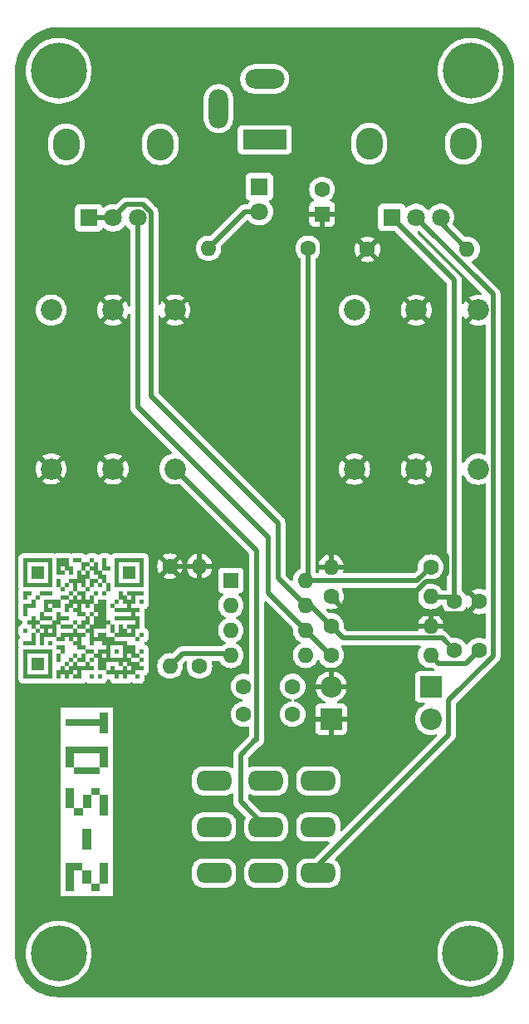
<source format=gbr>
%TF.GenerationSoftware,KiCad,Pcbnew,8.0.3*%
%TF.CreationDate,2024-11-20T23:40:36+02:00*%
%TF.ProjectId,TDS-2,5444532d-322e-46b6-9963-61645f706362,rev?*%
%TF.SameCoordinates,Original*%
%TF.FileFunction,Copper,L1,Top*%
%TF.FilePolarity,Positive*%
%FSLAX46Y46*%
G04 Gerber Fmt 4.6, Leading zero omitted, Abs format (unit mm)*
G04 Created by KiCad (PCBNEW 8.0.3) date 2024-11-20 23:40:36*
%MOMM*%
%LPD*%
G01*
G04 APERTURE LIST*
G04 Aperture macros list*
%AMRoundRect*
0 Rectangle with rounded corners*
0 $1 Rounding radius*
0 $2 $3 $4 $5 $6 $7 $8 $9 X,Y pos of 4 corners*
0 Add a 4 corners polygon primitive as box body*
4,1,4,$2,$3,$4,$5,$6,$7,$8,$9,$2,$3,0*
0 Add four circle primitives for the rounded corners*
1,1,$1+$1,$2,$3*
1,1,$1+$1,$4,$5*
1,1,$1+$1,$6,$7*
1,1,$1+$1,$8,$9*
0 Add four rect primitives between the rounded corners*
20,1,$1+$1,$2,$3,$4,$5,0*
20,1,$1+$1,$4,$5,$6,$7,0*
20,1,$1+$1,$6,$7,$8,$9,0*
20,1,$1+$1,$8,$9,$2,$3,0*%
G04 Aperture macros list end*
%TA.AperFunction,NonConductor*%
%ADD10C,0.000000*%
%TD*%
%ADD11C,0.300000*%
%TA.AperFunction,NonConductor*%
%ADD12C,0.300000*%
%TD*%
%TA.AperFunction,ComponentPad*%
%ADD13R,2.200000X2.200000*%
%TD*%
%TA.AperFunction,ComponentPad*%
%ADD14O,2.200000X2.200000*%
%TD*%
%TA.AperFunction,ComponentPad*%
%ADD15R,4.500000X2.000000*%
%TD*%
%TA.AperFunction,ComponentPad*%
%ADD16O,4.000000X2.000000*%
%TD*%
%TA.AperFunction,ComponentPad*%
%ADD17O,2.000000X4.000000*%
%TD*%
%TA.AperFunction,ComponentPad*%
%ADD18O,2.720000X3.240000*%
%TD*%
%TA.AperFunction,ComponentPad*%
%ADD19R,1.800000X1.800000*%
%TD*%
%TA.AperFunction,ComponentPad*%
%ADD20C,1.800000*%
%TD*%
%TA.AperFunction,ComponentPad*%
%ADD21C,1.600000*%
%TD*%
%TA.AperFunction,ComponentPad*%
%ADD22O,1.600000X1.600000*%
%TD*%
%TA.AperFunction,ComponentPad*%
%ADD23C,5.700000*%
%TD*%
%TA.AperFunction,ComponentPad*%
%ADD24C,2.171700*%
%TD*%
%TA.AperFunction,ComponentPad*%
%ADD25R,1.600000X1.600000*%
%TD*%
%TA.AperFunction,ComponentPad*%
%ADD26RoundRect,0.656168X-1.093832X-0.343832X1.093832X-0.343832X1.093832X0.343832X-1.093832X0.343832X0*%
%TD*%
%TA.AperFunction,Conductor*%
%ADD27C,0.500000*%
%TD*%
G04 APERTURE END LIST*
D10*
%TA.AperFunction,NonConductor*%
G36*
X124476666Y-98020000D02*
G01*
X123630000Y-98020000D01*
X123630000Y-97596667D01*
X124476666Y-97596667D01*
X124476666Y-98020000D01*
G37*
%TD.AperFunction*%
%TA.AperFunction,NonConductor*%
G36*
X121513333Y-100560000D02*
G01*
X118550000Y-100560000D01*
X118550000Y-100136667D01*
X118550000Y-98020000D01*
X118973333Y-98020000D01*
X118973333Y-100136667D01*
X121090000Y-100136667D01*
X121090000Y-98020000D01*
X118973333Y-98020000D01*
X118550000Y-98020000D01*
X118550000Y-97596667D01*
X121513333Y-97596667D01*
X121513333Y-100560000D01*
G37*
%TD.AperFunction*%
%TA.AperFunction,NonConductor*%
G36*
X127016666Y-98443333D02*
G01*
X127439999Y-98443333D01*
X127439999Y-98866667D01*
X126593333Y-98866667D01*
X126593333Y-97596667D01*
X127016666Y-97596667D01*
X127016666Y-98443333D01*
G37*
%TD.AperFunction*%
%TA.AperFunction,NonConductor*%
G36*
X120666666Y-99713333D02*
G01*
X119396666Y-99713333D01*
X119396666Y-98443333D01*
X120666666Y-98443333D01*
X120666666Y-99713333D01*
G37*
%TD.AperFunction*%
%TA.AperFunction,NonConductor*%
G36*
X118973333Y-105216667D02*
G01*
X118550000Y-105216667D01*
X118550000Y-104793333D01*
X118973333Y-104793333D01*
X118973333Y-105216667D01*
G37*
%TD.AperFunction*%
%TA.AperFunction,NonConductor*%
G36*
X122360000Y-108180000D02*
G01*
X121936667Y-108180000D01*
X121936667Y-107333333D01*
X122360000Y-107333333D01*
X122360000Y-108180000D01*
G37*
%TD.AperFunction*%
%TA.AperFunction,NonConductor*%
G36*
X128709999Y-101406667D02*
G01*
X129133333Y-101406667D01*
X129133333Y-101830000D01*
X129556666Y-101830000D01*
X129556666Y-101406667D01*
X129133333Y-101406667D01*
X129133333Y-100983334D01*
X130826667Y-100983334D01*
X130826667Y-101406667D01*
X129979999Y-101406667D01*
X129979999Y-102253334D01*
X129556666Y-102253334D01*
X129556666Y-102676667D01*
X130403334Y-102676667D01*
X130403334Y-103100000D01*
X129979999Y-103100000D01*
X129979999Y-103523333D01*
X130403334Y-103523333D01*
X130403334Y-104793333D01*
X129979999Y-104793333D01*
X129979999Y-105640000D01*
X127863333Y-105640000D01*
X127863333Y-105216667D01*
X128286666Y-105216667D01*
X128286666Y-104370000D01*
X128709999Y-104370000D01*
X128709999Y-104793333D01*
X129133333Y-104793333D01*
X129133333Y-105216667D01*
X129556666Y-105216667D01*
X129556666Y-104793333D01*
X129133333Y-104793333D01*
X129133333Y-104370000D01*
X129979999Y-104370000D01*
X129979999Y-103946667D01*
X127863333Y-103946667D01*
X127863333Y-103523333D01*
X129556666Y-103523333D01*
X129556666Y-103100000D01*
X127863333Y-103100000D01*
X127863333Y-102676667D01*
X127439999Y-102676667D01*
X127439999Y-102253334D01*
X127863333Y-102253334D01*
X127863333Y-102676667D01*
X129133333Y-102676667D01*
X129133333Y-102253334D01*
X128709999Y-102253334D01*
X128709999Y-101830000D01*
X128286666Y-101830000D01*
X128286666Y-102253334D01*
X127863333Y-102253334D01*
X127863333Y-101830000D01*
X128286666Y-101830000D01*
X128286666Y-100983334D01*
X128709999Y-100983334D01*
X128709999Y-101406667D01*
G37*
%TD.AperFunction*%
%TA.AperFunction,NonConductor*%
G36*
X123206667Y-98443333D02*
G01*
X123630000Y-98443333D01*
X123630000Y-99290000D01*
X123206667Y-99290000D01*
X123206667Y-98866667D01*
X122783333Y-98866667D01*
X122783333Y-99290000D01*
X121936667Y-99290000D01*
X121936667Y-98866667D01*
X121936667Y-98443333D01*
X122360000Y-98443333D01*
X122360000Y-98866667D01*
X122783333Y-98866667D01*
X122783333Y-98443333D01*
X122360000Y-98443333D01*
X121936667Y-98443333D01*
X121936667Y-97596667D01*
X123206667Y-97596667D01*
X123206667Y-98443333D01*
G37*
%TD.AperFunction*%
%TA.AperFunction,NonConductor*%
G36*
X127863333Y-105216667D02*
G01*
X127439999Y-105216667D01*
X127439999Y-104370000D01*
X127863333Y-104370000D01*
X127863333Y-105216667D01*
G37*
%TD.AperFunction*%
%TA.AperFunction,NonConductor*%
G36*
X124053333Y-104370000D02*
G01*
X123630000Y-104370000D01*
X123630000Y-103946667D01*
X124053333Y-103946667D01*
X124053333Y-104370000D01*
G37*
%TD.AperFunction*%
%TA.AperFunction,NonConductor*%
G36*
X125746666Y-98020000D02*
G01*
X125323333Y-98020000D01*
X125323333Y-98443333D01*
X125746666Y-98443333D01*
X125746666Y-98020000D01*
X126170000Y-98020000D01*
X126170000Y-98866667D01*
X126593333Y-98866667D01*
X126593333Y-99290000D01*
X127016666Y-99290000D01*
X127016666Y-100136667D01*
X126593333Y-100136667D01*
X126593333Y-100560000D01*
X126170000Y-100560000D01*
X126170000Y-100136667D01*
X126593333Y-100136667D01*
X126593333Y-99713333D01*
X126170000Y-99713333D01*
X126170000Y-100136667D01*
X125746666Y-100136667D01*
X125746666Y-100560000D01*
X125323333Y-100560000D01*
X125323333Y-100983334D01*
X124900000Y-100983334D01*
X124900000Y-101830000D01*
X125323333Y-101830000D01*
X125323333Y-101406667D01*
X125746666Y-101406667D01*
X125746666Y-102253334D01*
X126170000Y-102253334D01*
X126170000Y-101830000D01*
X127016666Y-101830000D01*
X127016666Y-103946667D01*
X127439999Y-103946667D01*
X127439999Y-104370000D01*
X127016666Y-104370000D01*
X127016666Y-104793333D01*
X125746666Y-104793333D01*
X125746666Y-105640000D01*
X126170000Y-105640000D01*
X126170000Y-105216667D01*
X127016666Y-105216667D01*
X127016666Y-105640000D01*
X127863333Y-105640000D01*
X127863333Y-106063333D01*
X129133333Y-106063333D01*
X129133333Y-106486666D01*
X129979999Y-106486666D01*
X129979999Y-107333333D01*
X130403334Y-107333333D01*
X130403334Y-107756666D01*
X129556666Y-107756666D01*
X129556666Y-108180000D01*
X130403334Y-108180000D01*
X130403334Y-107756666D01*
X130826667Y-107756666D01*
X130826667Y-108180000D01*
X130403334Y-108180000D01*
X130403334Y-108603333D01*
X130826667Y-108603333D01*
X130826667Y-109026666D01*
X129979999Y-109026666D01*
X129979999Y-109450001D01*
X129133333Y-109450001D01*
X129133333Y-109873334D01*
X128709999Y-109873334D01*
X128709999Y-109450001D01*
X128286666Y-109450001D01*
X128286666Y-109873334D01*
X127863333Y-109873334D01*
X127863333Y-109450001D01*
X127016666Y-109450001D01*
X127016666Y-109026666D01*
X127439999Y-109026666D01*
X127439999Y-108603333D01*
X127863333Y-108603333D01*
X127863333Y-109026666D01*
X128709999Y-109026666D01*
X129133333Y-109026666D01*
X129556666Y-109026666D01*
X129556666Y-108603333D01*
X129133333Y-108603333D01*
X129133333Y-109026666D01*
X128709999Y-109026666D01*
X128709999Y-108603333D01*
X129133333Y-108603333D01*
X129133333Y-108180000D01*
X128709999Y-108180000D01*
X128709999Y-108603333D01*
X128286666Y-108603333D01*
X128286666Y-108180000D01*
X127016666Y-108180000D01*
X127016666Y-109026666D01*
X126170000Y-109026666D01*
X126170000Y-107756666D01*
X125746666Y-107756666D01*
X125746666Y-108180000D01*
X125323333Y-108180000D01*
X125323333Y-108603333D01*
X125746666Y-108603333D01*
X125746666Y-109026666D01*
X124476666Y-109026666D01*
X124476666Y-109873334D01*
X123630000Y-109873334D01*
X123630000Y-109450001D01*
X124053333Y-109450001D01*
X124053333Y-109026666D01*
X123630000Y-109026666D01*
X123630000Y-109450001D01*
X123206667Y-109450001D01*
X123206667Y-109873334D01*
X122783333Y-109873334D01*
X122783333Y-109450001D01*
X122360000Y-109450001D01*
X122360000Y-109873334D01*
X121936667Y-109873334D01*
X121936667Y-109026666D01*
X122360000Y-109026666D01*
X122360000Y-108603333D01*
X122783333Y-108603333D01*
X122783333Y-109026666D01*
X123206667Y-109026666D01*
X123206667Y-108603333D01*
X123630000Y-108603333D01*
X123630000Y-108180000D01*
X124053333Y-108180000D01*
X124053333Y-108603333D01*
X124900000Y-108603333D01*
X124900000Y-108180000D01*
X125323333Y-108180000D01*
X125323333Y-107756666D01*
X125746666Y-107756666D01*
X125746666Y-107333333D01*
X124900000Y-107333333D01*
X124900000Y-108180000D01*
X124053333Y-108180000D01*
X124053333Y-107756666D01*
X123630000Y-107756666D01*
X123630000Y-108180000D01*
X123206667Y-108180000D01*
X123206667Y-108603333D01*
X122783333Y-108603333D01*
X122783333Y-108180000D01*
X123206667Y-108180000D01*
X123206667Y-107756666D01*
X123630000Y-107756666D01*
X123630000Y-107333333D01*
X124053333Y-107333333D01*
X124053333Y-107756666D01*
X124476666Y-107756666D01*
X124476666Y-107333333D01*
X124900000Y-107333333D01*
X124900000Y-106910000D01*
X125746666Y-106910000D01*
X125746666Y-107333333D01*
X126170000Y-107333333D01*
X126593333Y-107333333D01*
X126593333Y-107756666D01*
X127016666Y-107756666D01*
X127016666Y-107333333D01*
X126593333Y-107333333D01*
X126170000Y-107333333D01*
X126170000Y-106910000D01*
X127016666Y-106910000D01*
X127016666Y-106486666D01*
X127439999Y-106486666D01*
X127439999Y-107756666D01*
X128709999Y-107756666D01*
X128709999Y-107333333D01*
X129133333Y-107333333D01*
X129133333Y-107756666D01*
X129556666Y-107756666D01*
X129556666Y-107333333D01*
X129133333Y-107333333D01*
X128709999Y-107333333D01*
X128709999Y-106486666D01*
X127439999Y-106486666D01*
X127016666Y-106486666D01*
X126593333Y-106486666D01*
X126593333Y-106063333D01*
X125746666Y-106063333D01*
X125746666Y-106486666D01*
X125323333Y-106486666D01*
X125323333Y-105216667D01*
X124900000Y-105216667D01*
X124900000Y-105640000D01*
X124476666Y-105640000D01*
X124476666Y-106486666D01*
X124900000Y-106486666D01*
X124900000Y-106910000D01*
X124053333Y-106910000D01*
X124053333Y-106486666D01*
X123630000Y-106486666D01*
X123630000Y-106063333D01*
X124053333Y-106063333D01*
X124053333Y-105640000D01*
X123630000Y-105640000D01*
X123630000Y-106063333D01*
X123206667Y-106063333D01*
X123206667Y-105640000D01*
X122783333Y-105640000D01*
X122783333Y-106063333D01*
X121936667Y-106063333D01*
X121936667Y-105640000D01*
X120666666Y-105640000D01*
X120666666Y-106486666D01*
X120243333Y-106486666D01*
X120243333Y-105216667D01*
X120666666Y-105216667D01*
X120666666Y-104793333D01*
X121090000Y-104793333D01*
X121090000Y-105216667D01*
X121513333Y-105216667D01*
X121513333Y-104793333D01*
X121090000Y-104793333D01*
X120666666Y-104793333D01*
X120243333Y-104793333D01*
X120243333Y-105216667D01*
X119820000Y-105216667D01*
X119820000Y-104793333D01*
X120243333Y-104793333D01*
X120243333Y-104370000D01*
X121513333Y-104370000D01*
X121513333Y-103946667D01*
X120243333Y-103946667D01*
X120243333Y-104370000D01*
X119820000Y-104370000D01*
X119820000Y-104793333D01*
X119396666Y-104793333D01*
X119396666Y-104370000D01*
X118973333Y-104370000D01*
X118973333Y-103946667D01*
X119396666Y-103946667D01*
X119396666Y-103523333D01*
X119820000Y-103523333D01*
X119820000Y-103946667D01*
X120243333Y-103946667D01*
X120243333Y-103100000D01*
X120666666Y-103100000D01*
X120666666Y-103523333D01*
X121513333Y-103523333D01*
X121513333Y-103946667D01*
X121936667Y-103946667D01*
X121936667Y-103100000D01*
X122360000Y-103100000D01*
X122360000Y-103523333D01*
X123206667Y-103523333D01*
X123206667Y-103946667D01*
X122360000Y-103946667D01*
X122360000Y-104370000D01*
X121936667Y-104370000D01*
X121936667Y-105640000D01*
X122360000Y-105640000D01*
X122360000Y-105216667D01*
X123630000Y-105216667D01*
X123630000Y-104793333D01*
X124053333Y-104793333D01*
X124053333Y-105216667D01*
X124900000Y-105216667D01*
X124900000Y-104793333D01*
X125323333Y-104793333D01*
X125323333Y-104370000D01*
X125746666Y-104370000D01*
X125746666Y-103523333D01*
X126170000Y-103523333D01*
X126170000Y-103100000D01*
X125746666Y-103100000D01*
X125746666Y-102253334D01*
X125323333Y-102253334D01*
X125323333Y-102676667D01*
X124900000Y-102676667D01*
X124900000Y-102253334D01*
X124476666Y-102253334D01*
X124476666Y-103100000D01*
X124900000Y-103100000D01*
X124900000Y-103523333D01*
X124053333Y-103523333D01*
X124053333Y-103100000D01*
X123630000Y-103100000D01*
X123630000Y-102676667D01*
X124053333Y-102676667D01*
X124053333Y-102253334D01*
X123630000Y-102253334D01*
X123630000Y-102676667D01*
X123206667Y-102676667D01*
X123206667Y-103100000D01*
X122783333Y-103100000D01*
X122783333Y-102253334D01*
X123206667Y-102253334D01*
X123206667Y-101830000D01*
X123630000Y-101830000D01*
X123630000Y-101406667D01*
X124053333Y-101406667D01*
X124053333Y-101830000D01*
X124476666Y-101830000D01*
X124476666Y-101406667D01*
X124053333Y-101406667D01*
X124053333Y-100983334D01*
X124900000Y-100983334D01*
X124900000Y-100560000D01*
X125323333Y-100560000D01*
X125323333Y-99713333D01*
X126170000Y-99713333D01*
X126170000Y-99290000D01*
X125746666Y-99290000D01*
X125746666Y-98866667D01*
X125323333Y-98866667D01*
X125323333Y-99713333D01*
X124900000Y-99713333D01*
X124900000Y-100560000D01*
X124476666Y-100560000D01*
X124476666Y-100136667D01*
X124053333Y-100136667D01*
X124053333Y-100983334D01*
X123630000Y-100983334D01*
X123630000Y-101406667D01*
X123206667Y-101406667D01*
X123206667Y-101830000D01*
X122360000Y-101830000D01*
X122360000Y-102676667D01*
X121513333Y-102676667D01*
X121513333Y-103100000D01*
X120666666Y-103100000D01*
X120666666Y-102676667D01*
X120666666Y-102253334D01*
X121090000Y-102253334D01*
X121090000Y-102676667D01*
X121513333Y-102676667D01*
X121513333Y-102253334D01*
X121090000Y-102253334D01*
X120666666Y-102253334D01*
X120666666Y-101830000D01*
X122360000Y-101830000D01*
X122360000Y-101406667D01*
X123206667Y-101406667D01*
X123206667Y-100983334D01*
X123630000Y-100983334D01*
X123630000Y-100136667D01*
X123206667Y-100136667D01*
X123206667Y-99713333D01*
X124053333Y-99713333D01*
X124053333Y-99290000D01*
X124053333Y-98866667D01*
X124476666Y-98866667D01*
X124476666Y-99290000D01*
X124900000Y-99290000D01*
X124900000Y-98866667D01*
X125323333Y-98866667D01*
X125323333Y-98443333D01*
X124900000Y-98443333D01*
X124900000Y-98866667D01*
X124476666Y-98866667D01*
X124476666Y-98020000D01*
X125323333Y-98020000D01*
X125323333Y-97596667D01*
X125746666Y-97596667D01*
X125746666Y-98020000D01*
G37*
%TD.AperFunction*%
%TA.AperFunction,NonConductor*%
G36*
X130826667Y-107333333D02*
G01*
X130403334Y-107333333D01*
X130403334Y-106910000D01*
X130826667Y-106910000D01*
X130826667Y-107333333D01*
G37*
%TD.AperFunction*%
%TA.AperFunction,NonConductor*%
G36*
X123206667Y-100560000D02*
G01*
X122783333Y-100560000D01*
X122783333Y-100136667D01*
X123206667Y-100136667D01*
X123206667Y-100560000D01*
G37*
%TD.AperFunction*%
%TA.AperFunction,NonConductor*%
G36*
X130826667Y-100560000D02*
G01*
X127863333Y-100560000D01*
X127863333Y-100136667D01*
X127863333Y-98020000D01*
X128286666Y-98020000D01*
X128286666Y-100136667D01*
X130403334Y-100136667D01*
X130403334Y-98020000D01*
X128286666Y-98020000D01*
X127863333Y-98020000D01*
X127863333Y-97596667D01*
X130826667Y-97596667D01*
X130826667Y-100560000D01*
G37*
%TD.AperFunction*%
%TA.AperFunction,NonConductor*%
G36*
X121513333Y-101406667D02*
G01*
X120243333Y-101406667D01*
X120243333Y-100983334D01*
X121513333Y-100983334D01*
X121513333Y-101406667D01*
G37*
%TD.AperFunction*%
%TA.AperFunction,NonConductor*%
G36*
X120666666Y-109026666D02*
G01*
X119396666Y-109026666D01*
X119396666Y-107756666D01*
X120666666Y-107756666D01*
X120666666Y-109026666D01*
G37*
%TD.AperFunction*%
%TA.AperFunction,NonConductor*%
G36*
X126170000Y-101406667D02*
G01*
X125746666Y-101406667D01*
X125746666Y-100983334D01*
X126170000Y-100983334D01*
X126170000Y-101406667D01*
G37*
%TD.AperFunction*%
%TA.AperFunction,NonConductor*%
G36*
X129979999Y-99713333D02*
G01*
X128709999Y-99713333D01*
X128709999Y-98443333D01*
X129979999Y-98443333D01*
X129979999Y-99713333D01*
G37*
%TD.AperFunction*%
%TA.AperFunction,NonConductor*%
G36*
X121513333Y-106486666D02*
G01*
X121090000Y-106486666D01*
X121090000Y-106063333D01*
X121513333Y-106063333D01*
X121513333Y-106486666D01*
G37*
%TD.AperFunction*%
%TA.AperFunction,NonConductor*%
G36*
X127016666Y-101406667D02*
G01*
X126593333Y-101406667D01*
X126593333Y-100983334D01*
X127016666Y-100983334D01*
X127016666Y-101406667D01*
G37*
%TD.AperFunction*%
%TA.AperFunction,NonConductor*%
G36*
X126593333Y-109873334D02*
G01*
X126170000Y-109873334D01*
X126170000Y-109450001D01*
X126593333Y-109450001D01*
X126593333Y-109873334D01*
G37*
%TD.AperFunction*%
%TA.AperFunction,NonConductor*%
G36*
X120243333Y-101830000D02*
G01*
X119820000Y-101830000D01*
X119820000Y-101406667D01*
X120243333Y-101406667D01*
X120243333Y-101830000D01*
G37*
%TD.AperFunction*%
%TA.AperFunction,NonConductor*%
G36*
X125323333Y-104370000D02*
G01*
X124900000Y-104370000D01*
X124900000Y-104793333D01*
X124053333Y-104793333D01*
X124053333Y-104370000D01*
X124476666Y-104370000D01*
X124476666Y-103946667D01*
X124900000Y-103946667D01*
X124900000Y-103523333D01*
X125323333Y-103523333D01*
X125323333Y-104370000D01*
G37*
%TD.AperFunction*%
%TA.AperFunction,NonConductor*%
G36*
X122783333Y-100983334D02*
G01*
X122360000Y-100983334D01*
X122360000Y-100560000D01*
X122783333Y-100560000D01*
X122783333Y-100983334D01*
G37*
%TD.AperFunction*%
%TA.AperFunction,NonConductor*%
G36*
X125746666Y-103523333D02*
G01*
X125323333Y-103523333D01*
X125323333Y-103100000D01*
X125746666Y-103100000D01*
X125746666Y-103523333D01*
G37*
%TD.AperFunction*%
%TA.AperFunction,NonConductor*%
G36*
X123630000Y-104793333D02*
G01*
X122360000Y-104793333D01*
X122360000Y-104370000D01*
X123630000Y-104370000D01*
X123630000Y-104793333D01*
G37*
%TD.AperFunction*%
%TA.AperFunction,NonConductor*%
G36*
X130826667Y-102253334D02*
G01*
X130403334Y-102253334D01*
X130403334Y-101830000D01*
X130826667Y-101830000D01*
X130826667Y-102253334D01*
G37*
%TD.AperFunction*%
%TA.AperFunction,NonConductor*%
G36*
X130826667Y-105640000D02*
G01*
X130403334Y-105640000D01*
X130403334Y-105216667D01*
X130826667Y-105216667D01*
X130826667Y-105640000D01*
G37*
%TD.AperFunction*%
%TA.AperFunction,NonConductor*%
G36*
X128286666Y-107333333D02*
G01*
X127863333Y-107333333D01*
X127863333Y-106910000D01*
X128286666Y-106910000D01*
X128286666Y-107333333D01*
G37*
%TD.AperFunction*%
%TA.AperFunction,NonConductor*%
G36*
X122783333Y-107333333D02*
G01*
X122360000Y-107333333D01*
X122360000Y-106910000D01*
X121936667Y-106910000D01*
X121936667Y-106486666D01*
X122783333Y-106486666D01*
X122783333Y-107333333D01*
G37*
%TD.AperFunction*%
%TA.AperFunction,NonConductor*%
G36*
X127439999Y-100983334D02*
G01*
X127016666Y-100983334D01*
X127016666Y-100136667D01*
X127439999Y-100136667D01*
X127439999Y-100983334D01*
G37*
%TD.AperFunction*%
%TA.AperFunction,NonConductor*%
G36*
X130403334Y-106063333D02*
G01*
X129979999Y-106063333D01*
X129979999Y-105640000D01*
X130403334Y-105640000D01*
X130403334Y-106063333D01*
G37*
%TD.AperFunction*%
%TA.AperFunction,NonConductor*%
G36*
X119820000Y-102676667D02*
G01*
X118973333Y-102676667D01*
X118973333Y-103523333D01*
X118550000Y-103523333D01*
X118550000Y-102253334D01*
X119396666Y-102253334D01*
X119396666Y-101830000D01*
X119820000Y-101830000D01*
X119820000Y-102676667D01*
G37*
%TD.AperFunction*%
%TA.AperFunction,NonConductor*%
G36*
X125746666Y-109873334D02*
G01*
X125323333Y-109873334D01*
X125323333Y-109450001D01*
X125746666Y-109450001D01*
X125746666Y-109873334D01*
G37*
%TD.AperFunction*%
%TA.AperFunction,NonConductor*%
G36*
X122360000Y-100560000D02*
G01*
X121936667Y-100560000D01*
X121936667Y-99713333D01*
X122360000Y-99713333D01*
X122360000Y-100560000D01*
G37*
%TD.AperFunction*%
%TA.AperFunction,NonConductor*%
G36*
X121513333Y-109873334D02*
G01*
X118550000Y-109873334D01*
X118550000Y-109450001D01*
X118550000Y-107333333D01*
X118973333Y-107333333D01*
X118973333Y-109450001D01*
X121090000Y-109450001D01*
X121090000Y-107333333D01*
X118973333Y-107333333D01*
X118550000Y-107333333D01*
X118550000Y-106910000D01*
X121513333Y-106910000D01*
X121513333Y-109873334D01*
G37*
%TD.AperFunction*%
%TA.AperFunction,NonConductor*%
G36*
X119820000Y-106486666D02*
G01*
X118550000Y-106486666D01*
X118550000Y-106063333D01*
X119396666Y-106063333D01*
X119396666Y-105216667D01*
X119820000Y-105216667D01*
X119820000Y-106486666D01*
G37*
%TD.AperFunction*%
%TA.AperFunction,NonConductor*%
G36*
X130403334Y-109873334D02*
G01*
X129979999Y-109873334D01*
X129979999Y-109450001D01*
X130403334Y-109450001D01*
X130403334Y-109873334D01*
G37*
%TD.AperFunction*%
%TA.AperFunction,NonConductor*%
G36*
X119396666Y-101406667D02*
G01*
X118973333Y-101406667D01*
X118973333Y-101830000D01*
X118550000Y-101830000D01*
X118550000Y-100983334D01*
X119396666Y-100983334D01*
X119396666Y-101406667D01*
G37*
%TD.AperFunction*%
D11*
D12*
G36*
X122825000Y-114006838D02*
G01*
X126290806Y-114006838D01*
X126290806Y-113303419D01*
X127201831Y-113303419D01*
X127201831Y-115413677D01*
X126290806Y-115413677D01*
X126290806Y-114710258D01*
X122825000Y-114710258D01*
X122825000Y-114006838D01*
G37*
G36*
X127201831Y-118911235D02*
G01*
X126342096Y-118911235D01*
X126342096Y-119614654D01*
X123736025Y-119614654D01*
X123736025Y-118911235D01*
X122825000Y-118911235D01*
X122825000Y-118882903D01*
X123736025Y-118882903D01*
X126290806Y-118882903D01*
X126290806Y-117504396D01*
X123736025Y-117504396D01*
X123736025Y-118882903D01*
X122825000Y-118882903D01*
X122825000Y-116800976D01*
X127201831Y-116800976D01*
X127201831Y-118911235D01*
G37*
G36*
X126290806Y-121701465D02*
G01*
X127201831Y-121701465D01*
X127201831Y-123811723D01*
X126290806Y-123811723D01*
X126290806Y-121701465D01*
G37*
G36*
X123736025Y-123108304D02*
G01*
X124595760Y-123108304D01*
X124595760Y-121701465D01*
X125482362Y-121701465D01*
X125482362Y-120998046D01*
X126342096Y-120998046D01*
X126342096Y-121701465D01*
X125482362Y-121701465D01*
X125482362Y-123108304D01*
X124595760Y-123108304D01*
X124595760Y-123811723D01*
X123736025Y-123811723D01*
X123736025Y-123108304D01*
G37*
G36*
X122825000Y-120998046D02*
G01*
X123736025Y-120998046D01*
X123736025Y-123108304D01*
X122825000Y-123108304D01*
X122825000Y-120998046D01*
G37*
G36*
X124544469Y-125195115D02*
G01*
X125455495Y-125195115D01*
X125455495Y-127305373D01*
X124544469Y-127305373D01*
X124544469Y-125195115D01*
G37*
G36*
X125482362Y-130802930D02*
G01*
X126290806Y-130802930D01*
X126290806Y-128692672D01*
X127201831Y-128692672D01*
X127201831Y-130802930D01*
X126342096Y-130802930D01*
X126342096Y-131506350D01*
X125482362Y-131506350D01*
X125482362Y-130802930D01*
G37*
G36*
X124576221Y-129396092D02*
G01*
X125482362Y-129396092D01*
X125482362Y-130802930D01*
X124576221Y-130802930D01*
X124576221Y-129396092D01*
G37*
G36*
X122825000Y-128692672D02*
G01*
X124576221Y-128692672D01*
X124576221Y-129396092D01*
X123736025Y-129396092D01*
X123736025Y-131506350D01*
X122825000Y-131506350D01*
X122825000Y-128692672D01*
G37*
D13*
%TO.P,D3,1,K*%
%TO.N,Net-(D2-A)*%
X160080000Y-110700000D03*
D14*
%TO.P,D3,2,A*%
%TO.N,GNDREF*%
X149920000Y-110700000D03*
%TD*%
D15*
%TO.P,J1,1*%
%TO.N,+BATT*%
X143150000Y-54950000D03*
D16*
%TO.P,J1,2*%
%TO.N,GND*%
X143150000Y-48750000D03*
D17*
%TO.P,J1,MP,MountPin*%
X138450000Y-51750000D03*
%TD*%
D18*
%TO.P,RV2,*%
%TO.N,*%
X153800000Y-55350000D03*
X163400000Y-55350000D03*
D19*
%TO.P,RV2,1,1*%
%TO.N,Net-(D2-A)*%
X156100000Y-62850000D03*
D20*
%TO.P,RV2,2,2*%
%TO.N,dst out*%
X158600000Y-62850000D03*
%TO.P,RV2,3,3*%
%TO.N,Net-(R8-Pad2)*%
X161100000Y-62850000D03*
%TD*%
D21*
%TO.P,R7,1*%
%TO.N,GNDREF*%
X149920000Y-101500000D03*
D22*
%TO.P,R7,2*%
%TO.N,Net-(D2-A)*%
X160080000Y-101500000D03*
%TD*%
D23*
%TO.P,,1*%
%TO.N,N/C*%
X164150000Y-47900000D03*
%TD*%
D13*
%TO.P,D2,1,K*%
%TO.N,GNDREF*%
X149920000Y-114000000D03*
D14*
%TO.P,D2,2,A*%
%TO.N,Net-(D2-A)*%
X160080000Y-114000000D03*
%TD*%
D21*
%TO.P,C5,1*%
%TO.N,Net-(C5-Pad1)*%
X162500000Y-107000000D03*
%TO.P,C5,2*%
%TO.N,Net-(D2-A)*%
X162500000Y-102000000D03*
%TD*%
%TO.P,R2,1*%
%TO.N,GNDREF*%
X133500000Y-98420000D03*
D22*
%TO.P,R2,2*%
%TO.N,GND*%
X133500000Y-108580000D03*
%TD*%
D24*
%TO.P,J6,R*%
%TO.N,GNDREF*%
X158610000Y-72309800D03*
%TO.P,J6,RB*%
X158610000Y-88510000D03*
%TO.P,J6,S*%
X164910000Y-72309600D03*
%TO.P,J6,SB*%
%TO.N,N/C*%
X164910000Y-88510000D03*
%TO.P,J6,T*%
%TO.N,out*%
X152300000Y-72310000D03*
%TO.P,J6,TB*%
%TO.N,GNDREF*%
X152300000Y-88510000D03*
%TD*%
D18*
%TO.P,RV1,*%
%TO.N,*%
X122900000Y-55400000D03*
X132500000Y-55400000D03*
D19*
%TO.P,RV1,1,1*%
%TO.N,Net-(C5-Pad1)*%
X125200000Y-62900000D03*
D20*
%TO.P,RV1,2,2*%
X127700000Y-62900000D03*
%TO.P,RV1,3,3*%
%TO.N,Net-(U1B--)*%
X130200000Y-62900000D03*
%TD*%
D23*
%TO.P,,1*%
%TO.N,N/C*%
X122150000Y-47900000D03*
%TD*%
%TO.P,,1*%
%TO.N,N/C*%
X122150000Y-137900000D03*
%TD*%
D25*
%TO.P,U1,1*%
%TO.N,Net-(U1A--)*%
X139700000Y-99880000D03*
D22*
%TO.P,U1,2,-*%
X139700000Y-102420000D03*
%TO.P,U1,3,+*%
%TO.N,Net-(U1A-+)*%
X139700000Y-104960000D03*
%TO.P,U1,4,V-*%
%TO.N,GND*%
X139700000Y-107500000D03*
%TO.P,U1,5,+*%
%TO.N,Net-(U1B-+)*%
X147320000Y-107500000D03*
%TO.P,U1,6,-*%
%TO.N,Net-(U1B--)*%
X147320000Y-104960000D03*
%TO.P,U1,7*%
%TO.N,Net-(C5-Pad1)*%
X147320000Y-102420000D03*
%TO.P,U1,8,V+*%
%TO.N,+9V*%
X147320000Y-99880000D03*
%TD*%
D21*
%TO.P,R1,1*%
%TO.N,+9V*%
X160080000Y-98500000D03*
D22*
%TO.P,R1,2*%
%TO.N,GNDREF*%
X149920000Y-98500000D03*
%TD*%
D21*
%TO.P,R8,1*%
%TO.N,GNDREF*%
X153620000Y-66100000D03*
D22*
%TO.P,R8,2*%
%TO.N,Net-(R8-Pad2)*%
X163780000Y-66100000D03*
%TD*%
D21*
%TO.P,R6,1*%
%TO.N,Net-(C5-Pad1)*%
X149920000Y-104500000D03*
D22*
%TO.P,R6,2*%
%TO.N,GNDREF*%
X160080000Y-104500000D03*
%TD*%
D25*
%TO.P,C1,1*%
%TO.N,GNDREF*%
X149000000Y-62500000D03*
D21*
%TO.P,C1,2*%
%TO.N,GND*%
X149000000Y-60000000D03*
%TD*%
%TO.P,C2,1*%
%TO.N,dst in*%
X146000000Y-113500000D03*
%TO.P,C2,2*%
%TO.N,Net-(U1A-+)*%
X141000000Y-113500000D03*
%TD*%
%TO.P,C4,1*%
%TO.N,GNDREF*%
X165000000Y-102000000D03*
%TO.P,C4,2*%
%TO.N,Net-(C4-Pad2)*%
X165000000Y-107000000D03*
%TD*%
%TO.P,R4,1*%
%TO.N,Net-(U1A-+)*%
X136500000Y-108580000D03*
D22*
%TO.P,R4,2*%
%TO.N,GNDREF*%
X136500000Y-98420000D03*
%TD*%
D19*
%TO.P,D1,1,K*%
%TO.N,GND*%
X142600000Y-59725000D03*
D20*
%TO.P,D1,2,A*%
%TO.N,Net-(D1-A)*%
X142600000Y-62265000D03*
%TD*%
D21*
%TO.P,R3,1*%
%TO.N,+9V*%
X147580000Y-66000000D03*
D22*
%TO.P,R3,2*%
%TO.N,Net-(D1-A)*%
X137420000Y-66000000D03*
%TD*%
D26*
%TO.P,FTSW1,1*%
%TO.N,+BATT*%
X143300000Y-120300000D03*
%TO.P,FTSW1,2*%
%TO.N,+9V*%
X148600000Y-120300000D03*
%TO.P,FTSW1,3*%
%TO.N,unconnected-(FTSW1-Pad3)*%
X138000000Y-120300000D03*
%TO.P,FTSW1,4*%
%TO.N,in*%
X143300000Y-125000000D03*
%TO.P,FTSW1,5*%
%TO.N,dst in*%
X148600000Y-125000000D03*
%TO.P,FTSW1,6*%
%TO.N,bypass*%
X138000000Y-125000000D03*
%TO.P,FTSW1,7*%
%TO.N,out*%
X143300000Y-129700000D03*
%TO.P,FTSW1,8*%
%TO.N,dst out*%
X148600000Y-129700000D03*
%TO.P,FTSW1,9*%
%TO.N,bypass*%
X138000000Y-129700000D03*
%TD*%
D21*
%TO.P,R5,1*%
%TO.N,Net-(U1B--)*%
X149920000Y-107500000D03*
D22*
%TO.P,R5,2*%
%TO.N,Net-(C4-Pad2)*%
X160080000Y-107500000D03*
%TD*%
D21*
%TO.P,C3,1*%
%TO.N,Net-(U1A--)*%
X141000000Y-110680000D03*
%TO.P,C3,2*%
%TO.N,Net-(U1B-+)*%
X146000000Y-110680000D03*
%TD*%
D23*
%TO.P,,1*%
%TO.N,N/C*%
X164100000Y-137900000D03*
%TD*%
D24*
%TO.P,J5,R*%
%TO.N,GNDREF*%
X127680000Y-88500200D03*
%TO.P,J5,RB*%
X127680000Y-72300000D03*
%TO.P,J5,S*%
X121380000Y-88500400D03*
%TO.P,J5,SB*%
%TO.N,N/C*%
X121380000Y-72300000D03*
%TO.P,J5,T*%
%TO.N,in*%
X133990000Y-88500000D03*
%TO.P,J5,TB*%
%TO.N,GNDREF*%
X133990000Y-72300000D03*
%TD*%
D27*
%TO.N,GND*%
X142700000Y-48750000D02*
X143150000Y-48750000D01*
X133500000Y-108580000D02*
X134750000Y-107330000D01*
X134750000Y-107330000D02*
X139530000Y-107330000D01*
X139530000Y-107330000D02*
X139700000Y-107500000D01*
X142875000Y-60000000D02*
X142600000Y-59725000D01*
%TO.N,GNDREF*%
X158600000Y-100969949D02*
X159569949Y-100000000D01*
X149920000Y-101500000D02*
X152920000Y-104500000D01*
X149000000Y-62500000D02*
X149000000Y-96300000D01*
X159456116Y-103250000D02*
X158600000Y-102393884D01*
X165000000Y-102000000D02*
X163750000Y-103250000D01*
X158600000Y-102393884D02*
X158600000Y-100969949D01*
X149000000Y-96300000D02*
X149920000Y-97220000D01*
X152920000Y-104500000D02*
X160080000Y-104500000D01*
X160600000Y-96300000D02*
X149000000Y-96300000D01*
X160800000Y-100000000D02*
X161700000Y-99100000D01*
X159569949Y-100000000D02*
X160800000Y-100000000D01*
X161700000Y-99100000D02*
X161700000Y-97400000D01*
X161700000Y-97400000D02*
X160600000Y-96300000D01*
X149920000Y-97220000D02*
X149920000Y-98500000D01*
X163750000Y-103250000D02*
X159456116Y-103250000D01*
X136500000Y-98420000D02*
X133500000Y-98420000D01*
%TO.N,Net-(U1A-+)*%
X136500000Y-108580000D02*
X136500000Y-108160000D01*
X136500000Y-109000000D02*
X136500000Y-108580000D01*
%TO.N,Net-(U1A--)*%
X139917717Y-102420000D02*
X139700000Y-102420000D01*
%TO.N,Net-(C4-Pad2)*%
X163700001Y-108299999D02*
X165000000Y-107000000D01*
X160080000Y-107500000D02*
X160879999Y-108299999D01*
X160879999Y-108299999D02*
X163700001Y-108299999D01*
%TO.N,Net-(C5-Pad1)*%
X144500000Y-94000000D02*
X144500000Y-99600000D01*
X125200000Y-62900000D02*
X127700000Y-62900000D01*
X131550000Y-62340811D02*
X131550000Y-81050000D01*
X161250000Y-105750000D02*
X151170000Y-105750000D01*
X144500000Y-99600000D02*
X147320000Y-102420000D01*
X130759189Y-61550000D02*
X131550000Y-62340811D01*
X131550000Y-81050000D02*
X144500000Y-94000000D01*
X129050000Y-61550000D02*
X130759189Y-61550000D01*
X162500000Y-107000000D02*
X161250000Y-105750000D01*
X151170000Y-105750000D02*
X149920000Y-104500000D01*
X127700000Y-62900000D02*
X129050000Y-61550000D01*
X147840000Y-102420000D02*
X149920000Y-104500000D01*
X147320000Y-102420000D02*
X147840000Y-102420000D01*
%TO.N,Net-(D2-A)*%
X162500000Y-69250000D02*
X156100000Y-62850000D01*
X162500000Y-102000000D02*
X162100000Y-101600000D01*
X162100000Y-101600000D02*
X160180000Y-101600000D01*
X162500000Y-102000000D02*
X162500000Y-69250000D01*
X160180000Y-101600000D02*
X160080000Y-101500000D01*
%TO.N,Net-(D1-A)*%
X142600000Y-62265000D02*
X141155000Y-62265000D01*
X141155000Y-62265000D02*
X137420000Y-66000000D01*
%TO.N,+9V*%
X160080000Y-98500000D02*
X158700000Y-99880000D01*
X147580000Y-66000000D02*
X147580000Y-99620000D01*
X158700000Y-99880000D02*
X147320000Y-99880000D01*
X147580000Y-99620000D02*
X147320000Y-99880000D01*
%TO.N,in*%
X140700000Y-122400000D02*
X143300000Y-125000000D01*
X142350000Y-116000000D02*
X142350000Y-96860000D01*
X140700000Y-117650000D02*
X140700000Y-122400000D01*
X142350000Y-116100000D02*
X142350000Y-116000000D01*
X142350000Y-96860000D02*
X133990000Y-88500000D01*
X142350000Y-116000000D02*
X140700000Y-117650000D01*
%TO.N,Net-(U1B--)*%
X143500000Y-95500000D02*
X143500000Y-101140000D01*
X149860000Y-107500000D02*
X147320000Y-104960000D01*
X143500000Y-101140000D02*
X147320000Y-104960000D01*
X130200000Y-62900000D02*
X130200000Y-82200000D01*
X130200000Y-82200000D02*
X143500000Y-95500000D01*
X149920000Y-107500000D02*
X149860000Y-107500000D01*
%TO.N,Net-(R8-Pad2)*%
X161100000Y-63420000D02*
X163780000Y-66100000D01*
X161100000Y-62850000D02*
X161100000Y-63420000D01*
%TO.N,dst out*%
X158600000Y-62850000D02*
X166445850Y-70695850D01*
X166445850Y-70695850D02*
X166445850Y-107554150D01*
X161900000Y-112100000D02*
X161900000Y-115600000D01*
X161900000Y-115600000D02*
X148600000Y-128900000D01*
X166445850Y-107554150D02*
X161900000Y-112100000D01*
X148600000Y-128900000D02*
X148600000Y-129700000D01*
%TD*%
%TA.AperFunction,Conductor*%
%TO.N,GNDREF*%
G36*
X158920851Y-100621342D02*
G01*
X158976029Y-100664204D01*
X158999274Y-100730093D01*
X158983207Y-100798090D01*
X158977028Y-100807853D01*
X158949435Y-100847261D01*
X158949431Y-100847267D01*
X158853261Y-101053502D01*
X158853258Y-101053511D01*
X158794366Y-101273302D01*
X158794364Y-101273313D01*
X158774532Y-101499998D01*
X158774532Y-101500001D01*
X158794364Y-101726686D01*
X158794366Y-101726697D01*
X158853258Y-101946488D01*
X158853261Y-101946497D01*
X158949431Y-102152732D01*
X158949432Y-102152734D01*
X159079954Y-102339141D01*
X159240858Y-102500045D01*
X159240861Y-102500047D01*
X159427266Y-102630568D01*
X159633504Y-102726739D01*
X159853308Y-102785635D01*
X160015230Y-102799801D01*
X160079998Y-102805468D01*
X160080000Y-102805468D01*
X160080002Y-102805468D01*
X160136673Y-102800509D01*
X160306692Y-102785635D01*
X160526496Y-102726739D01*
X160732734Y-102630568D01*
X160919139Y-102500047D01*
X161032368Y-102386817D01*
X161093689Y-102353334D01*
X161120048Y-102350500D01*
X161152390Y-102350500D01*
X161219429Y-102370185D01*
X161265184Y-102422989D01*
X161272165Y-102442407D01*
X161273258Y-102446488D01*
X161273261Y-102446497D01*
X161369431Y-102652732D01*
X161369432Y-102652734D01*
X161499954Y-102839141D01*
X161660858Y-103000045D01*
X161660861Y-103000047D01*
X161847266Y-103130568D01*
X162053504Y-103226739D01*
X162273308Y-103285635D01*
X162435230Y-103299801D01*
X162499998Y-103305468D01*
X162500000Y-103305468D01*
X162500002Y-103305468D01*
X162556673Y-103300509D01*
X162726692Y-103285635D01*
X162946496Y-103226739D01*
X163152734Y-103130568D01*
X163339139Y-103000047D01*
X163500047Y-102839139D01*
X163630568Y-102652734D01*
X163637893Y-102637024D01*
X163684064Y-102584586D01*
X163751257Y-102565433D01*
X163818138Y-102585648D01*
X163862657Y-102637024D01*
X163869864Y-102652480D01*
X163920974Y-102725472D01*
X164600000Y-102046446D01*
X164600000Y-102052661D01*
X164627259Y-102154394D01*
X164679920Y-102245606D01*
X164754394Y-102320080D01*
X164845606Y-102372741D01*
X164947339Y-102400000D01*
X164953551Y-102400000D01*
X164274526Y-103079025D01*
X164347513Y-103130132D01*
X164347521Y-103130136D01*
X164553668Y-103226264D01*
X164553682Y-103226269D01*
X164773389Y-103285139D01*
X164773400Y-103285141D01*
X164999998Y-103304966D01*
X165000002Y-103304966D01*
X165226599Y-103285141D01*
X165226610Y-103285139D01*
X165446317Y-103226269D01*
X165446326Y-103226266D01*
X165518945Y-103192403D01*
X165588022Y-103181911D01*
X165651806Y-103210430D01*
X165690046Y-103268907D01*
X165695350Y-103304785D01*
X165695350Y-105694662D01*
X165675665Y-105761701D01*
X165622861Y-105807456D01*
X165553703Y-105817400D01*
X165518946Y-105807045D01*
X165473032Y-105785635D01*
X165446496Y-105773261D01*
X165446493Y-105773260D01*
X165446488Y-105773258D01*
X165226697Y-105714366D01*
X165226693Y-105714365D01*
X165226692Y-105714365D01*
X165226691Y-105714364D01*
X165226686Y-105714364D01*
X165000002Y-105694532D01*
X164999998Y-105694532D01*
X164773313Y-105714364D01*
X164773302Y-105714366D01*
X164553511Y-105773258D01*
X164553502Y-105773261D01*
X164347267Y-105869431D01*
X164347265Y-105869432D01*
X164160858Y-105999954D01*
X163999954Y-106160858D01*
X163869433Y-106347264D01*
X163869432Y-106347266D01*
X163862380Y-106362387D01*
X163816209Y-106414825D01*
X163749015Y-106433976D01*
X163682134Y-106413760D01*
X163637619Y-106362387D01*
X163630568Y-106347266D01*
X163500047Y-106160861D01*
X163500045Y-106160858D01*
X163339141Y-105999954D01*
X163152734Y-105869432D01*
X163152732Y-105869431D01*
X162946497Y-105773261D01*
X162946488Y-105773258D01*
X162726697Y-105714366D01*
X162726693Y-105714365D01*
X162726692Y-105714365D01*
X162726691Y-105714364D01*
X162726686Y-105714364D01*
X162500002Y-105694532D01*
X162499997Y-105694532D01*
X162333137Y-105709129D01*
X162264637Y-105695362D01*
X162234650Y-105673282D01*
X161728421Y-105167052D01*
X161728414Y-105167046D01*
X161654729Y-105117812D01*
X161654729Y-105117813D01*
X161605491Y-105084913D01*
X161468917Y-105028343D01*
X161468908Y-105028340D01*
X161423480Y-105019304D01*
X161361570Y-104986918D01*
X161326996Y-104926202D01*
X161327898Y-104865593D01*
X161358872Y-104750000D01*
X160395686Y-104750000D01*
X160400080Y-104745606D01*
X160452741Y-104654394D01*
X160480000Y-104552661D01*
X160480000Y-104447339D01*
X160452741Y-104345606D01*
X160400080Y-104254394D01*
X160395686Y-104250000D01*
X161358872Y-104250000D01*
X161358872Y-104249999D01*
X161306269Y-104053682D01*
X161306265Y-104053673D01*
X161210134Y-103847517D01*
X161079657Y-103661179D01*
X160918820Y-103500342D01*
X160732482Y-103369865D01*
X160526328Y-103273734D01*
X160330000Y-103221127D01*
X160330000Y-104184314D01*
X160325606Y-104179920D01*
X160234394Y-104127259D01*
X160132661Y-104100000D01*
X160027339Y-104100000D01*
X159925606Y-104127259D01*
X159834394Y-104179920D01*
X159830000Y-104184314D01*
X159830000Y-103221127D01*
X159633671Y-103273734D01*
X159427517Y-103369865D01*
X159241179Y-103500342D01*
X159080342Y-103661179D01*
X158949865Y-103847517D01*
X158853734Y-104053673D01*
X158853730Y-104053682D01*
X158801127Y-104249999D01*
X158801128Y-104250000D01*
X159764314Y-104250000D01*
X159759920Y-104254394D01*
X159707259Y-104345606D01*
X159680000Y-104447339D01*
X159680000Y-104552661D01*
X159707259Y-104654394D01*
X159759920Y-104745606D01*
X159764314Y-104750000D01*
X158801128Y-104750000D01*
X158826156Y-104843406D01*
X158824493Y-104913256D01*
X158785331Y-104971119D01*
X158721102Y-104998623D01*
X158706381Y-104999500D01*
X151532230Y-104999500D01*
X151465191Y-104979815D01*
X151444549Y-104963181D01*
X151246716Y-104765348D01*
X151213231Y-104704025D01*
X151210869Y-104666863D01*
X151225468Y-104500000D01*
X151205635Y-104273308D01*
X151146739Y-104053504D01*
X151050568Y-103847266D01*
X150920047Y-103660861D01*
X150920045Y-103660858D01*
X150759141Y-103499954D01*
X150572734Y-103369432D01*
X150572732Y-103369431D01*
X150366497Y-103273261D01*
X150366488Y-103273258D01*
X150146697Y-103214366D01*
X150146693Y-103214365D01*
X150146692Y-103214365D01*
X150146691Y-103214364D01*
X150146686Y-103214364D01*
X149920002Y-103194532D01*
X149919997Y-103194532D01*
X149753137Y-103209129D01*
X149684637Y-103195362D01*
X149654650Y-103173282D01*
X149437488Y-102956120D01*
X149404003Y-102894797D01*
X149408987Y-102825105D01*
X149450859Y-102769172D01*
X149516323Y-102744755D01*
X149557263Y-102748664D01*
X149693393Y-102785140D01*
X149693400Y-102785141D01*
X149919998Y-102804966D01*
X149920002Y-102804966D01*
X150146599Y-102785141D01*
X150146610Y-102785139D01*
X150366317Y-102726269D01*
X150366331Y-102726264D01*
X150572478Y-102630136D01*
X150645471Y-102579024D01*
X149966447Y-101900000D01*
X149972661Y-101900000D01*
X150074394Y-101872741D01*
X150165606Y-101820080D01*
X150240080Y-101745606D01*
X150292741Y-101654394D01*
X150320000Y-101552661D01*
X150320000Y-101546447D01*
X150999024Y-102225471D01*
X151050136Y-102152478D01*
X151146264Y-101946331D01*
X151146269Y-101946317D01*
X151205139Y-101726610D01*
X151205141Y-101726599D01*
X151224966Y-101500002D01*
X151224966Y-101499997D01*
X151205141Y-101273400D01*
X151205139Y-101273389D01*
X151146269Y-101053682D01*
X151146265Y-101053673D01*
X151050133Y-100847516D01*
X151050131Y-100847512D01*
X151034804Y-100825623D01*
X151012477Y-100759417D01*
X151029487Y-100691650D01*
X151080435Y-100643837D01*
X151136379Y-100630500D01*
X158773919Y-100630500D01*
X158808867Y-100623548D01*
X158851260Y-100615115D01*
X158920851Y-100621342D01*
G37*
%TD.AperFunction*%
%TA.AperFunction,Conductor*%
G36*
X163455703Y-89178623D02*
G01*
X163489062Y-89224885D01*
X163492181Y-89232416D01*
X163622644Y-89445310D01*
X163622645Y-89445313D01*
X163622648Y-89445316D01*
X163784813Y-89635187D01*
X163931791Y-89760718D01*
X163974686Y-89797354D01*
X163974689Y-89797355D01*
X164187585Y-89927819D01*
X164187588Y-89927821D01*
X164418274Y-90023373D01*
X164556937Y-90056663D01*
X164661073Y-90081664D01*
X164910000Y-90101255D01*
X165158927Y-90081664D01*
X165401725Y-90023373D01*
X165523897Y-89972767D01*
X165593367Y-89965299D01*
X165655846Y-89996574D01*
X165691498Y-90056663D01*
X165695350Y-90087329D01*
X165695350Y-100695214D01*
X165675665Y-100762253D01*
X165622861Y-100808008D01*
X165553703Y-100817952D01*
X165518946Y-100807596D01*
X165446331Y-100773735D01*
X165446317Y-100773730D01*
X165226610Y-100714860D01*
X165226599Y-100714858D01*
X165000002Y-100695034D01*
X164999998Y-100695034D01*
X164773400Y-100714858D01*
X164773389Y-100714860D01*
X164553682Y-100773730D01*
X164553673Y-100773734D01*
X164347516Y-100869866D01*
X164347512Y-100869868D01*
X164274526Y-100920973D01*
X164274526Y-100920974D01*
X164953553Y-101600000D01*
X164947339Y-101600000D01*
X164845606Y-101627259D01*
X164754394Y-101679920D01*
X164679920Y-101754394D01*
X164627259Y-101845606D01*
X164600000Y-101947339D01*
X164600000Y-101953552D01*
X163920974Y-101274526D01*
X163920973Y-101274526D01*
X163869868Y-101347512D01*
X163869867Y-101347514D01*
X163862656Y-101362979D01*
X163816482Y-101415417D01*
X163749288Y-101434567D01*
X163682407Y-101414350D01*
X163637893Y-101362976D01*
X163630568Y-101347266D01*
X163538863Y-101216296D01*
X163500048Y-101160862D01*
X163421321Y-101082135D01*
X163339139Y-100999953D01*
X163315405Y-100983334D01*
X163303375Y-100974910D01*
X163259751Y-100920332D01*
X163250500Y-100873336D01*
X163250500Y-89272336D01*
X163270185Y-89205297D01*
X163322989Y-89159542D01*
X163392147Y-89149598D01*
X163455703Y-89178623D01*
G37*
%TD.AperFunction*%
%TA.AperFunction,Conductor*%
G36*
X164268488Y-72652495D02*
G01*
X164347710Y-72771060D01*
X164448540Y-72871890D01*
X164567105Y-72951112D01*
X164605949Y-72967201D01*
X163975987Y-73597164D01*
X164187812Y-73726972D01*
X164418434Y-73822498D01*
X164661147Y-73880768D01*
X164910000Y-73900353D01*
X165158852Y-73880768D01*
X165401565Y-73822498D01*
X165523897Y-73771827D01*
X165593366Y-73764358D01*
X165655846Y-73795633D01*
X165691498Y-73855722D01*
X165695350Y-73886388D01*
X165695350Y-86932670D01*
X165675665Y-86999709D01*
X165622861Y-87045464D01*
X165553703Y-87055408D01*
X165523898Y-87047231D01*
X165401726Y-86996626D01*
X165158930Y-86938336D01*
X164910000Y-86918745D01*
X164661069Y-86938336D01*
X164418274Y-86996626D01*
X164418273Y-86996626D01*
X164187588Y-87092178D01*
X164187585Y-87092180D01*
X163974689Y-87222644D01*
X163974686Y-87222645D01*
X163784813Y-87384813D01*
X163622645Y-87574686D01*
X163622644Y-87574689D01*
X163492180Y-87787585D01*
X163492177Y-87787590D01*
X163489060Y-87795117D01*
X163445219Y-87849520D01*
X163378924Y-87871584D01*
X163311225Y-87854304D01*
X163263615Y-87803166D01*
X163250500Y-87747663D01*
X163250500Y-73070629D01*
X163270185Y-73003590D01*
X163322989Y-72957835D01*
X163392147Y-72947891D01*
X163455703Y-72976916D01*
X163489062Y-73023178D01*
X163492628Y-73031788D01*
X163622434Y-73243611D01*
X164252397Y-72613648D01*
X164268488Y-72652495D01*
G37*
%TD.AperFunction*%
%TA.AperFunction,Conductor*%
G36*
X158913633Y-64237482D02*
G01*
X158952362Y-64263730D01*
X162168701Y-67480069D01*
X165212306Y-70523673D01*
X165245791Y-70584996D01*
X165240807Y-70654688D01*
X165198935Y-70710621D01*
X165133471Y-70735038D01*
X165114896Y-70734972D01*
X164910000Y-70718846D01*
X164661147Y-70738431D01*
X164418434Y-70796701D01*
X164187812Y-70892227D01*
X163975987Y-71022034D01*
X164605950Y-71651997D01*
X164567105Y-71668088D01*
X164448540Y-71747310D01*
X164347710Y-71848140D01*
X164268488Y-71966705D01*
X164252397Y-72005550D01*
X163622434Y-71375587D01*
X163492627Y-71587413D01*
X163492626Y-71587414D01*
X163489060Y-71596025D01*
X163445218Y-71650427D01*
X163378924Y-71672491D01*
X163311225Y-71655211D01*
X163263615Y-71604073D01*
X163250500Y-71548570D01*
X163250500Y-69176079D01*
X163221659Y-69031092D01*
X163221658Y-69031091D01*
X163221658Y-69031087D01*
X163165084Y-68894505D01*
X163132186Y-68845270D01*
X163132185Y-68845268D01*
X163082956Y-68771589D01*
X163082952Y-68771584D01*
X158754256Y-64442888D01*
X158720771Y-64381565D01*
X158725755Y-64311873D01*
X158767627Y-64255940D01*
X158821524Y-64232899D01*
X158823411Y-64232584D01*
X158844269Y-64229103D01*
X158913633Y-64237482D01*
G37*
%TD.AperFunction*%
%TA.AperFunction,Conductor*%
G36*
X164152702Y-43450617D02*
G01*
X164532412Y-43467196D01*
X164543149Y-43468136D01*
X164917281Y-43517391D01*
X164927923Y-43519267D01*
X165296337Y-43600942D01*
X165306774Y-43603739D01*
X165666665Y-43717213D01*
X165676808Y-43720904D01*
X166025447Y-43865316D01*
X166035239Y-43869882D01*
X166369942Y-44044117D01*
X166379310Y-44049525D01*
X166697565Y-44252276D01*
X166706426Y-44258481D01*
X167005789Y-44488190D01*
X167014070Y-44495139D01*
X167292279Y-44750071D01*
X167299928Y-44757720D01*
X167554860Y-45035929D01*
X167561814Y-45044216D01*
X167791518Y-45343573D01*
X167797723Y-45352434D01*
X168000474Y-45670689D01*
X168005882Y-45680057D01*
X168180114Y-46014754D01*
X168184686Y-46024558D01*
X168329089Y-46373176D01*
X168332789Y-46383342D01*
X168446258Y-46743220D01*
X168449058Y-46753669D01*
X168530731Y-47122073D01*
X168532609Y-47132726D01*
X168581861Y-47506831D01*
X168582804Y-47517607D01*
X168599382Y-47897297D01*
X168599500Y-47902706D01*
X168599500Y-137897293D01*
X168599382Y-137902702D01*
X168582804Y-138282392D01*
X168581861Y-138293168D01*
X168532609Y-138667273D01*
X168530731Y-138677926D01*
X168449058Y-139046330D01*
X168446258Y-139056779D01*
X168332789Y-139416657D01*
X168329089Y-139426823D01*
X168184686Y-139775441D01*
X168180114Y-139785245D01*
X168005882Y-140119942D01*
X168000474Y-140129310D01*
X167797723Y-140447565D01*
X167791518Y-140456426D01*
X167561814Y-140755783D01*
X167554860Y-140764070D01*
X167299928Y-141042279D01*
X167292279Y-141049928D01*
X167014070Y-141304860D01*
X167005783Y-141311814D01*
X166706426Y-141541518D01*
X166697565Y-141547723D01*
X166379310Y-141750474D01*
X166369942Y-141755882D01*
X166035245Y-141930114D01*
X166025441Y-141934686D01*
X165676823Y-142079089D01*
X165666657Y-142082789D01*
X165306779Y-142196258D01*
X165296330Y-142199058D01*
X164927926Y-142280731D01*
X164917273Y-142282609D01*
X164543168Y-142331861D01*
X164532392Y-142332804D01*
X164152703Y-142349382D01*
X164147294Y-142349500D01*
X122152706Y-142349500D01*
X122147297Y-142349382D01*
X121767607Y-142332804D01*
X121756831Y-142331861D01*
X121382726Y-142282609D01*
X121372073Y-142280731D01*
X121003669Y-142199058D01*
X120993220Y-142196258D01*
X120633342Y-142082789D01*
X120623176Y-142079089D01*
X120274558Y-141934686D01*
X120264754Y-141930114D01*
X119930057Y-141755882D01*
X119920689Y-141750474D01*
X119602434Y-141547723D01*
X119593573Y-141541518D01*
X119443894Y-141426666D01*
X119294212Y-141311810D01*
X119285929Y-141304860D01*
X119007720Y-141049928D01*
X119000071Y-141042279D01*
X118745139Y-140764070D01*
X118738185Y-140755783D01*
X118629533Y-140614185D01*
X118508481Y-140456426D01*
X118502276Y-140447565D01*
X118299525Y-140129310D01*
X118294117Y-140119942D01*
X118195559Y-139930613D01*
X118119882Y-139785239D01*
X118115313Y-139775441D01*
X117970904Y-139426808D01*
X117967210Y-139416657D01*
X117964415Y-139407793D01*
X117853739Y-139056774D01*
X117850941Y-139046330D01*
X117834327Y-138971391D01*
X117769267Y-138677923D01*
X117767390Y-138667273D01*
X117718136Y-138293149D01*
X117717196Y-138282412D01*
X117700618Y-137902702D01*
X117700559Y-137899997D01*
X118794579Y-137899997D01*
X118794579Y-137900002D01*
X118814248Y-138262782D01*
X118814250Y-138262799D01*
X118873024Y-138621303D01*
X118873030Y-138621329D01*
X118970221Y-138971381D01*
X118970226Y-138971396D01*
X119104700Y-139308901D01*
X119104706Y-139308913D01*
X119274878Y-139629892D01*
X119274881Y-139629897D01*
X119274883Y-139629900D01*
X119478773Y-139930614D01*
X119713979Y-140207521D01*
X119977746Y-140457375D01*
X120266981Y-140677245D01*
X120578292Y-140864555D01*
X120578294Y-140864556D01*
X120578296Y-140864557D01*
X120578300Y-140864559D01*
X120908020Y-141017103D01*
X120908031Y-141017108D01*
X121252330Y-141133116D01*
X121607153Y-141211218D01*
X121968341Y-141250500D01*
X121968347Y-141250500D01*
X122331653Y-141250500D01*
X122331659Y-141250500D01*
X122692847Y-141211218D01*
X123047670Y-141133116D01*
X123391969Y-141017108D01*
X123721708Y-140864555D01*
X124033019Y-140677245D01*
X124322254Y-140457375D01*
X124586021Y-140207521D01*
X124821227Y-139930614D01*
X125025117Y-139629900D01*
X125195298Y-139308905D01*
X125329775Y-138971391D01*
X125426973Y-138621316D01*
X125485751Y-138262785D01*
X125497553Y-138045114D01*
X125505421Y-137900002D01*
X125505421Y-137899997D01*
X160744579Y-137899997D01*
X160744579Y-137900002D01*
X160764248Y-138262782D01*
X160764250Y-138262799D01*
X160823024Y-138621303D01*
X160823030Y-138621329D01*
X160920221Y-138971381D01*
X160920226Y-138971396D01*
X161054700Y-139308901D01*
X161054706Y-139308913D01*
X161224878Y-139629892D01*
X161224881Y-139629897D01*
X161224883Y-139629900D01*
X161428773Y-139930614D01*
X161663979Y-140207521D01*
X161927746Y-140457375D01*
X162216981Y-140677245D01*
X162528292Y-140864555D01*
X162528294Y-140864556D01*
X162528296Y-140864557D01*
X162528300Y-140864559D01*
X162858020Y-141017103D01*
X162858031Y-141017108D01*
X163202330Y-141133116D01*
X163557153Y-141211218D01*
X163918341Y-141250500D01*
X163918347Y-141250500D01*
X164281653Y-141250500D01*
X164281659Y-141250500D01*
X164642847Y-141211218D01*
X164997670Y-141133116D01*
X165341969Y-141017108D01*
X165671708Y-140864555D01*
X165983019Y-140677245D01*
X166272254Y-140457375D01*
X166536021Y-140207521D01*
X166771227Y-139930614D01*
X166975117Y-139629900D01*
X167145298Y-139308905D01*
X167279775Y-138971391D01*
X167376973Y-138621316D01*
X167435751Y-138262785D01*
X167447553Y-138045114D01*
X167455421Y-137900002D01*
X167455421Y-137899997D01*
X167435751Y-137537217D01*
X167435749Y-137537200D01*
X167376975Y-137178696D01*
X167376974Y-137178695D01*
X167376973Y-137178684D01*
X167359097Y-137114303D01*
X167279778Y-136828618D01*
X167279773Y-136828603D01*
X167145299Y-136491098D01*
X167145298Y-136491095D01*
X166975117Y-136170100D01*
X166771227Y-135869386D01*
X166536021Y-135592479D01*
X166272254Y-135342625D01*
X166272244Y-135342617D01*
X166203635Y-135290462D01*
X165983019Y-135122755D01*
X165671708Y-134935445D01*
X165671707Y-134935444D01*
X165671703Y-134935442D01*
X165671699Y-134935440D01*
X165341979Y-134782896D01*
X165341974Y-134782894D01*
X165341969Y-134782892D01*
X165174143Y-134726344D01*
X164997669Y-134666883D01*
X164642845Y-134588781D01*
X164281660Y-134549500D01*
X164281659Y-134549500D01*
X163918341Y-134549500D01*
X163918339Y-134549500D01*
X163557154Y-134588781D01*
X163202330Y-134666883D01*
X162936178Y-134756560D01*
X162858031Y-134782892D01*
X162858028Y-134782893D01*
X162858020Y-134782896D01*
X162528300Y-134935440D01*
X162528296Y-134935442D01*
X162296453Y-135074937D01*
X162216981Y-135122755D01*
X162127332Y-135190903D01*
X161927755Y-135342617D01*
X161927745Y-135342625D01*
X161663978Y-135592479D01*
X161428772Y-135869386D01*
X161224884Y-136170098D01*
X161224878Y-136170107D01*
X161054706Y-136491086D01*
X161054700Y-136491098D01*
X160920226Y-136828603D01*
X160920221Y-136828618D01*
X160823030Y-137178670D01*
X160823024Y-137178696D01*
X160764250Y-137537200D01*
X160764248Y-137537217D01*
X160744579Y-137899997D01*
X125505421Y-137899997D01*
X125485751Y-137537217D01*
X125485749Y-137537200D01*
X125426975Y-137178696D01*
X125426974Y-137178695D01*
X125426973Y-137178684D01*
X125409097Y-137114303D01*
X125329778Y-136828618D01*
X125329773Y-136828603D01*
X125195299Y-136491098D01*
X125195298Y-136491095D01*
X125025117Y-136170100D01*
X124821227Y-135869386D01*
X124586021Y-135592479D01*
X124322254Y-135342625D01*
X124322244Y-135342617D01*
X124253635Y-135290462D01*
X124033019Y-135122755D01*
X123721708Y-134935445D01*
X123721707Y-134935444D01*
X123721703Y-134935442D01*
X123721699Y-134935440D01*
X123391979Y-134782896D01*
X123391974Y-134782894D01*
X123391969Y-134782892D01*
X123224143Y-134726344D01*
X123047669Y-134666883D01*
X122692845Y-134588781D01*
X122331660Y-134549500D01*
X122331659Y-134549500D01*
X121968341Y-134549500D01*
X121968339Y-134549500D01*
X121607154Y-134588781D01*
X121252330Y-134666883D01*
X120986178Y-134756560D01*
X120908031Y-134782892D01*
X120908028Y-134782893D01*
X120908020Y-134782896D01*
X120578300Y-134935440D01*
X120578296Y-134935442D01*
X120346453Y-135074937D01*
X120266981Y-135122755D01*
X120177332Y-135190903D01*
X119977755Y-135342617D01*
X119977745Y-135342625D01*
X119713978Y-135592479D01*
X119478772Y-135869386D01*
X119274884Y-136170098D01*
X119274878Y-136170107D01*
X119104706Y-136491086D01*
X119104700Y-136491098D01*
X118970226Y-136828603D01*
X118970221Y-136828618D01*
X118873030Y-137178670D01*
X118873024Y-137178696D01*
X118814250Y-137537200D01*
X118814248Y-137537217D01*
X118794579Y-137899997D01*
X117700559Y-137899997D01*
X117700500Y-137897293D01*
X117700500Y-132011850D01*
X122319500Y-132011850D01*
X127707331Y-132011850D01*
X127707331Y-129284774D01*
X135749500Y-129284774D01*
X135749500Y-130115225D01*
X135755683Y-130204313D01*
X135755685Y-130204327D01*
X135804760Y-130412977D01*
X135804762Y-130412983D01*
X135804763Y-130412986D01*
X135891348Y-130609083D01*
X135974333Y-130730226D01*
X136012491Y-130785930D01*
X136012496Y-130785936D01*
X136164063Y-130937503D01*
X136164069Y-130937508D01*
X136340917Y-131058652D01*
X136537014Y-131145237D01*
X136537020Y-131145238D01*
X136537022Y-131145239D01*
X136745672Y-131194314D01*
X136745675Y-131194314D01*
X136745682Y-131194316D01*
X136790230Y-131197408D01*
X136834774Y-131200500D01*
X136834778Y-131200500D01*
X139165226Y-131200500D01*
X139204820Y-131197751D01*
X139254318Y-131194316D01*
X139462986Y-131145237D01*
X139659083Y-131058652D01*
X139835931Y-130937508D01*
X139987508Y-130785931D01*
X140108652Y-130609083D01*
X140195237Y-130412986D01*
X140244316Y-130204318D01*
X140250500Y-130115222D01*
X140250500Y-129284778D01*
X140250500Y-129284774D01*
X141049500Y-129284774D01*
X141049500Y-130115225D01*
X141055683Y-130204313D01*
X141055685Y-130204327D01*
X141104760Y-130412977D01*
X141104762Y-130412983D01*
X141104763Y-130412986D01*
X141191348Y-130609083D01*
X141274333Y-130730226D01*
X141312491Y-130785930D01*
X141312496Y-130785936D01*
X141464063Y-130937503D01*
X141464069Y-130937508D01*
X141640917Y-131058652D01*
X141837014Y-131145237D01*
X141837020Y-131145238D01*
X141837022Y-131145239D01*
X142045672Y-131194314D01*
X142045675Y-131194314D01*
X142045682Y-131194316D01*
X142090230Y-131197408D01*
X142134774Y-131200500D01*
X142134778Y-131200500D01*
X144465226Y-131200500D01*
X144504820Y-131197751D01*
X144554318Y-131194316D01*
X144762986Y-131145237D01*
X144959083Y-131058652D01*
X145135931Y-130937508D01*
X145287508Y-130785931D01*
X145408652Y-130609083D01*
X145495237Y-130412986D01*
X145544316Y-130204318D01*
X145550500Y-130115222D01*
X145550500Y-129284778D01*
X145544316Y-129195682D01*
X145495237Y-128987014D01*
X145408652Y-128790917D01*
X145287508Y-128614069D01*
X145287503Y-128614063D01*
X145135936Y-128462496D01*
X145135930Y-128462491D01*
X145080226Y-128424333D01*
X144959083Y-128341348D01*
X144762986Y-128254763D01*
X144762984Y-128254762D01*
X144762983Y-128254762D01*
X144762977Y-128254760D01*
X144554327Y-128205685D01*
X144554313Y-128205683D01*
X144465226Y-128199500D01*
X144465222Y-128199500D01*
X142134778Y-128199500D01*
X142134774Y-128199500D01*
X142045686Y-128205683D01*
X142045672Y-128205685D01*
X141837022Y-128254760D01*
X141837016Y-128254762D01*
X141640917Y-128341348D01*
X141464069Y-128462491D01*
X141464063Y-128462496D01*
X141312496Y-128614063D01*
X141312491Y-128614069D01*
X141191348Y-128790917D01*
X141104762Y-128987016D01*
X141104760Y-128987022D01*
X141055685Y-129195672D01*
X141055683Y-129195686D01*
X141049500Y-129284774D01*
X140250500Y-129284774D01*
X140244316Y-129195682D01*
X140195237Y-128987014D01*
X140108652Y-128790917D01*
X139987508Y-128614069D01*
X139987503Y-128614063D01*
X139835936Y-128462496D01*
X139835930Y-128462491D01*
X139780226Y-128424333D01*
X139659083Y-128341348D01*
X139462986Y-128254763D01*
X139462984Y-128254762D01*
X139462983Y-128254762D01*
X139462977Y-128254760D01*
X139254327Y-128205685D01*
X139254313Y-128205683D01*
X139165226Y-128199500D01*
X139165222Y-128199500D01*
X136834778Y-128199500D01*
X136834774Y-128199500D01*
X136745686Y-128205683D01*
X136745672Y-128205685D01*
X136537022Y-128254760D01*
X136537016Y-128254762D01*
X136340917Y-128341348D01*
X136164069Y-128462491D01*
X136164063Y-128462496D01*
X136012496Y-128614063D01*
X136012491Y-128614069D01*
X135891348Y-128790917D01*
X135804762Y-128987016D01*
X135804760Y-128987022D01*
X135755685Y-129195672D01*
X135755683Y-129195686D01*
X135749500Y-129284774D01*
X127707331Y-129284774D01*
X127707331Y-124584774D01*
X135749500Y-124584774D01*
X135749500Y-125415225D01*
X135755683Y-125504313D01*
X135755685Y-125504327D01*
X135804760Y-125712977D01*
X135804762Y-125712983D01*
X135804763Y-125712986D01*
X135891348Y-125909083D01*
X135974333Y-126030226D01*
X136012491Y-126085930D01*
X136012496Y-126085936D01*
X136164063Y-126237503D01*
X136164069Y-126237508D01*
X136340917Y-126358652D01*
X136537014Y-126445237D01*
X136537020Y-126445238D01*
X136537022Y-126445239D01*
X136745672Y-126494314D01*
X136745675Y-126494314D01*
X136745682Y-126494316D01*
X136790230Y-126497408D01*
X136834774Y-126500500D01*
X136834778Y-126500500D01*
X139165226Y-126500500D01*
X139204820Y-126497751D01*
X139254318Y-126494316D01*
X139462986Y-126445237D01*
X139659083Y-126358652D01*
X139835931Y-126237508D01*
X139987508Y-126085931D01*
X140108652Y-125909083D01*
X140195237Y-125712986D01*
X140244316Y-125504318D01*
X140250500Y-125415222D01*
X140250500Y-124584778D01*
X140244316Y-124495682D01*
X140195237Y-124287014D01*
X140108652Y-124090917D01*
X139987508Y-123914069D01*
X139987503Y-123914063D01*
X139835936Y-123762496D01*
X139835930Y-123762491D01*
X139780226Y-123724333D01*
X139659083Y-123641348D01*
X139462986Y-123554763D01*
X139462984Y-123554762D01*
X139462983Y-123554762D01*
X139462977Y-123554760D01*
X139254327Y-123505685D01*
X139254313Y-123505683D01*
X139165226Y-123499500D01*
X139165222Y-123499500D01*
X136834778Y-123499500D01*
X136834774Y-123499500D01*
X136745686Y-123505683D01*
X136745672Y-123505685D01*
X136537022Y-123554760D01*
X136537016Y-123554762D01*
X136340917Y-123641348D01*
X136164069Y-123762491D01*
X136164063Y-123762496D01*
X136012496Y-123914063D01*
X136012491Y-123914069D01*
X135891348Y-124090917D01*
X135804762Y-124287016D01*
X135804760Y-124287022D01*
X135755685Y-124495672D01*
X135755683Y-124495686D01*
X135749500Y-124584774D01*
X127707331Y-124584774D01*
X127707331Y-112797919D01*
X122319500Y-112797919D01*
X122319500Y-132011850D01*
X117700500Y-132011850D01*
X117700500Y-97596666D01*
X118044500Y-97596666D01*
X118044500Y-100560002D01*
X118049645Y-100631942D01*
X118079962Y-100735192D01*
X118079962Y-100805062D01*
X118073782Y-100821634D01*
X118064975Y-100840919D01*
X118044500Y-100983333D01*
X118044500Y-101830002D01*
X118049645Y-101901942D01*
X118079962Y-102005192D01*
X118079962Y-102075062D01*
X118073782Y-102091634D01*
X118064975Y-102110919D01*
X118044500Y-102253333D01*
X118044500Y-103523335D01*
X118049644Y-103595273D01*
X118068997Y-103661179D01*
X118090162Y-103733261D01*
X118090182Y-103733327D01*
X118167967Y-103854363D01*
X118167969Y-103854365D01*
X118276706Y-103948587D01*
X118336362Y-103975831D01*
X118395345Y-104002768D01*
X118448149Y-104048523D01*
X118467833Y-104115562D01*
X118467833Y-104203155D01*
X118448148Y-104270194D01*
X118395344Y-104315949D01*
X118378771Y-104322131D01*
X118340012Y-104333512D01*
X118340004Y-104333516D01*
X118218969Y-104411300D01*
X118218965Y-104411304D01*
X118124750Y-104520033D01*
X118124744Y-104520042D01*
X118064976Y-104650913D01*
X118064975Y-104650918D01*
X118044500Y-104793332D01*
X118044500Y-105216669D01*
X118049644Y-105288607D01*
X118078338Y-105386327D01*
X118090181Y-105426659D01*
X118167969Y-105547699D01*
X118169506Y-105549031D01*
X118170605Y-105550741D01*
X118173775Y-105554399D01*
X118173249Y-105554854D01*
X118207280Y-105607807D01*
X118207280Y-105677677D01*
X118182016Y-105723946D01*
X118124747Y-105790037D01*
X118124744Y-105790042D01*
X118064976Y-105920913D01*
X118064975Y-105920918D01*
X118044500Y-106063332D01*
X118044500Y-106486668D01*
X118049645Y-106558608D01*
X118079962Y-106661858D01*
X118079962Y-106731728D01*
X118073782Y-106748300D01*
X118064975Y-106767585D01*
X118044500Y-106909999D01*
X118044500Y-109873336D01*
X118049644Y-109945274D01*
X118090182Y-110083328D01*
X118167967Y-110204364D01*
X118167971Y-110204368D01*
X118276700Y-110298583D01*
X118276706Y-110298588D01*
X118317174Y-110317069D01*
X118407580Y-110358357D01*
X118407583Y-110358357D01*
X118407584Y-110358358D01*
X118550000Y-110378834D01*
X118550003Y-110378834D01*
X121513333Y-110378834D01*
X121585273Y-110373689D01*
X121688526Y-110343371D01*
X121758394Y-110343371D01*
X121774972Y-110349554D01*
X121794247Y-110358357D01*
X121794250Y-110358357D01*
X121794251Y-110358358D01*
X121936667Y-110378834D01*
X121936670Y-110378834D01*
X122360000Y-110378834D01*
X122431940Y-110373689D01*
X122535193Y-110343371D01*
X122605061Y-110343371D01*
X122621638Y-110349554D01*
X122638420Y-110357217D01*
X122640917Y-110358358D01*
X122783333Y-110378834D01*
X122783336Y-110378834D01*
X123206667Y-110378834D01*
X123278607Y-110373689D01*
X123381860Y-110343371D01*
X123451728Y-110343371D01*
X123468305Y-110349554D01*
X123485087Y-110357217D01*
X123487584Y-110358358D01*
X123630000Y-110378834D01*
X123630003Y-110378834D01*
X124476666Y-110378834D01*
X124548606Y-110373689D01*
X124686658Y-110333153D01*
X124807698Y-110255365D01*
X124809031Y-110253825D01*
X124810743Y-110252725D01*
X124814398Y-110249559D01*
X124814853Y-110250084D01*
X124867808Y-110216053D01*
X124937678Y-110216053D01*
X124983946Y-110241318D01*
X125050033Y-110298583D01*
X125050039Y-110298588D01*
X125090507Y-110317069D01*
X125180913Y-110358357D01*
X125180916Y-110358357D01*
X125180917Y-110358358D01*
X125323333Y-110378834D01*
X125323336Y-110378834D01*
X125746666Y-110378834D01*
X125818606Y-110373689D01*
X125921859Y-110343371D01*
X125991727Y-110343371D01*
X126008305Y-110349554D01*
X126027580Y-110358357D01*
X126027583Y-110358357D01*
X126027584Y-110358358D01*
X126170000Y-110378834D01*
X126170003Y-110378834D01*
X126593333Y-110378834D01*
X126665273Y-110373689D01*
X126803325Y-110333153D01*
X126924365Y-110255365D01*
X127018587Y-110146628D01*
X127065198Y-110044565D01*
X127072768Y-110027989D01*
X127118523Y-109975185D01*
X127185562Y-109955501D01*
X127273156Y-109955501D01*
X127340195Y-109975186D01*
X127385950Y-110027990D01*
X127392131Y-110044561D01*
X127403514Y-110083326D01*
X127403515Y-110083327D01*
X127403515Y-110083328D01*
X127481300Y-110204364D01*
X127481304Y-110204368D01*
X127590033Y-110298583D01*
X127590039Y-110298588D01*
X127630507Y-110317069D01*
X127720913Y-110358357D01*
X127720916Y-110358357D01*
X127720917Y-110358358D01*
X127863333Y-110378834D01*
X127863336Y-110378834D01*
X128286666Y-110378834D01*
X128358606Y-110373689D01*
X128461859Y-110343371D01*
X128531727Y-110343371D01*
X128548304Y-110349554D01*
X128565086Y-110357217D01*
X128567583Y-110358358D01*
X128709999Y-110378834D01*
X128710002Y-110378834D01*
X129133333Y-110378834D01*
X129205273Y-110373689D01*
X129343325Y-110333153D01*
X129464365Y-110255365D01*
X129465693Y-110253831D01*
X129467400Y-110252734D01*
X129471065Y-110249559D01*
X129471521Y-110250085D01*
X129524466Y-110216055D01*
X129594336Y-110216050D01*
X129640612Y-110241318D01*
X129706699Y-110298583D01*
X129706705Y-110298588D01*
X129747173Y-110317069D01*
X129837579Y-110358357D01*
X129837582Y-110358357D01*
X129837583Y-110358358D01*
X129979999Y-110378834D01*
X129980002Y-110378834D01*
X130403334Y-110378834D01*
X130475274Y-110373689D01*
X130613326Y-110333153D01*
X130734366Y-110255365D01*
X130828588Y-110146628D01*
X130882769Y-110027989D01*
X130888357Y-110015753D01*
X130888358Y-110015748D01*
X130897020Y-109955501D01*
X130908834Y-109873334D01*
X130908834Y-109616842D01*
X130928519Y-109549803D01*
X130981323Y-109504048D01*
X130997890Y-109497868D01*
X131036659Y-109486485D01*
X131157699Y-109408697D01*
X131251921Y-109299960D01*
X131301158Y-109192146D01*
X131311690Y-109169085D01*
X131311691Y-109169080D01*
X131313542Y-109156206D01*
X131332167Y-109026666D01*
X131332167Y-108603333D01*
X131330498Y-108579998D01*
X132194532Y-108579998D01*
X132194532Y-108580001D01*
X132214364Y-108806686D01*
X132214366Y-108806697D01*
X132273258Y-109026488D01*
X132273261Y-109026497D01*
X132369431Y-109232732D01*
X132369432Y-109232734D01*
X132499954Y-109419141D01*
X132660858Y-109580045D01*
X132660861Y-109580047D01*
X132847266Y-109710568D01*
X133053504Y-109806739D01*
X133273308Y-109865635D01*
X133435230Y-109879801D01*
X133499998Y-109885468D01*
X133500000Y-109885468D01*
X133500002Y-109885468D01*
X133556673Y-109880509D01*
X133726692Y-109865635D01*
X133946496Y-109806739D01*
X134152734Y-109710568D01*
X134339139Y-109580047D01*
X134500047Y-109419139D01*
X134630568Y-109232734D01*
X134726739Y-109026496D01*
X134785635Y-108806692D01*
X134805468Y-108580000D01*
X134790869Y-108413137D01*
X134804635Y-108344639D01*
X134826710Y-108314657D01*
X135024550Y-108116816D01*
X135085873Y-108083334D01*
X135112230Y-108080500D01*
X135125863Y-108080500D01*
X135192902Y-108100185D01*
X135238657Y-108152989D01*
X135248601Y-108222147D01*
X135245638Y-108236593D01*
X135214366Y-108353302D01*
X135214364Y-108353313D01*
X135194532Y-108579998D01*
X135194532Y-108580001D01*
X135214364Y-108806686D01*
X135214366Y-108806697D01*
X135273258Y-109026488D01*
X135273261Y-109026497D01*
X135369431Y-109232732D01*
X135369432Y-109232734D01*
X135499954Y-109419141D01*
X135660858Y-109580045D01*
X135660861Y-109580047D01*
X135847266Y-109710568D01*
X136053504Y-109806739D01*
X136273308Y-109865635D01*
X136435230Y-109879801D01*
X136499998Y-109885468D01*
X136500000Y-109885468D01*
X136500002Y-109885468D01*
X136556673Y-109880509D01*
X136726692Y-109865635D01*
X136946496Y-109806739D01*
X137152734Y-109710568D01*
X137339139Y-109580047D01*
X137500047Y-109419139D01*
X137630568Y-109232734D01*
X137726739Y-109026496D01*
X137785635Y-108806692D01*
X137805468Y-108580000D01*
X137785635Y-108353308D01*
X137772308Y-108303573D01*
X137754362Y-108236593D01*
X137756025Y-108166743D01*
X137795188Y-108108881D01*
X137859417Y-108081377D01*
X137874137Y-108080500D01*
X138456752Y-108080500D01*
X138523791Y-108100185D01*
X138565974Y-108148475D01*
X138566724Y-108148043D01*
X138568921Y-108151848D01*
X138569132Y-108152090D01*
X138569431Y-108152733D01*
X138569432Y-108152734D01*
X138699954Y-108339141D01*
X138860858Y-108500045D01*
X138860861Y-108500047D01*
X139047266Y-108630568D01*
X139253504Y-108726739D01*
X139473308Y-108785635D01*
X139635230Y-108799801D01*
X139699998Y-108805468D01*
X139700000Y-108805468D01*
X139700002Y-108805468D01*
X139756673Y-108800509D01*
X139926692Y-108785635D01*
X140146496Y-108726739D01*
X140352734Y-108630568D01*
X140539139Y-108500047D01*
X140700047Y-108339139D01*
X140830568Y-108152734D01*
X140926739Y-107946496D01*
X140985635Y-107726692D01*
X141005468Y-107500000D01*
X140985635Y-107273308D01*
X140926739Y-107053504D01*
X140830568Y-106847266D01*
X140700047Y-106660861D01*
X140700045Y-106660858D01*
X140539141Y-106499954D01*
X140352734Y-106369432D01*
X140352728Y-106369429D01*
X140294725Y-106342382D01*
X140242285Y-106296210D01*
X140223133Y-106229017D01*
X140243348Y-106162135D01*
X140294725Y-106117618D01*
X140352734Y-106090568D01*
X140539139Y-105960047D01*
X140700047Y-105799139D01*
X140830568Y-105612734D01*
X140926739Y-105406496D01*
X140985635Y-105186692D01*
X141005468Y-104960000D01*
X140985635Y-104733308D01*
X140928490Y-104520039D01*
X140926741Y-104513511D01*
X140926738Y-104513502D01*
X140920441Y-104499998D01*
X140830568Y-104307266D01*
X140700047Y-104120861D01*
X140700045Y-104120858D01*
X140539141Y-103959954D01*
X140352734Y-103829432D01*
X140352728Y-103829429D01*
X140294725Y-103802382D01*
X140242285Y-103756210D01*
X140223133Y-103689017D01*
X140243348Y-103622135D01*
X140294725Y-103577618D01*
X140352734Y-103550568D01*
X140539139Y-103420047D01*
X140700047Y-103259139D01*
X140830568Y-103072734D01*
X140926739Y-102866496D01*
X140985635Y-102646692D01*
X141005096Y-102424251D01*
X141005468Y-102420001D01*
X141005468Y-102419998D01*
X140996223Y-102314325D01*
X140985635Y-102193308D01*
X140926739Y-101973504D01*
X140830568Y-101767266D01*
X140700047Y-101580861D01*
X140700045Y-101580858D01*
X140539143Y-101419956D01*
X140514536Y-101402726D01*
X140470912Y-101348149D01*
X140463719Y-101278650D01*
X140495241Y-101216296D01*
X140555471Y-101180882D01*
X140572404Y-101177861D01*
X140607483Y-101174091D01*
X140742331Y-101123796D01*
X140857546Y-101037546D01*
X140943796Y-100922331D01*
X140994091Y-100787483D01*
X141000500Y-100727873D01*
X141000499Y-99032128D01*
X140994091Y-98972517D01*
X140986847Y-98953096D01*
X140943797Y-98837671D01*
X140943793Y-98837664D01*
X140857547Y-98722455D01*
X140857544Y-98722452D01*
X140742335Y-98636206D01*
X140742328Y-98636202D01*
X140607482Y-98585908D01*
X140607483Y-98585908D01*
X140547883Y-98579501D01*
X140547881Y-98579500D01*
X140547873Y-98579500D01*
X140547864Y-98579500D01*
X138852129Y-98579500D01*
X138852123Y-98579501D01*
X138792516Y-98585908D01*
X138657671Y-98636202D01*
X138657664Y-98636206D01*
X138542455Y-98722452D01*
X138542452Y-98722455D01*
X138456206Y-98837664D01*
X138456202Y-98837671D01*
X138405908Y-98972517D01*
X138400570Y-99022173D01*
X138399501Y-99032123D01*
X138399500Y-99032135D01*
X138399500Y-100727870D01*
X138399501Y-100727876D01*
X138405908Y-100787483D01*
X138456202Y-100922328D01*
X138456206Y-100922335D01*
X138542452Y-101037544D01*
X138542455Y-101037547D01*
X138657664Y-101123793D01*
X138657671Y-101123797D01*
X138702618Y-101140561D01*
X138792517Y-101174091D01*
X138827596Y-101177862D01*
X138892144Y-101204599D01*
X138931993Y-101261991D01*
X138934488Y-101331816D01*
X138898836Y-101391905D01*
X138885464Y-101402725D01*
X138860858Y-101419954D01*
X138699954Y-101580858D01*
X138569432Y-101767265D01*
X138569431Y-101767267D01*
X138473261Y-101973502D01*
X138473258Y-101973511D01*
X138414366Y-102193302D01*
X138414364Y-102193313D01*
X138394532Y-102419998D01*
X138394532Y-102420001D01*
X138414364Y-102646686D01*
X138414366Y-102646697D01*
X138473258Y-102866488D01*
X138473261Y-102866497D01*
X138569431Y-103072732D01*
X138569432Y-103072734D01*
X138699954Y-103259141D01*
X138860858Y-103420045D01*
X138860861Y-103420047D01*
X139047266Y-103550568D01*
X139105275Y-103577618D01*
X139157714Y-103623791D01*
X139176866Y-103690984D01*
X139156650Y-103757865D01*
X139105275Y-103802382D01*
X139047267Y-103829431D01*
X139047265Y-103829432D01*
X138860858Y-103959954D01*
X138699954Y-104120858D01*
X138569432Y-104307265D01*
X138569431Y-104307267D01*
X138473261Y-104513502D01*
X138473258Y-104513511D01*
X138414366Y-104733302D01*
X138414364Y-104733313D01*
X138394532Y-104959998D01*
X138394532Y-104960001D01*
X138414364Y-105186686D01*
X138414366Y-105186697D01*
X138473258Y-105406488D01*
X138473261Y-105406497D01*
X138569431Y-105612732D01*
X138569432Y-105612734D01*
X138699954Y-105799141D01*
X138860858Y-105960045D01*
X138860861Y-105960047D01*
X139047266Y-106090568D01*
X139105275Y-106117618D01*
X139157714Y-106163791D01*
X139176866Y-106230984D01*
X139156650Y-106297865D01*
X139105275Y-106342382D01*
X139047267Y-106369431D01*
X139047265Y-106369432D01*
X138860859Y-106499953D01*
X138817634Y-106543180D01*
X138756311Y-106576666D01*
X138729952Y-106579500D01*
X134676080Y-106579500D01*
X134531092Y-106608340D01*
X134531082Y-106608343D01*
X134394511Y-106664912D01*
X134394496Y-106664920D01*
X134347001Y-106696657D01*
X134346998Y-106696659D01*
X134271589Y-106747043D01*
X134271584Y-106747047D01*
X133765348Y-107253282D01*
X133704025Y-107286767D01*
X133666861Y-107289129D01*
X133500003Y-107274532D01*
X133499998Y-107274532D01*
X133273313Y-107294364D01*
X133273302Y-107294366D01*
X133053511Y-107353258D01*
X133053502Y-107353261D01*
X132847267Y-107449431D01*
X132847265Y-107449432D01*
X132660858Y-107579954D01*
X132499954Y-107740858D01*
X132369432Y-107927265D01*
X132369431Y-107927267D01*
X132273261Y-108133502D01*
X132273258Y-108133511D01*
X132214366Y-108353302D01*
X132214364Y-108353313D01*
X132194532Y-108579998D01*
X131330498Y-108579998D01*
X131327022Y-108531393D01*
X131296704Y-108428139D01*
X131296704Y-108358270D01*
X131302885Y-108341696D01*
X131311691Y-108322416D01*
X131332167Y-108180000D01*
X131332167Y-107756666D01*
X131327022Y-107684726D01*
X131296704Y-107581472D01*
X131296704Y-107511603D01*
X131302885Y-107495029D01*
X131311691Y-107475749D01*
X131332167Y-107333333D01*
X131332167Y-106910000D01*
X131327022Y-106838060D01*
X131286486Y-106700008D01*
X131249301Y-106642147D01*
X131208699Y-106578969D01*
X131208695Y-106578965D01*
X131099966Y-106484750D01*
X131099964Y-106484748D01*
X131099961Y-106484746D01*
X131099957Y-106484744D01*
X130969086Y-106424976D01*
X130969076Y-106424974D01*
X130963338Y-106424149D01*
X130899783Y-106395123D01*
X130862010Y-106336344D01*
X130862012Y-106266474D01*
X130868191Y-106249907D01*
X130888358Y-106205749D01*
X130888359Y-106205738D01*
X130889325Y-106202453D01*
X130891187Y-106199554D01*
X130892044Y-106197679D01*
X130892313Y-106197802D01*
X130927096Y-106143672D01*
X130973368Y-106118402D01*
X131036659Y-106099819D01*
X131157699Y-106022031D01*
X131251921Y-105913294D01*
X131307831Y-105790869D01*
X131311690Y-105782419D01*
X131311691Y-105782414D01*
X131313007Y-105773260D01*
X131332167Y-105640000D01*
X131332167Y-105216667D01*
X131327022Y-105144727D01*
X131286486Y-105006675D01*
X131269224Y-104979815D01*
X131208699Y-104885636D01*
X131208695Y-104885632D01*
X131099966Y-104791417D01*
X131099964Y-104791415D01*
X131099961Y-104791413D01*
X131042887Y-104765348D01*
X130981322Y-104737232D01*
X130928518Y-104691477D01*
X130908834Y-104624438D01*
X130908834Y-103523333D01*
X130903689Y-103451393D01*
X130873371Y-103348139D01*
X130873371Y-103278270D01*
X130879552Y-103261696D01*
X130888358Y-103242416D01*
X130908834Y-103100000D01*
X130908834Y-102843510D01*
X130928519Y-102776471D01*
X130981323Y-102730716D01*
X130997890Y-102724536D01*
X131036659Y-102713153D01*
X131157699Y-102635365D01*
X131251921Y-102526628D01*
X131300616Y-102420001D01*
X131311690Y-102395753D01*
X131311691Y-102395748D01*
X131312975Y-102386819D01*
X131332167Y-102253334D01*
X131332167Y-101830000D01*
X131327022Y-101758060D01*
X131309847Y-101699568D01*
X131296704Y-101654806D01*
X131296704Y-101584937D01*
X131302885Y-101568363D01*
X131311691Y-101549083D01*
X131332167Y-101406667D01*
X131332167Y-100983334D01*
X131327022Y-100911394D01*
X131308264Y-100847512D01*
X131296704Y-100808140D01*
X131296704Y-100738271D01*
X131302883Y-100721701D01*
X131311691Y-100702416D01*
X131332167Y-100560000D01*
X131332167Y-98419997D01*
X132195034Y-98419997D01*
X132195034Y-98420002D01*
X132214858Y-98646599D01*
X132214860Y-98646610D01*
X132273730Y-98866317D01*
X132273735Y-98866331D01*
X132369863Y-99072478D01*
X132420974Y-99145472D01*
X133100000Y-98466446D01*
X133100000Y-98472661D01*
X133127259Y-98574394D01*
X133179920Y-98665606D01*
X133254394Y-98740080D01*
X133345606Y-98792741D01*
X133447339Y-98820000D01*
X133453553Y-98820000D01*
X132774526Y-99499025D01*
X132847513Y-99550132D01*
X132847521Y-99550136D01*
X133053668Y-99646264D01*
X133053682Y-99646269D01*
X133273389Y-99705139D01*
X133273400Y-99705141D01*
X133499998Y-99724966D01*
X133500002Y-99724966D01*
X133726599Y-99705141D01*
X133726610Y-99705139D01*
X133946317Y-99646269D01*
X133946331Y-99646264D01*
X134152478Y-99550136D01*
X134225471Y-99499024D01*
X133546447Y-98820000D01*
X133552661Y-98820000D01*
X133654394Y-98792741D01*
X133745606Y-98740080D01*
X133820080Y-98665606D01*
X133872741Y-98574394D01*
X133900000Y-98472661D01*
X133900000Y-98466447D01*
X134579024Y-99145471D01*
X134630136Y-99072478D01*
X134726264Y-98866331D01*
X134726269Y-98866317D01*
X134785139Y-98646610D01*
X134785141Y-98646599D01*
X134804966Y-98420002D01*
X134804966Y-98419997D01*
X134785141Y-98193400D01*
X134785139Y-98193389D01*
X134778872Y-98169999D01*
X135221127Y-98169999D01*
X135221128Y-98170000D01*
X136184314Y-98170000D01*
X136179920Y-98174394D01*
X136127259Y-98265606D01*
X136100000Y-98367339D01*
X136100000Y-98472661D01*
X136127259Y-98574394D01*
X136179920Y-98665606D01*
X136184314Y-98670000D01*
X135221128Y-98670000D01*
X135273730Y-98866317D01*
X135273734Y-98866326D01*
X135369865Y-99072482D01*
X135500342Y-99258820D01*
X135661179Y-99419657D01*
X135847517Y-99550134D01*
X136053673Y-99646265D01*
X136053682Y-99646269D01*
X136249999Y-99698872D01*
X136250000Y-99698871D01*
X136250000Y-98735686D01*
X136254394Y-98740080D01*
X136345606Y-98792741D01*
X136447339Y-98820000D01*
X136552661Y-98820000D01*
X136654394Y-98792741D01*
X136745606Y-98740080D01*
X136750000Y-98735686D01*
X136750000Y-99698872D01*
X136946317Y-99646269D01*
X136946326Y-99646265D01*
X137152482Y-99550134D01*
X137338820Y-99419657D01*
X137499657Y-99258820D01*
X137630134Y-99072482D01*
X137726265Y-98866326D01*
X137726269Y-98866317D01*
X137778872Y-98670000D01*
X136815686Y-98670000D01*
X136820080Y-98665606D01*
X136872741Y-98574394D01*
X136900000Y-98472661D01*
X136900000Y-98367339D01*
X136872741Y-98265606D01*
X136820080Y-98174394D01*
X136815686Y-98170000D01*
X137778872Y-98170000D01*
X137778872Y-98169999D01*
X137726269Y-97973682D01*
X137726265Y-97973673D01*
X137630134Y-97767517D01*
X137499657Y-97581179D01*
X137338820Y-97420342D01*
X137152482Y-97289865D01*
X136946328Y-97193734D01*
X136750000Y-97141127D01*
X136750000Y-98104314D01*
X136745606Y-98099920D01*
X136654394Y-98047259D01*
X136552661Y-98020000D01*
X136447339Y-98020000D01*
X136345606Y-98047259D01*
X136254394Y-98099920D01*
X136250000Y-98104314D01*
X136250000Y-97141127D01*
X136053671Y-97193734D01*
X135847517Y-97289865D01*
X135661179Y-97420342D01*
X135500342Y-97581179D01*
X135369865Y-97767517D01*
X135273734Y-97973673D01*
X135273730Y-97973682D01*
X135221127Y-98169999D01*
X134778872Y-98169999D01*
X134726269Y-97973682D01*
X134726264Y-97973668D01*
X134630136Y-97767521D01*
X134630132Y-97767513D01*
X134579025Y-97694526D01*
X133900000Y-98373551D01*
X133900000Y-98367339D01*
X133872741Y-98265606D01*
X133820080Y-98174394D01*
X133745606Y-98099920D01*
X133654394Y-98047259D01*
X133552661Y-98020000D01*
X133546448Y-98020000D01*
X134225472Y-97340974D01*
X134152478Y-97289863D01*
X133946331Y-97193735D01*
X133946317Y-97193730D01*
X133726610Y-97134860D01*
X133726599Y-97134858D01*
X133500002Y-97115034D01*
X133499998Y-97115034D01*
X133273400Y-97134858D01*
X133273389Y-97134860D01*
X133053682Y-97193730D01*
X133053673Y-97193734D01*
X132847516Y-97289866D01*
X132847512Y-97289868D01*
X132774526Y-97340973D01*
X132774526Y-97340974D01*
X133453553Y-98020000D01*
X133447339Y-98020000D01*
X133345606Y-98047259D01*
X133254394Y-98099920D01*
X133179920Y-98174394D01*
X133127259Y-98265606D01*
X133100000Y-98367339D01*
X133100000Y-98373552D01*
X132420974Y-97694526D01*
X132420973Y-97694526D01*
X132369868Y-97767512D01*
X132369866Y-97767516D01*
X132273734Y-97973673D01*
X132273730Y-97973682D01*
X132214860Y-98193389D01*
X132214858Y-98193400D01*
X132195034Y-98419997D01*
X131332167Y-98419997D01*
X131332167Y-97596667D01*
X131327022Y-97524727D01*
X131286486Y-97386675D01*
X131257115Y-97340973D01*
X131208699Y-97265636D01*
X131208695Y-97265632D01*
X131099966Y-97171417D01*
X131099962Y-97171414D01*
X131099961Y-97171413D01*
X131099957Y-97171411D01*
X130969086Y-97111643D01*
X130969081Y-97111642D01*
X130826667Y-97091167D01*
X127863333Y-97091167D01*
X127863330Y-97091167D01*
X127791392Y-97096311D01*
X127688143Y-97126629D01*
X127660112Y-97134860D01*
X127653338Y-97136849D01*
X127532302Y-97214634D01*
X127532297Y-97214639D01*
X127530964Y-97216178D01*
X127529252Y-97217277D01*
X127525601Y-97220442D01*
X127525145Y-97219916D01*
X127472184Y-97253949D01*
X127402314Y-97253945D01*
X127356053Y-97228683D01*
X127305643Y-97185003D01*
X127289960Y-97171413D01*
X127289956Y-97171411D01*
X127159085Y-97111643D01*
X127159080Y-97111642D01*
X127016666Y-97091167D01*
X126593333Y-97091167D01*
X126593330Y-97091167D01*
X126521392Y-97096311D01*
X126418143Y-97126629D01*
X126390112Y-97134860D01*
X126383338Y-97136849D01*
X126262302Y-97214634D01*
X126262297Y-97214639D01*
X126260964Y-97216178D01*
X126259252Y-97217277D01*
X126255601Y-97220442D01*
X126255145Y-97219916D01*
X126202184Y-97253949D01*
X126132314Y-97253945D01*
X126086053Y-97228683D01*
X126035643Y-97185003D01*
X126019960Y-97171413D01*
X126019956Y-97171411D01*
X125889085Y-97111643D01*
X125889080Y-97111642D01*
X125746666Y-97091167D01*
X125323333Y-97091167D01*
X125323330Y-97091167D01*
X125251392Y-97096311D01*
X125148143Y-97126629D01*
X125120112Y-97134860D01*
X125113338Y-97136849D01*
X124992302Y-97214634D01*
X124992297Y-97214639D01*
X124990964Y-97216178D01*
X124989252Y-97217277D01*
X124985601Y-97220442D01*
X124985145Y-97219916D01*
X124932184Y-97253949D01*
X124862314Y-97253945D01*
X124816053Y-97228683D01*
X124765643Y-97185003D01*
X124749960Y-97171413D01*
X124749956Y-97171411D01*
X124619085Y-97111643D01*
X124619080Y-97111642D01*
X124476666Y-97091167D01*
X123630000Y-97091167D01*
X123629997Y-97091167D01*
X123558057Y-97096312D01*
X123454808Y-97126629D01*
X123384938Y-97126629D01*
X123368363Y-97120447D01*
X123349086Y-97111644D01*
X123349081Y-97111642D01*
X123206667Y-97091167D01*
X121936667Y-97091167D01*
X121936664Y-97091167D01*
X121864724Y-97096312D01*
X121761475Y-97126629D01*
X121691605Y-97126629D01*
X121675032Y-97120448D01*
X121655752Y-97111644D01*
X121655747Y-97111642D01*
X121513333Y-97091167D01*
X118550000Y-97091167D01*
X118549997Y-97091167D01*
X118478059Y-97096311D01*
X118374810Y-97126629D01*
X118346779Y-97134860D01*
X118340005Y-97136849D01*
X118218969Y-97214634D01*
X118218965Y-97214638D01*
X118124750Y-97323367D01*
X118124744Y-97323376D01*
X118064976Y-97454247D01*
X118064975Y-97454252D01*
X118044500Y-97596666D01*
X117700500Y-97596666D01*
X117700500Y-88500400D01*
X119789246Y-88500400D01*
X119808831Y-88749252D01*
X119867101Y-88991965D01*
X119962627Y-89222587D01*
X120092434Y-89434411D01*
X120722397Y-88804448D01*
X120738488Y-88843295D01*
X120817710Y-88961860D01*
X120918540Y-89062690D01*
X121037105Y-89141912D01*
X121075950Y-89158002D01*
X120445987Y-89787964D01*
X120657812Y-89917772D01*
X120888434Y-90013298D01*
X121131147Y-90071568D01*
X121380000Y-90091153D01*
X121628852Y-90071568D01*
X121871565Y-90013298D01*
X122102187Y-89917772D01*
X122314011Y-89787965D01*
X122314011Y-89787964D01*
X121684049Y-89158002D01*
X121722895Y-89141912D01*
X121841460Y-89062690D01*
X121942290Y-88961860D01*
X122021512Y-88843295D01*
X122037602Y-88804449D01*
X122667564Y-89434411D01*
X122667565Y-89434411D01*
X122797372Y-89222587D01*
X122892898Y-88991965D01*
X122951168Y-88749252D01*
X122970753Y-88500400D01*
X122970737Y-88500200D01*
X126089246Y-88500200D01*
X126108831Y-88749052D01*
X126167101Y-88991765D01*
X126262627Y-89222387D01*
X126392434Y-89434211D01*
X127022397Y-88804248D01*
X127038488Y-88843095D01*
X127117710Y-88961660D01*
X127218540Y-89062490D01*
X127337105Y-89141712D01*
X127375950Y-89157802D01*
X126745987Y-89787764D01*
X126957812Y-89917572D01*
X127188434Y-90013098D01*
X127431147Y-90071368D01*
X127680000Y-90090953D01*
X127928852Y-90071368D01*
X128171565Y-90013098D01*
X128402187Y-89917572D01*
X128614011Y-89787765D01*
X128614011Y-89787764D01*
X127984049Y-89157802D01*
X128022895Y-89141712D01*
X128141460Y-89062490D01*
X128242290Y-88961660D01*
X128321512Y-88843095D01*
X128337602Y-88804249D01*
X128967564Y-89434211D01*
X128967565Y-89434211D01*
X129097372Y-89222387D01*
X129192898Y-88991765D01*
X129251168Y-88749052D01*
X129270753Y-88500200D01*
X129251168Y-88251347D01*
X129192898Y-88008634D01*
X129097372Y-87778012D01*
X128967564Y-87566187D01*
X128337602Y-88196149D01*
X128321512Y-88157305D01*
X128242290Y-88038740D01*
X128141460Y-87937910D01*
X128022895Y-87858688D01*
X127984048Y-87842597D01*
X128614011Y-87212634D01*
X128402187Y-87082827D01*
X128171565Y-86987301D01*
X127928852Y-86929031D01*
X127680000Y-86909446D01*
X127431147Y-86929031D01*
X127188434Y-86987301D01*
X126957812Y-87082827D01*
X126745987Y-87212634D01*
X127375951Y-87842597D01*
X127337105Y-87858688D01*
X127218540Y-87937910D01*
X127117710Y-88038740D01*
X127038488Y-88157305D01*
X127022397Y-88196150D01*
X126392434Y-87566187D01*
X126262627Y-87778012D01*
X126167101Y-88008634D01*
X126108831Y-88251347D01*
X126089246Y-88500200D01*
X122970737Y-88500200D01*
X122951168Y-88251547D01*
X122892898Y-88008834D01*
X122797372Y-87778212D01*
X122667564Y-87566387D01*
X122037602Y-88196349D01*
X122021512Y-88157505D01*
X121942290Y-88038940D01*
X121841460Y-87938110D01*
X121722895Y-87858888D01*
X121684048Y-87842797D01*
X122314011Y-87212834D01*
X122102187Y-87083027D01*
X121871565Y-86987501D01*
X121628852Y-86929231D01*
X121380000Y-86909646D01*
X121131147Y-86929231D01*
X120888434Y-86987501D01*
X120657812Y-87083027D01*
X120445987Y-87212834D01*
X121075951Y-87842797D01*
X121037105Y-87858888D01*
X120918540Y-87938110D01*
X120817710Y-88038940D01*
X120738488Y-88157505D01*
X120722397Y-88196350D01*
X120092434Y-87566387D01*
X119962627Y-87778212D01*
X119867101Y-88008834D01*
X119808831Y-88251547D01*
X119789246Y-88500400D01*
X117700500Y-88500400D01*
X117700500Y-72300000D01*
X119788745Y-72300000D01*
X119808336Y-72548930D01*
X119866626Y-72791725D01*
X119866626Y-72791726D01*
X119962178Y-73022411D01*
X119962180Y-73022414D01*
X120092644Y-73235310D01*
X120092645Y-73235313D01*
X120147598Y-73299654D01*
X120254813Y-73425187D01*
X120401791Y-73550718D01*
X120444686Y-73587354D01*
X120444689Y-73587355D01*
X120657585Y-73717819D01*
X120657588Y-73717821D01*
X120888274Y-73813373D01*
X121064670Y-73855722D01*
X121131073Y-73871664D01*
X121380000Y-73891255D01*
X121628927Y-73871664D01*
X121871725Y-73813373D01*
X121871726Y-73813373D01*
X122102411Y-73717821D01*
X122102412Y-73717820D01*
X122102415Y-73717819D01*
X122315316Y-73587352D01*
X122505187Y-73425187D01*
X122667352Y-73235316D01*
X122797819Y-73022415D01*
X122797821Y-73022411D01*
X122893373Y-72791726D01*
X122893373Y-72791725D01*
X122919986Y-72680874D01*
X122951664Y-72548927D01*
X122971255Y-72300000D01*
X122951664Y-72051073D01*
X122900639Y-71838540D01*
X122893373Y-71808274D01*
X122893373Y-71808273D01*
X122797821Y-71577588D01*
X122797819Y-71577585D01*
X122667355Y-71364689D01*
X122667354Y-71364686D01*
X122630718Y-71321791D01*
X122505187Y-71174813D01*
X122326306Y-71022034D01*
X122315313Y-71012645D01*
X122315310Y-71012644D01*
X122102414Y-70882180D01*
X122102411Y-70882178D01*
X121871725Y-70786626D01*
X121628930Y-70728336D01*
X121380000Y-70708745D01*
X121131069Y-70728336D01*
X120888274Y-70786626D01*
X120888273Y-70786626D01*
X120657588Y-70882178D01*
X120657585Y-70882180D01*
X120444689Y-71012644D01*
X120444686Y-71012645D01*
X120254813Y-71174813D01*
X120092645Y-71364686D01*
X120092644Y-71364689D01*
X119962180Y-71577585D01*
X119962178Y-71577588D01*
X119866626Y-71808273D01*
X119866626Y-71808274D01*
X119808336Y-72051069D01*
X119788745Y-72300000D01*
X117700500Y-72300000D01*
X117700500Y-61952135D01*
X123799500Y-61952135D01*
X123799500Y-63847870D01*
X123799501Y-63847876D01*
X123805908Y-63907483D01*
X123856202Y-64042328D01*
X123856206Y-64042335D01*
X123942452Y-64157544D01*
X123942455Y-64157547D01*
X124057664Y-64243793D01*
X124057671Y-64243797D01*
X124192517Y-64294091D01*
X124192516Y-64294091D01*
X124199444Y-64294835D01*
X124252127Y-64300500D01*
X126147872Y-64300499D01*
X126207483Y-64294091D01*
X126342331Y-64243796D01*
X126457546Y-64157546D01*
X126543796Y-64042331D01*
X126562092Y-63993274D01*
X126603961Y-63937342D01*
X126669425Y-63912924D01*
X126737699Y-63927775D01*
X126754436Y-63938755D01*
X126931365Y-64076464D01*
X126931371Y-64076468D01*
X126931374Y-64076470D01*
X127135497Y-64186936D01*
X127249487Y-64226068D01*
X127355015Y-64262297D01*
X127355017Y-64262297D01*
X127355019Y-64262298D01*
X127583951Y-64300500D01*
X127583952Y-64300500D01*
X127816048Y-64300500D01*
X127816049Y-64300500D01*
X128044981Y-64262298D01*
X128264503Y-64186936D01*
X128468626Y-64076470D01*
X128498339Y-64053344D01*
X128576732Y-63992328D01*
X128651784Y-63933913D01*
X128808979Y-63763153D01*
X128846191Y-63706196D01*
X128899337Y-63660839D01*
X128968569Y-63651415D01*
X129031904Y-63680917D01*
X129053809Y-63706196D01*
X129091016Y-63763147D01*
X129091019Y-63763151D01*
X129091021Y-63763153D01*
X129248216Y-63933913D01*
X129401662Y-64053344D01*
X129442475Y-64110055D01*
X129449500Y-64151198D01*
X129449500Y-71829586D01*
X129429815Y-71896625D01*
X129377011Y-71942380D01*
X129307853Y-71952324D01*
X129244297Y-71923299D01*
X129206523Y-71864521D01*
X129204926Y-71858533D01*
X129192898Y-71808434D01*
X129097372Y-71577812D01*
X128967564Y-71365987D01*
X128337602Y-71995949D01*
X128321512Y-71957105D01*
X128242290Y-71838540D01*
X128141460Y-71737710D01*
X128022895Y-71658488D01*
X127984048Y-71642397D01*
X128614011Y-71012434D01*
X128402187Y-70882627D01*
X128171565Y-70787101D01*
X127928852Y-70728831D01*
X127680000Y-70709246D01*
X127431147Y-70728831D01*
X127188434Y-70787101D01*
X126957812Y-70882627D01*
X126745987Y-71012434D01*
X127375951Y-71642397D01*
X127337105Y-71658488D01*
X127218540Y-71737710D01*
X127117710Y-71838540D01*
X127038488Y-71957105D01*
X127022397Y-71995950D01*
X126392434Y-71365987D01*
X126262627Y-71577812D01*
X126167101Y-71808434D01*
X126108831Y-72051147D01*
X126089246Y-72300000D01*
X126108831Y-72548852D01*
X126167101Y-72791565D01*
X126262627Y-73022187D01*
X126392434Y-73234011D01*
X127022397Y-72604048D01*
X127038488Y-72642895D01*
X127117710Y-72761460D01*
X127218540Y-72862290D01*
X127337105Y-72941512D01*
X127375950Y-72957602D01*
X126745987Y-73587564D01*
X126957812Y-73717372D01*
X127188434Y-73812898D01*
X127431147Y-73871168D01*
X127680000Y-73890753D01*
X127928852Y-73871168D01*
X128171565Y-73812898D01*
X128402187Y-73717372D01*
X128614011Y-73587565D01*
X128614011Y-73587564D01*
X127984049Y-72957602D01*
X128022895Y-72941512D01*
X128141460Y-72862290D01*
X128242290Y-72761460D01*
X128321512Y-72642895D01*
X128337602Y-72604049D01*
X128967564Y-73234011D01*
X128967565Y-73234011D01*
X129097372Y-73022187D01*
X129192899Y-72791563D01*
X129204926Y-72741467D01*
X129239716Y-72680874D01*
X129301742Y-72648710D01*
X129371311Y-72655186D01*
X129426335Y-72698245D01*
X129449345Y-72764217D01*
X129449500Y-72770413D01*
X129449500Y-82273918D01*
X129449500Y-82273920D01*
X129449499Y-82273920D01*
X129478340Y-82418907D01*
X129478343Y-82418917D01*
X129534914Y-82555492D01*
X129567812Y-82604727D01*
X129567813Y-82604730D01*
X129617046Y-82678414D01*
X129617052Y-82678421D01*
X133686029Y-86747396D01*
X133719514Y-86808719D01*
X133714530Y-86878411D01*
X133672658Y-86934344D01*
X133627296Y-86955651D01*
X133498272Y-86986627D01*
X133267588Y-87082178D01*
X133267585Y-87082180D01*
X133054689Y-87212644D01*
X133054686Y-87212645D01*
X132864813Y-87374813D01*
X132702645Y-87564686D01*
X132702644Y-87564689D01*
X132572180Y-87777585D01*
X132572178Y-87777588D01*
X132476626Y-88008273D01*
X132476626Y-88008274D01*
X132418336Y-88251069D01*
X132398745Y-88500000D01*
X132418336Y-88748930D01*
X132476626Y-88991725D01*
X132476626Y-88991726D01*
X132572178Y-89222411D01*
X132572180Y-89222414D01*
X132702644Y-89435310D01*
X132702645Y-89435313D01*
X132757598Y-89499654D01*
X132864813Y-89625187D01*
X133011791Y-89750718D01*
X133054686Y-89787354D01*
X133054689Y-89787355D01*
X133267585Y-89917819D01*
X133267588Y-89917821D01*
X133498274Y-90013373D01*
X133678590Y-90056663D01*
X133741073Y-90071664D01*
X133990000Y-90091255D01*
X134238927Y-90071664D01*
X134382171Y-90037273D01*
X134451951Y-90040763D01*
X134498798Y-90070166D01*
X141563181Y-97134548D01*
X141596666Y-97195871D01*
X141599500Y-97222229D01*
X141599500Y-109332657D01*
X141579815Y-109399696D01*
X141527011Y-109445451D01*
X141457853Y-109455395D01*
X141443407Y-109452432D01*
X141226697Y-109394366D01*
X141226693Y-109394365D01*
X141226692Y-109394365D01*
X141226691Y-109394364D01*
X141226686Y-109394364D01*
X141000002Y-109374532D01*
X140999998Y-109374532D01*
X140773313Y-109394364D01*
X140773302Y-109394366D01*
X140553511Y-109453258D01*
X140553502Y-109453261D01*
X140347267Y-109549431D01*
X140347265Y-109549432D01*
X140160858Y-109679954D01*
X139999954Y-109840858D01*
X139869432Y-110027265D01*
X139869431Y-110027267D01*
X139773261Y-110233502D01*
X139773258Y-110233511D01*
X139714366Y-110453302D01*
X139714364Y-110453313D01*
X139694532Y-110679998D01*
X139694532Y-110680001D01*
X139714364Y-110906686D01*
X139714366Y-110906697D01*
X139773258Y-111126488D01*
X139773261Y-111126497D01*
X139869431Y-111332732D01*
X139869432Y-111332734D01*
X139999954Y-111519141D01*
X140160858Y-111680045D01*
X140160861Y-111680047D01*
X140347266Y-111810568D01*
X140553504Y-111906739D01*
X140553509Y-111906740D01*
X140553511Y-111906741D01*
X140606415Y-111920916D01*
X140773308Y-111965635D01*
X140782876Y-111966472D01*
X140847945Y-111991925D01*
X140888923Y-112048516D01*
X140892801Y-112118278D01*
X140858347Y-112179062D01*
X140796500Y-112211569D01*
X140782877Y-112213527D01*
X140781686Y-112213632D01*
X140773312Y-112214364D01*
X140773302Y-112214366D01*
X140553511Y-112273258D01*
X140553502Y-112273261D01*
X140347267Y-112369431D01*
X140347265Y-112369432D01*
X140160858Y-112499954D01*
X139999954Y-112660858D01*
X139869432Y-112847265D01*
X139869431Y-112847267D01*
X139773261Y-113053502D01*
X139773258Y-113053511D01*
X139714366Y-113273302D01*
X139714364Y-113273313D01*
X139694532Y-113499998D01*
X139694532Y-113500001D01*
X139714364Y-113726686D01*
X139714366Y-113726697D01*
X139773258Y-113946488D01*
X139773261Y-113946497D01*
X139869431Y-114152732D01*
X139869432Y-114152734D01*
X139999954Y-114339141D01*
X140160858Y-114500045D01*
X140160861Y-114500047D01*
X140347266Y-114630568D01*
X140553504Y-114726739D01*
X140553509Y-114726740D01*
X140553511Y-114726741D01*
X140606415Y-114740916D01*
X140773308Y-114785635D01*
X140935230Y-114799801D01*
X140999998Y-114805468D01*
X141000000Y-114805468D01*
X141000002Y-114805468D01*
X141056673Y-114800509D01*
X141226692Y-114785635D01*
X141374286Y-114746087D01*
X141443407Y-114727567D01*
X141513257Y-114729230D01*
X141571119Y-114768393D01*
X141598623Y-114832621D01*
X141599500Y-114847342D01*
X141599500Y-115637769D01*
X141579815Y-115704808D01*
X141563181Y-115725450D01*
X140117050Y-117171580D01*
X140117044Y-117171588D01*
X140067812Y-117245268D01*
X140067813Y-117245269D01*
X140034921Y-117294496D01*
X140034914Y-117294508D01*
X139978342Y-117431086D01*
X139978340Y-117431092D01*
X139949500Y-117576079D01*
X139949500Y-118905042D01*
X139929815Y-118972081D01*
X139877011Y-119017836D01*
X139807853Y-119027780D01*
X139755423Y-119007342D01*
X139659083Y-118941348D01*
X139545680Y-118891276D01*
X139462986Y-118854763D01*
X139462984Y-118854762D01*
X139462983Y-118854762D01*
X139462977Y-118854760D01*
X139254327Y-118805685D01*
X139254313Y-118805683D01*
X139165226Y-118799500D01*
X139165222Y-118799500D01*
X136834778Y-118799500D01*
X136834774Y-118799500D01*
X136745686Y-118805683D01*
X136745672Y-118805685D01*
X136537022Y-118854760D01*
X136537016Y-118854762D01*
X136340917Y-118941348D01*
X136164069Y-119062491D01*
X136164063Y-119062496D01*
X136012496Y-119214063D01*
X136012491Y-119214069D01*
X135891348Y-119390917D01*
X135804762Y-119587016D01*
X135804760Y-119587022D01*
X135755685Y-119795672D01*
X135755683Y-119795686D01*
X135749500Y-119884774D01*
X135749500Y-120715225D01*
X135755683Y-120804313D01*
X135755685Y-120804327D01*
X135804760Y-121012977D01*
X135804762Y-121012983D01*
X135804763Y-121012986D01*
X135891348Y-121209083D01*
X135974333Y-121330226D01*
X136012491Y-121385930D01*
X136012496Y-121385936D01*
X136164063Y-121537503D01*
X136164069Y-121537508D01*
X136340917Y-121658652D01*
X136537014Y-121745237D01*
X136537020Y-121745238D01*
X136537022Y-121745239D01*
X136745672Y-121794314D01*
X136745675Y-121794314D01*
X136745682Y-121794316D01*
X136790230Y-121797408D01*
X136834774Y-121800500D01*
X136834778Y-121800500D01*
X139165226Y-121800500D01*
X139204820Y-121797751D01*
X139254318Y-121794316D01*
X139462986Y-121745237D01*
X139659083Y-121658652D01*
X139686090Y-121640152D01*
X139755423Y-121592658D01*
X139821855Y-121571011D01*
X139889444Y-121588716D01*
X139936731Y-121640152D01*
X139949500Y-121694957D01*
X139949500Y-122473918D01*
X139949500Y-122473920D01*
X139949499Y-122473920D01*
X139978340Y-122618907D01*
X139978343Y-122618917D01*
X140034914Y-122755492D01*
X140067812Y-122804727D01*
X140067813Y-122804730D01*
X140117046Y-122878414D01*
X140117052Y-122878421D01*
X141174721Y-123936089D01*
X141208206Y-123997412D01*
X141203222Y-124067104D01*
X141193617Y-124085614D01*
X141194139Y-124085905D01*
X141191347Y-124090916D01*
X141104765Y-124287007D01*
X141104760Y-124287022D01*
X141055685Y-124495672D01*
X141055683Y-124495686D01*
X141049500Y-124584774D01*
X141049500Y-125415225D01*
X141055683Y-125504313D01*
X141055685Y-125504327D01*
X141104760Y-125712977D01*
X141104762Y-125712983D01*
X141104763Y-125712986D01*
X141191348Y-125909083D01*
X141274333Y-126030226D01*
X141312491Y-126085930D01*
X141312496Y-126085936D01*
X141464063Y-126237503D01*
X141464069Y-126237508D01*
X141640917Y-126358652D01*
X141837014Y-126445237D01*
X141837020Y-126445238D01*
X141837022Y-126445239D01*
X142045672Y-126494314D01*
X142045675Y-126494314D01*
X142045682Y-126494316D01*
X142090230Y-126497408D01*
X142134774Y-126500500D01*
X142134778Y-126500500D01*
X144465226Y-126500500D01*
X144504820Y-126497751D01*
X144554318Y-126494316D01*
X144762986Y-126445237D01*
X144959083Y-126358652D01*
X145135931Y-126237508D01*
X145287508Y-126085931D01*
X145408652Y-125909083D01*
X145495237Y-125712986D01*
X145544316Y-125504318D01*
X145550500Y-125415222D01*
X145550500Y-124584778D01*
X145544316Y-124495682D01*
X145495237Y-124287014D01*
X145408652Y-124090917D01*
X145287508Y-123914069D01*
X145287503Y-123914063D01*
X145135936Y-123762496D01*
X145135930Y-123762491D01*
X145080226Y-123724333D01*
X144959083Y-123641348D01*
X144762986Y-123554763D01*
X144762984Y-123554762D01*
X144762983Y-123554762D01*
X144762977Y-123554760D01*
X144554327Y-123505685D01*
X144554313Y-123505683D01*
X144465226Y-123499500D01*
X144465222Y-123499500D01*
X142912229Y-123499500D01*
X142845190Y-123479815D01*
X142824548Y-123463181D01*
X141486819Y-122125451D01*
X141453334Y-122064128D01*
X141450500Y-122037770D01*
X141450500Y-121763459D01*
X141470185Y-121696420D01*
X141522989Y-121650665D01*
X141592147Y-121640721D01*
X141635032Y-121657439D01*
X141635910Y-121655863D01*
X141640913Y-121658649D01*
X141640917Y-121658652D01*
X141837014Y-121745237D01*
X141837020Y-121745238D01*
X141837022Y-121745239D01*
X142045672Y-121794314D01*
X142045675Y-121794314D01*
X142045682Y-121794316D01*
X142090230Y-121797408D01*
X142134774Y-121800500D01*
X142134778Y-121800500D01*
X144465226Y-121800500D01*
X144504820Y-121797751D01*
X144554318Y-121794316D01*
X144762986Y-121745237D01*
X144959083Y-121658652D01*
X145135931Y-121537508D01*
X145287508Y-121385931D01*
X145408652Y-121209083D01*
X145495237Y-121012986D01*
X145544316Y-120804318D01*
X145550500Y-120715222D01*
X145550500Y-119884778D01*
X145550500Y-119884774D01*
X146349500Y-119884774D01*
X146349500Y-120715225D01*
X146355683Y-120804313D01*
X146355685Y-120804327D01*
X146404760Y-121012977D01*
X146404762Y-121012983D01*
X146404763Y-121012986D01*
X146491348Y-121209083D01*
X146574333Y-121330226D01*
X146612491Y-121385930D01*
X146612496Y-121385936D01*
X146764063Y-121537503D01*
X146764069Y-121537508D01*
X146940917Y-121658652D01*
X147137014Y-121745237D01*
X147137020Y-121745238D01*
X147137022Y-121745239D01*
X147345672Y-121794314D01*
X147345675Y-121794314D01*
X147345682Y-121794316D01*
X147390230Y-121797408D01*
X147434774Y-121800500D01*
X147434778Y-121800500D01*
X149765226Y-121800500D01*
X149804820Y-121797751D01*
X149854318Y-121794316D01*
X150062986Y-121745237D01*
X150259083Y-121658652D01*
X150435931Y-121537508D01*
X150587508Y-121385931D01*
X150708652Y-121209083D01*
X150795237Y-121012986D01*
X150844316Y-120804318D01*
X150850500Y-120715222D01*
X150850500Y-119884778D01*
X150844316Y-119795682D01*
X150795237Y-119587014D01*
X150708652Y-119390917D01*
X150587508Y-119214069D01*
X150587503Y-119214063D01*
X150435936Y-119062496D01*
X150435930Y-119062491D01*
X150355422Y-119007342D01*
X150259083Y-118941348D01*
X150062986Y-118854763D01*
X150062984Y-118854762D01*
X150062983Y-118854762D01*
X150062977Y-118854760D01*
X149854327Y-118805685D01*
X149854313Y-118805683D01*
X149765226Y-118799500D01*
X149765222Y-118799500D01*
X147434778Y-118799500D01*
X147434774Y-118799500D01*
X147345686Y-118805683D01*
X147345672Y-118805685D01*
X147137022Y-118854760D01*
X147137016Y-118854762D01*
X146940917Y-118941348D01*
X146764069Y-119062491D01*
X146764063Y-119062496D01*
X146612496Y-119214063D01*
X146612491Y-119214069D01*
X146491348Y-119390917D01*
X146404762Y-119587016D01*
X146404760Y-119587022D01*
X146355685Y-119795672D01*
X146355683Y-119795686D01*
X146349500Y-119884774D01*
X145550500Y-119884774D01*
X145544316Y-119795682D01*
X145495237Y-119587014D01*
X145408652Y-119390917D01*
X145287508Y-119214069D01*
X145287503Y-119214063D01*
X145135936Y-119062496D01*
X145135930Y-119062491D01*
X145055422Y-119007342D01*
X144959083Y-118941348D01*
X144762986Y-118854763D01*
X144762984Y-118854762D01*
X144762983Y-118854762D01*
X144762977Y-118854760D01*
X144554327Y-118805685D01*
X144554313Y-118805683D01*
X144465226Y-118799500D01*
X144465222Y-118799500D01*
X142134778Y-118799500D01*
X142134774Y-118799500D01*
X142045686Y-118805683D01*
X142045672Y-118805685D01*
X141837022Y-118854760D01*
X141837016Y-118854762D01*
X141640916Y-118941348D01*
X141635910Y-118944137D01*
X141634751Y-118942057D01*
X141578069Y-118960489D01*
X141510491Y-118942742D01*
X141463235Y-118891276D01*
X141450500Y-118836540D01*
X141450500Y-118012228D01*
X141470185Y-117945189D01*
X141486814Y-117924551D01*
X142586974Y-116824391D01*
X142627196Y-116797515D01*
X142705495Y-116765084D01*
X142828416Y-116682951D01*
X142932951Y-116578416D01*
X143015084Y-116455495D01*
X143071658Y-116318913D01*
X143100500Y-116173918D01*
X143100500Y-115926082D01*
X143100500Y-110679998D01*
X144694532Y-110679998D01*
X144694532Y-110680001D01*
X144714364Y-110906686D01*
X144714366Y-110906697D01*
X144773258Y-111126488D01*
X144773261Y-111126497D01*
X144869431Y-111332732D01*
X144869432Y-111332734D01*
X144999954Y-111519141D01*
X145160858Y-111680045D01*
X145160861Y-111680047D01*
X145347266Y-111810568D01*
X145553504Y-111906739D01*
X145553509Y-111906740D01*
X145553511Y-111906741D01*
X145606415Y-111920916D01*
X145773308Y-111965635D01*
X145782876Y-111966472D01*
X145847945Y-111991925D01*
X145888923Y-112048516D01*
X145892801Y-112118278D01*
X145858347Y-112179062D01*
X145796500Y-112211569D01*
X145782877Y-112213527D01*
X145781686Y-112213632D01*
X145773312Y-112214364D01*
X145773302Y-112214366D01*
X145553511Y-112273258D01*
X145553502Y-112273261D01*
X145347267Y-112369431D01*
X145347265Y-112369432D01*
X145160858Y-112499954D01*
X144999954Y-112660858D01*
X144869432Y-112847265D01*
X144869431Y-112847267D01*
X144773261Y-113053502D01*
X144773258Y-113053511D01*
X144714366Y-113273302D01*
X144714364Y-113273313D01*
X144694532Y-113499998D01*
X144694532Y-113500001D01*
X144714364Y-113726686D01*
X144714366Y-113726697D01*
X144773258Y-113946488D01*
X144773261Y-113946497D01*
X144869431Y-114152732D01*
X144869432Y-114152734D01*
X144999954Y-114339141D01*
X145160858Y-114500045D01*
X145160861Y-114500047D01*
X145347266Y-114630568D01*
X145553504Y-114726739D01*
X145553509Y-114726740D01*
X145553511Y-114726741D01*
X145606415Y-114740916D01*
X145773308Y-114785635D01*
X145935230Y-114799801D01*
X145999998Y-114805468D01*
X146000000Y-114805468D01*
X146000002Y-114805468D01*
X146056673Y-114800509D01*
X146226692Y-114785635D01*
X146446496Y-114726739D01*
X146652734Y-114630568D01*
X146839139Y-114500047D01*
X147000047Y-114339139D01*
X147130568Y-114152734D01*
X147226739Y-113946496D01*
X147285635Y-113726692D01*
X147305468Y-113500000D01*
X147285635Y-113273308D01*
X147226739Y-113053504D01*
X147132848Y-112852155D01*
X148320000Y-112852155D01*
X148320000Y-113750000D01*
X149429252Y-113750000D01*
X149407482Y-113787708D01*
X149370000Y-113927591D01*
X149370000Y-114072409D01*
X149407482Y-114212292D01*
X149429252Y-114250000D01*
X148320000Y-114250000D01*
X148320000Y-115147844D01*
X148326401Y-115207372D01*
X148326403Y-115207379D01*
X148376645Y-115342086D01*
X148376649Y-115342093D01*
X148462809Y-115457187D01*
X148462812Y-115457190D01*
X148577906Y-115543350D01*
X148577913Y-115543354D01*
X148712620Y-115593596D01*
X148712627Y-115593598D01*
X148772155Y-115599999D01*
X148772172Y-115600000D01*
X149670000Y-115600000D01*
X149670000Y-114490747D01*
X149707708Y-114512518D01*
X149847591Y-114550000D01*
X149992409Y-114550000D01*
X150132292Y-114512518D01*
X150170000Y-114490747D01*
X150170000Y-115600000D01*
X151067828Y-115600000D01*
X151067844Y-115599999D01*
X151127372Y-115593598D01*
X151127379Y-115593596D01*
X151262086Y-115543354D01*
X151262093Y-115543350D01*
X151377187Y-115457190D01*
X151377190Y-115457187D01*
X151463350Y-115342093D01*
X151463354Y-115342086D01*
X151513596Y-115207379D01*
X151513598Y-115207372D01*
X151519999Y-115147844D01*
X151520000Y-115147827D01*
X151520000Y-114250000D01*
X150410748Y-114250000D01*
X150432518Y-114212292D01*
X150470000Y-114072409D01*
X150470000Y-113927591D01*
X150432518Y-113787708D01*
X150410748Y-113750000D01*
X151520000Y-113750000D01*
X151520000Y-112852172D01*
X151519999Y-112852155D01*
X151513598Y-112792627D01*
X151513596Y-112792620D01*
X151463354Y-112657913D01*
X151463350Y-112657906D01*
X151377190Y-112542812D01*
X151377187Y-112542809D01*
X151262093Y-112456649D01*
X151262086Y-112456645D01*
X151127379Y-112406403D01*
X151127372Y-112406401D01*
X151067844Y-112400000D01*
X150620230Y-112400000D01*
X150553191Y-112380315D01*
X150507436Y-112327511D01*
X150497492Y-112258353D01*
X150526517Y-112194797D01*
X150572777Y-112161439D01*
X150648631Y-112130019D01*
X150863362Y-111998431D01*
X150863367Y-111998428D01*
X151054869Y-111834869D01*
X151218428Y-111643367D01*
X151218431Y-111643362D01*
X151350019Y-111428631D01*
X151446396Y-111195956D01*
X151505188Y-110951067D01*
X151505272Y-110950000D01*
X150410748Y-110950000D01*
X150432518Y-110912292D01*
X150470000Y-110772409D01*
X150470000Y-110627591D01*
X150432518Y-110487708D01*
X150410748Y-110450000D01*
X151505271Y-110450000D01*
X151505271Y-110449999D01*
X151505188Y-110448932D01*
X151446396Y-110204043D01*
X151350019Y-109971368D01*
X151218431Y-109756637D01*
X151218428Y-109756632D01*
X151054869Y-109565130D01*
X150863367Y-109401571D01*
X150863362Y-109401568D01*
X150648631Y-109269980D01*
X150415956Y-109173603D01*
X150171064Y-109114811D01*
X150170000Y-109114726D01*
X150170000Y-110209252D01*
X150132292Y-110187482D01*
X149992409Y-110150000D01*
X149847591Y-110150000D01*
X149707708Y-110187482D01*
X149670000Y-110209252D01*
X149670000Y-109114726D01*
X149668935Y-109114811D01*
X149424043Y-109173603D01*
X149191368Y-109269980D01*
X148976637Y-109401568D01*
X148976632Y-109401571D01*
X148785130Y-109565130D01*
X148621571Y-109756632D01*
X148621568Y-109756637D01*
X148489980Y-109971368D01*
X148393603Y-110204043D01*
X148334811Y-110448932D01*
X148334728Y-110449999D01*
X148334729Y-110450000D01*
X149429252Y-110450000D01*
X149407482Y-110487708D01*
X149370000Y-110627591D01*
X149370000Y-110772409D01*
X149407482Y-110912292D01*
X149429252Y-110950000D01*
X148334728Y-110950000D01*
X148334811Y-110951067D01*
X148393603Y-111195956D01*
X148489980Y-111428631D01*
X148621568Y-111643362D01*
X148621571Y-111643367D01*
X148785130Y-111834869D01*
X148976632Y-111998428D01*
X148976637Y-111998431D01*
X149191368Y-112130019D01*
X149267223Y-112161439D01*
X149321626Y-112205280D01*
X149343691Y-112271574D01*
X149326412Y-112339273D01*
X149275275Y-112386884D01*
X149219770Y-112400000D01*
X148772155Y-112400000D01*
X148712627Y-112406401D01*
X148712620Y-112406403D01*
X148577913Y-112456645D01*
X148577906Y-112456649D01*
X148462812Y-112542809D01*
X148462809Y-112542812D01*
X148376649Y-112657906D01*
X148376645Y-112657913D01*
X148326403Y-112792620D01*
X148326401Y-112792627D01*
X148320000Y-112852155D01*
X147132848Y-112852155D01*
X147130568Y-112847266D01*
X147000047Y-112660861D01*
X147000045Y-112660858D01*
X146839141Y-112499954D01*
X146652734Y-112369432D01*
X146652732Y-112369431D01*
X146446497Y-112273261D01*
X146446488Y-112273258D01*
X146226697Y-112214366D01*
X146226693Y-112214365D01*
X146226692Y-112214365D01*
X146226691Y-112214364D01*
X146226686Y-112214364D01*
X146218680Y-112213664D01*
X146217123Y-112213527D01*
X146152055Y-112188076D01*
X146111076Y-112131485D01*
X146107198Y-112061723D01*
X146141652Y-112000939D01*
X146203499Y-111968431D01*
X146217122Y-111966472D01*
X146226692Y-111965635D01*
X146446496Y-111906739D01*
X146652734Y-111810568D01*
X146839139Y-111680047D01*
X147000047Y-111519139D01*
X147130568Y-111332734D01*
X147226739Y-111126496D01*
X147285635Y-110906692D01*
X147305468Y-110680000D01*
X147285635Y-110453308D01*
X147226739Y-110233504D01*
X147130568Y-110027266D01*
X147000047Y-109840861D01*
X147000045Y-109840858D01*
X146839141Y-109679954D01*
X146652734Y-109549432D01*
X146652732Y-109549431D01*
X146446497Y-109453261D01*
X146446488Y-109453258D01*
X146226697Y-109394366D01*
X146226693Y-109394365D01*
X146226692Y-109394365D01*
X146226691Y-109394364D01*
X146226686Y-109394364D01*
X146000002Y-109374532D01*
X145999998Y-109374532D01*
X145773313Y-109394364D01*
X145773302Y-109394366D01*
X145553511Y-109453258D01*
X145553502Y-109453261D01*
X145347267Y-109549431D01*
X145347265Y-109549432D01*
X145160858Y-109679954D01*
X144999954Y-109840858D01*
X144869432Y-110027265D01*
X144869431Y-110027267D01*
X144773261Y-110233502D01*
X144773258Y-110233511D01*
X144714366Y-110453302D01*
X144714364Y-110453313D01*
X144694532Y-110679998D01*
X143100500Y-110679998D01*
X143100500Y-102101230D01*
X143120185Y-102034191D01*
X143172989Y-101988436D01*
X143242147Y-101978492D01*
X143305703Y-102007517D01*
X143312181Y-102013549D01*
X145993282Y-104694650D01*
X146026767Y-104755973D01*
X146029129Y-104793137D01*
X146014532Y-104959996D01*
X146014532Y-104960001D01*
X146034364Y-105186686D01*
X146034366Y-105186697D01*
X146093258Y-105406488D01*
X146093261Y-105406497D01*
X146189431Y-105612732D01*
X146189432Y-105612734D01*
X146319954Y-105799141D01*
X146480858Y-105960045D01*
X146480861Y-105960047D01*
X146667266Y-106090568D01*
X146725275Y-106117618D01*
X146777714Y-106163791D01*
X146796866Y-106230984D01*
X146776650Y-106297865D01*
X146725275Y-106342382D01*
X146667267Y-106369431D01*
X146667265Y-106369432D01*
X146480858Y-106499954D01*
X146319954Y-106660858D01*
X146189432Y-106847265D01*
X146189431Y-106847267D01*
X146093261Y-107053502D01*
X146093258Y-107053511D01*
X146034366Y-107273302D01*
X146034364Y-107273313D01*
X146014532Y-107499998D01*
X146014532Y-107500001D01*
X146034364Y-107726686D01*
X146034366Y-107726697D01*
X146093258Y-107946488D01*
X146093261Y-107946497D01*
X146189431Y-108152732D01*
X146189432Y-108152734D01*
X146319954Y-108339141D01*
X146480858Y-108500045D01*
X146480861Y-108500047D01*
X146667266Y-108630568D01*
X146873504Y-108726739D01*
X147093308Y-108785635D01*
X147255230Y-108799801D01*
X147319998Y-108805468D01*
X147320000Y-108805468D01*
X147320002Y-108805468D01*
X147376673Y-108800509D01*
X147546692Y-108785635D01*
X147766496Y-108726739D01*
X147972734Y-108630568D01*
X148159139Y-108500047D01*
X148320047Y-108339139D01*
X148450568Y-108152734D01*
X148507618Y-108030389D01*
X148553790Y-107977951D01*
X148620984Y-107958799D01*
X148687865Y-107979015D01*
X148732381Y-108030389D01*
X148757070Y-108083334D01*
X148789431Y-108152732D01*
X148789432Y-108152734D01*
X148919954Y-108339141D01*
X149080858Y-108500045D01*
X149080861Y-108500047D01*
X149267266Y-108630568D01*
X149473504Y-108726739D01*
X149693308Y-108785635D01*
X149855230Y-108799801D01*
X149919998Y-108805468D01*
X149920000Y-108805468D01*
X149920002Y-108805468D01*
X149976673Y-108800509D01*
X150146692Y-108785635D01*
X150366496Y-108726739D01*
X150572734Y-108630568D01*
X150759139Y-108500047D01*
X150920047Y-108339139D01*
X151050568Y-108152734D01*
X151146739Y-107946496D01*
X151205635Y-107726692D01*
X151225468Y-107500000D01*
X151205635Y-107273308D01*
X151146739Y-107053504D01*
X151050568Y-106847266D01*
X150938253Y-106686862D01*
X150915926Y-106620656D01*
X150932936Y-106552888D01*
X150983885Y-106505076D01*
X151052595Y-106492398D01*
X151064007Y-106494119D01*
X151096082Y-106500500D01*
X151096083Y-106500500D01*
X151243917Y-106500500D01*
X158954037Y-106500500D01*
X159021076Y-106520185D01*
X159066831Y-106572989D01*
X159076775Y-106642147D01*
X159055612Y-106695623D01*
X158949432Y-106847265D01*
X158949431Y-106847267D01*
X158853261Y-107053502D01*
X158853258Y-107053511D01*
X158794366Y-107273302D01*
X158794364Y-107273313D01*
X158774532Y-107499998D01*
X158774532Y-107500001D01*
X158794364Y-107726686D01*
X158794366Y-107726697D01*
X158853258Y-107946488D01*
X158853261Y-107946497D01*
X158949431Y-108152732D01*
X158949432Y-108152734D01*
X159079954Y-108339141D01*
X159240858Y-108500045D01*
X159240861Y-108500047D01*
X159427266Y-108630568D01*
X159633504Y-108726739D01*
X159853308Y-108785635D01*
X160015230Y-108799801D01*
X160079998Y-108805468D01*
X160080000Y-108805468D01*
X160080001Y-108805468D01*
X160100701Y-108803656D01*
X160246862Y-108790869D01*
X160315360Y-108804635D01*
X160345346Y-108826713D01*
X160401583Y-108882950D01*
X160405891Y-108887258D01*
X160404013Y-108889135D01*
X160436881Y-108937357D01*
X160438772Y-109007201D01*
X160402603Y-109066980D01*
X160339856Y-109097715D01*
X160318893Y-109099500D01*
X158932129Y-109099500D01*
X158932123Y-109099501D01*
X158872516Y-109105908D01*
X158737671Y-109156202D01*
X158737664Y-109156206D01*
X158622455Y-109242452D01*
X158622452Y-109242455D01*
X158536206Y-109357664D01*
X158536202Y-109357671D01*
X158485908Y-109492517D01*
X158479790Y-109549431D01*
X158479501Y-109552123D01*
X158479500Y-109552135D01*
X158479500Y-111847870D01*
X158479501Y-111847876D01*
X158485908Y-111907483D01*
X158536202Y-112042328D01*
X158536206Y-112042335D01*
X158622452Y-112157544D01*
X158622455Y-112157547D01*
X158737664Y-112243793D01*
X158737671Y-112243797D01*
X158872517Y-112294091D01*
X158872516Y-112294091D01*
X158879444Y-112294835D01*
X158932127Y-112300500D01*
X159377258Y-112300499D01*
X159444295Y-112320183D01*
X159490050Y-112372987D01*
X159499994Y-112442146D01*
X159470969Y-112505702D01*
X159424710Y-112539060D01*
X159351138Y-112569534D01*
X159136346Y-112701160D01*
X159136343Y-112701161D01*
X158944776Y-112864776D01*
X158781161Y-113056343D01*
X158781160Y-113056346D01*
X158649533Y-113271140D01*
X158553126Y-113503889D01*
X158494317Y-113748848D01*
X158474551Y-114000000D01*
X158494317Y-114251151D01*
X158553126Y-114496110D01*
X158649533Y-114728859D01*
X158781160Y-114943653D01*
X158781161Y-114943656D01*
X158781164Y-114943659D01*
X158944776Y-115135224D01*
X159029259Y-115207379D01*
X159136343Y-115298838D01*
X159136346Y-115298839D01*
X159351140Y-115430466D01*
X159568790Y-115520619D01*
X159583889Y-115526873D01*
X159828852Y-115585683D01*
X160080000Y-115605449D01*
X160331148Y-115585683D01*
X160576111Y-115526873D01*
X160576118Y-115526869D01*
X160580744Y-115525368D01*
X160581346Y-115527222D01*
X160642592Y-115520619D01*
X160705081Y-115551875D01*
X160740752Y-115611953D01*
X160738279Y-115681779D01*
X160708294Y-115730337D01*
X151062181Y-125376450D01*
X151000858Y-125409935D01*
X150931166Y-125404951D01*
X150875233Y-125363079D01*
X150850816Y-125297615D01*
X150850500Y-125288769D01*
X150850500Y-124584774D01*
X150844316Y-124495686D01*
X150844316Y-124495682D01*
X150795237Y-124287014D01*
X150708652Y-124090917D01*
X150587508Y-123914069D01*
X150587503Y-123914063D01*
X150435936Y-123762496D01*
X150435930Y-123762491D01*
X150380226Y-123724333D01*
X150259083Y-123641348D01*
X150062986Y-123554763D01*
X150062984Y-123554762D01*
X150062983Y-123554762D01*
X150062977Y-123554760D01*
X149854327Y-123505685D01*
X149854313Y-123505683D01*
X149765226Y-123499500D01*
X149765222Y-123499500D01*
X147434778Y-123499500D01*
X147434774Y-123499500D01*
X147345686Y-123505683D01*
X147345672Y-123505685D01*
X147137022Y-123554760D01*
X147137016Y-123554762D01*
X146940917Y-123641348D01*
X146764069Y-123762491D01*
X146764063Y-123762496D01*
X146612496Y-123914063D01*
X146612491Y-123914069D01*
X146491348Y-124090917D01*
X146404762Y-124287016D01*
X146404760Y-124287022D01*
X146355685Y-124495672D01*
X146355683Y-124495686D01*
X146349500Y-124584774D01*
X146349500Y-125415225D01*
X146355683Y-125504313D01*
X146355685Y-125504327D01*
X146404760Y-125712977D01*
X146404762Y-125712983D01*
X146404763Y-125712986D01*
X146491348Y-125909083D01*
X146574333Y-126030226D01*
X146612491Y-126085930D01*
X146612496Y-126085936D01*
X146764063Y-126237503D01*
X146764069Y-126237508D01*
X146940917Y-126358652D01*
X147137014Y-126445237D01*
X147137020Y-126445238D01*
X147137022Y-126445239D01*
X147345672Y-126494314D01*
X147345675Y-126494314D01*
X147345682Y-126494316D01*
X147390230Y-126497408D01*
X147434774Y-126500500D01*
X149638769Y-126500500D01*
X149705808Y-126520185D01*
X149751563Y-126572989D01*
X149761507Y-126642147D01*
X149732482Y-126705703D01*
X149726450Y-126712181D01*
X148275451Y-128163181D01*
X148214128Y-128196666D01*
X148187770Y-128199500D01*
X147434774Y-128199500D01*
X147345686Y-128205683D01*
X147345672Y-128205685D01*
X147137022Y-128254760D01*
X147137016Y-128254762D01*
X146940917Y-128341348D01*
X146764069Y-128462491D01*
X146764063Y-128462496D01*
X146612496Y-128614063D01*
X146612491Y-128614069D01*
X146491348Y-128790917D01*
X146404762Y-128987016D01*
X146404760Y-128987022D01*
X146355685Y-129195672D01*
X146355683Y-129195686D01*
X146349500Y-129284774D01*
X146349500Y-130115225D01*
X146355683Y-130204313D01*
X146355685Y-130204327D01*
X146404760Y-130412977D01*
X146404762Y-130412983D01*
X146404763Y-130412986D01*
X146491348Y-130609083D01*
X146574333Y-130730226D01*
X146612491Y-130785930D01*
X146612496Y-130785936D01*
X146764063Y-130937503D01*
X146764069Y-130937508D01*
X146940917Y-131058652D01*
X147137014Y-131145237D01*
X147137020Y-131145238D01*
X147137022Y-131145239D01*
X147345672Y-131194314D01*
X147345675Y-131194314D01*
X147345682Y-131194316D01*
X147390230Y-131197408D01*
X147434774Y-131200500D01*
X147434778Y-131200500D01*
X149765226Y-131200500D01*
X149804820Y-131197751D01*
X149854318Y-131194316D01*
X150062986Y-131145237D01*
X150259083Y-131058652D01*
X150435931Y-130937508D01*
X150587508Y-130785931D01*
X150708652Y-130609083D01*
X150795237Y-130412986D01*
X150844316Y-130204318D01*
X150850500Y-130115222D01*
X150850500Y-129284778D01*
X150844316Y-129195682D01*
X150795237Y-128987014D01*
X150708652Y-128790917D01*
X150587508Y-128614069D01*
X150587503Y-128614063D01*
X150435936Y-128462496D01*
X150435930Y-128462491D01*
X150359094Y-128409857D01*
X150314911Y-128355730D01*
X150307005Y-128286309D01*
X150337886Y-128223634D01*
X150341466Y-128219900D01*
X162482951Y-116078416D01*
X162565084Y-115955495D01*
X162621658Y-115818913D01*
X162639277Y-115730337D01*
X162650500Y-115673920D01*
X162650500Y-112462230D01*
X162670185Y-112395191D01*
X162686819Y-112374549D01*
X167028798Y-108032570D01*
X167028802Y-108032566D01*
X167099638Y-107926550D01*
X167099640Y-107926548D01*
X167110931Y-107909649D01*
X167110934Y-107909645D01*
X167134368Y-107853070D01*
X167167509Y-107773062D01*
X167190613Y-107656909D01*
X167196350Y-107628068D01*
X167196350Y-70621932D01*
X167196350Y-70621929D01*
X167167509Y-70476942D01*
X167167508Y-70476941D01*
X167167508Y-70476937D01*
X167167506Y-70476932D01*
X167110937Y-70340361D01*
X167110930Y-70340348D01*
X167028802Y-70217435D01*
X167028801Y-70217434D01*
X166924266Y-70112899D01*
X165656635Y-68845268D01*
X164291437Y-67480069D01*
X164257952Y-67418746D01*
X164262936Y-67349054D01*
X164304808Y-67293121D01*
X164326707Y-67280009D01*
X164432734Y-67230568D01*
X164619139Y-67100047D01*
X164780047Y-66939139D01*
X164910568Y-66752734D01*
X165006739Y-66546496D01*
X165065635Y-66326692D01*
X165085468Y-66100000D01*
X165065635Y-65873308D01*
X165006739Y-65653504D01*
X164910568Y-65447266D01*
X164780047Y-65260861D01*
X164780045Y-65260858D01*
X164619141Y-65099954D01*
X164432734Y-64969432D01*
X164432732Y-64969431D01*
X164226497Y-64873261D01*
X164226488Y-64873258D01*
X164006697Y-64814366D01*
X164006693Y-64814365D01*
X164006692Y-64814365D01*
X164006691Y-64814364D01*
X164006686Y-64814364D01*
X163780002Y-64794532D01*
X163779997Y-64794532D01*
X163613137Y-64809129D01*
X163544637Y-64795362D01*
X163514650Y-64773282D01*
X162372747Y-63631379D01*
X162339262Y-63570056D01*
X162344246Y-63500364D01*
X162346855Y-63493928D01*
X162429157Y-63306300D01*
X162486134Y-63081305D01*
X162489159Y-63044801D01*
X162505300Y-62850006D01*
X162505300Y-62849993D01*
X162486135Y-62618702D01*
X162486133Y-62618691D01*
X162429157Y-62393699D01*
X162335924Y-62181151D01*
X162208983Y-61986852D01*
X162208980Y-61986849D01*
X162208979Y-61986847D01*
X162051784Y-61816087D01*
X162051779Y-61816083D01*
X162051777Y-61816081D01*
X161868634Y-61673535D01*
X161868628Y-61673531D01*
X161664504Y-61563064D01*
X161664495Y-61563061D01*
X161444984Y-61487702D01*
X161254450Y-61455908D01*
X161216049Y-61449500D01*
X160983951Y-61449500D01*
X160945550Y-61455908D01*
X160755015Y-61487702D01*
X160535504Y-61563061D01*
X160535495Y-61563064D01*
X160331371Y-61673531D01*
X160331365Y-61673535D01*
X160148222Y-61816081D01*
X160148219Y-61816084D01*
X160148216Y-61816086D01*
X160148216Y-61816087D01*
X159992431Y-61985316D01*
X159991015Y-61986854D01*
X159953808Y-62043804D01*
X159900662Y-62089161D01*
X159831430Y-62098584D01*
X159768095Y-62069082D01*
X159746192Y-62043804D01*
X159708984Y-61986854D01*
X159708982Y-61986852D01*
X159708979Y-61986847D01*
X159551784Y-61816087D01*
X159551779Y-61816083D01*
X159551777Y-61816081D01*
X159368634Y-61673535D01*
X159368628Y-61673531D01*
X159164504Y-61563064D01*
X159164495Y-61563061D01*
X158944984Y-61487702D01*
X158754450Y-61455908D01*
X158716049Y-61449500D01*
X158483951Y-61449500D01*
X158445550Y-61455908D01*
X158255015Y-61487702D01*
X158035504Y-61563061D01*
X158035495Y-61563064D01*
X157831372Y-61673531D01*
X157654436Y-61811245D01*
X157589442Y-61836887D01*
X157520902Y-61823320D01*
X157470577Y-61774852D01*
X157462092Y-61756723D01*
X157443798Y-61707673D01*
X157443793Y-61707664D01*
X157357547Y-61592455D01*
X157357544Y-61592452D01*
X157242335Y-61506206D01*
X157242328Y-61506202D01*
X157107482Y-61455908D01*
X157107483Y-61455908D01*
X157047883Y-61449501D01*
X157047881Y-61449500D01*
X157047873Y-61449500D01*
X157047864Y-61449500D01*
X155152129Y-61449500D01*
X155152123Y-61449501D01*
X155092516Y-61455908D01*
X154957671Y-61506202D01*
X154957664Y-61506206D01*
X154842455Y-61592452D01*
X154842452Y-61592455D01*
X154756206Y-61707664D01*
X154756202Y-61707671D01*
X154705908Y-61842517D01*
X154699501Y-61902116D01*
X154699500Y-61902135D01*
X154699500Y-63797870D01*
X154699501Y-63797876D01*
X154705908Y-63857483D01*
X154756202Y-63992328D01*
X154756206Y-63992335D01*
X154842452Y-64107544D01*
X154842455Y-64107547D01*
X154957664Y-64193793D01*
X154957671Y-64193797D01*
X155092517Y-64244091D01*
X155092516Y-64244091D01*
X155099444Y-64244835D01*
X155152127Y-64250500D01*
X156387769Y-64250499D01*
X156454808Y-64270184D01*
X156475450Y-64286818D01*
X161713181Y-69524549D01*
X161746666Y-69585872D01*
X161749500Y-69612230D01*
X161749500Y-100725500D01*
X161729815Y-100792539D01*
X161677011Y-100838294D01*
X161625500Y-100849500D01*
X161276683Y-100849500D01*
X161209644Y-100829815D01*
X161175108Y-100796623D01*
X161080045Y-100660858D01*
X160919141Y-100499954D01*
X160732734Y-100369432D01*
X160732732Y-100369431D01*
X160526497Y-100273261D01*
X160526488Y-100273258D01*
X160306697Y-100214366D01*
X160306693Y-100214365D01*
X160306692Y-100214365D01*
X160306691Y-100214364D01*
X160306686Y-100214364D01*
X160080002Y-100194532D01*
X160079998Y-100194532D01*
X159853313Y-100214364D01*
X159853299Y-100214367D01*
X159717967Y-100250628D01*
X159648118Y-100248965D01*
X159590255Y-100209802D01*
X159562752Y-100145573D01*
X159574339Y-100076671D01*
X159598190Y-100043176D01*
X159814652Y-99826714D01*
X159875973Y-99793231D01*
X159913135Y-99790869D01*
X160056366Y-99803400D01*
X160079999Y-99805468D01*
X160080000Y-99805468D01*
X160080002Y-99805468D01*
X160136673Y-99800509D01*
X160306692Y-99785635D01*
X160526496Y-99726739D01*
X160732734Y-99630568D01*
X160919139Y-99500047D01*
X161080047Y-99339139D01*
X161210568Y-99152734D01*
X161306739Y-98946496D01*
X161365635Y-98726692D01*
X161385468Y-98500000D01*
X161365635Y-98273308D01*
X161306739Y-98053504D01*
X161210568Y-97847266D01*
X161080047Y-97660861D01*
X161080045Y-97660858D01*
X160919141Y-97499954D01*
X160732734Y-97369432D01*
X160732732Y-97369431D01*
X160526497Y-97273261D01*
X160526488Y-97273258D01*
X160306697Y-97214366D01*
X160306693Y-97214365D01*
X160306692Y-97214365D01*
X160306691Y-97214364D01*
X160306686Y-97214364D01*
X160080002Y-97194532D01*
X160079998Y-97194532D01*
X159853313Y-97214364D01*
X159853302Y-97214366D01*
X159633511Y-97273258D01*
X159633502Y-97273261D01*
X159427267Y-97369431D01*
X159427265Y-97369432D01*
X159240858Y-97499954D01*
X159079954Y-97660858D01*
X158949432Y-97847265D01*
X158949431Y-97847267D01*
X158853261Y-98053502D01*
X158853258Y-98053511D01*
X158794366Y-98273302D01*
X158794364Y-98273313D01*
X158774532Y-98499998D01*
X158774532Y-98500003D01*
X158789129Y-98666861D01*
X158775362Y-98735360D01*
X158753282Y-98765348D01*
X158425449Y-99093182D01*
X158364128Y-99126666D01*
X158337770Y-99129500D01*
X151255492Y-99129500D01*
X151188453Y-99109815D01*
X151142698Y-99057011D01*
X151132754Y-98987853D01*
X151143110Y-98953096D01*
X151146264Y-98946331D01*
X151146269Y-98946317D01*
X151198872Y-98750000D01*
X150235686Y-98750000D01*
X150240080Y-98745606D01*
X150292741Y-98654394D01*
X150320000Y-98552661D01*
X150320000Y-98447339D01*
X150292741Y-98345606D01*
X150240080Y-98254394D01*
X150235686Y-98250000D01*
X151198872Y-98250000D01*
X151198872Y-98249999D01*
X151146269Y-98053682D01*
X151146265Y-98053673D01*
X151050134Y-97847517D01*
X150919657Y-97661179D01*
X150758820Y-97500342D01*
X150572482Y-97369865D01*
X150366328Y-97273734D01*
X150170000Y-97221127D01*
X150170000Y-98184314D01*
X150165606Y-98179920D01*
X150074394Y-98127259D01*
X149972661Y-98100000D01*
X149867339Y-98100000D01*
X149765606Y-98127259D01*
X149674394Y-98179920D01*
X149670000Y-98184314D01*
X149670000Y-97221127D01*
X149473671Y-97273734D01*
X149267517Y-97369865D01*
X149081179Y-97500342D01*
X148920342Y-97661179D01*
X148789865Y-97847517D01*
X148693734Y-98053673D01*
X148693730Y-98053682D01*
X148641127Y-98249999D01*
X148641128Y-98250000D01*
X149604314Y-98250000D01*
X149599920Y-98254394D01*
X149547259Y-98345606D01*
X149520000Y-98447339D01*
X149520000Y-98552661D01*
X149547259Y-98654394D01*
X149599920Y-98745606D01*
X149604314Y-98750000D01*
X148641128Y-98750000D01*
X148693730Y-98946317D01*
X148693735Y-98946331D01*
X148696890Y-98953096D01*
X148707382Y-99022173D01*
X148678862Y-99085957D01*
X148620385Y-99124196D01*
X148584508Y-99129500D01*
X148454500Y-99129500D01*
X148387461Y-99109815D01*
X148341706Y-99057011D01*
X148330500Y-99005500D01*
X148330500Y-88510000D01*
X150709246Y-88510000D01*
X150728831Y-88758852D01*
X150787101Y-89001565D01*
X150882627Y-89232187D01*
X151012434Y-89444011D01*
X151642397Y-88814048D01*
X151658488Y-88852895D01*
X151737710Y-88971460D01*
X151838540Y-89072290D01*
X151957105Y-89151512D01*
X151995950Y-89167602D01*
X151365987Y-89797564D01*
X151577812Y-89927372D01*
X151808434Y-90022898D01*
X152051147Y-90081168D01*
X152300000Y-90100753D01*
X152548852Y-90081168D01*
X152791565Y-90022898D01*
X153022187Y-89927372D01*
X153234011Y-89797565D01*
X153234011Y-89797564D01*
X152604049Y-89167602D01*
X152642895Y-89151512D01*
X152761460Y-89072290D01*
X152862290Y-88971460D01*
X152941512Y-88852895D01*
X152957602Y-88814049D01*
X153587564Y-89444011D01*
X153587565Y-89444011D01*
X153717372Y-89232187D01*
X153812898Y-89001565D01*
X153871168Y-88758852D01*
X153890753Y-88510000D01*
X157019246Y-88510000D01*
X157038831Y-88758852D01*
X157097101Y-89001565D01*
X157192627Y-89232187D01*
X157322434Y-89444011D01*
X157952397Y-88814048D01*
X157968488Y-88852895D01*
X158047710Y-88971460D01*
X158148540Y-89072290D01*
X158267105Y-89151512D01*
X158305950Y-89167602D01*
X157675987Y-89797564D01*
X157887812Y-89927372D01*
X158118434Y-90022898D01*
X158361147Y-90081168D01*
X158610000Y-90100753D01*
X158858852Y-90081168D01*
X159101565Y-90022898D01*
X159332187Y-89927372D01*
X159544011Y-89797565D01*
X159544011Y-89797564D01*
X158914049Y-89167602D01*
X158952895Y-89151512D01*
X159071460Y-89072290D01*
X159172290Y-88971460D01*
X159251512Y-88852895D01*
X159267602Y-88814049D01*
X159897564Y-89444011D01*
X159897565Y-89444011D01*
X160027372Y-89232187D01*
X160122898Y-89001565D01*
X160181168Y-88758852D01*
X160200753Y-88510000D01*
X160181168Y-88261147D01*
X160122898Y-88018434D01*
X160027372Y-87787812D01*
X159897564Y-87575987D01*
X159267602Y-88205949D01*
X159251512Y-88167105D01*
X159172290Y-88048540D01*
X159071460Y-87947710D01*
X158952895Y-87868488D01*
X158914048Y-87852397D01*
X159544011Y-87222434D01*
X159332187Y-87092627D01*
X159101565Y-86997101D01*
X158858852Y-86938831D01*
X158610000Y-86919246D01*
X158361147Y-86938831D01*
X158118434Y-86997101D01*
X157887812Y-87092627D01*
X157675987Y-87222434D01*
X158305951Y-87852397D01*
X158267105Y-87868488D01*
X158148540Y-87947710D01*
X158047710Y-88048540D01*
X157968488Y-88167105D01*
X157952397Y-88205950D01*
X157322434Y-87575987D01*
X157192627Y-87787812D01*
X157097101Y-88018434D01*
X157038831Y-88261147D01*
X157019246Y-88510000D01*
X153890753Y-88510000D01*
X153871168Y-88261147D01*
X153812898Y-88018434D01*
X153717372Y-87787812D01*
X153587564Y-87575987D01*
X152957602Y-88205949D01*
X152941512Y-88167105D01*
X152862290Y-88048540D01*
X152761460Y-87947710D01*
X152642895Y-87868488D01*
X152604048Y-87852397D01*
X153234011Y-87222434D01*
X153022187Y-87092627D01*
X152791565Y-86997101D01*
X152548852Y-86938831D01*
X152300000Y-86919246D01*
X152051147Y-86938831D01*
X151808434Y-86997101D01*
X151577812Y-87092627D01*
X151365987Y-87222434D01*
X151995951Y-87852397D01*
X151957105Y-87868488D01*
X151838540Y-87947710D01*
X151737710Y-88048540D01*
X151658488Y-88167105D01*
X151642397Y-88205950D01*
X151012434Y-87575987D01*
X150882627Y-87787812D01*
X150787101Y-88018434D01*
X150728831Y-88261147D01*
X150709246Y-88510000D01*
X148330500Y-88510000D01*
X148330500Y-72310000D01*
X150708745Y-72310000D01*
X150728336Y-72558930D01*
X150786626Y-72801725D01*
X150786626Y-72801726D01*
X150882178Y-73032411D01*
X150882180Y-73032414D01*
X151012644Y-73245310D01*
X151012645Y-73245313D01*
X151012648Y-73245316D01*
X151174813Y-73435187D01*
X151321791Y-73560718D01*
X151364686Y-73597354D01*
X151364689Y-73597355D01*
X151577585Y-73727819D01*
X151577588Y-73727821D01*
X151808274Y-73823373D01*
X151943017Y-73855722D01*
X152051073Y-73881664D01*
X152300000Y-73901255D01*
X152548927Y-73881664D01*
X152791725Y-73823373D01*
X152791726Y-73823373D01*
X153022411Y-73727821D01*
X153022412Y-73727820D01*
X153022415Y-73727819D01*
X153235316Y-73597352D01*
X153425187Y-73435187D01*
X153587352Y-73245316D01*
X153717819Y-73032415D01*
X153717821Y-73032411D01*
X153813373Y-72801726D01*
X153813373Y-72801725D01*
X153827840Y-72741467D01*
X153871664Y-72558927D01*
X153891255Y-72310000D01*
X153891239Y-72309800D01*
X157019246Y-72309800D01*
X157038831Y-72558652D01*
X157097101Y-72801365D01*
X157192627Y-73031987D01*
X157322434Y-73243811D01*
X157952397Y-72613848D01*
X157968488Y-72652695D01*
X158047710Y-72771260D01*
X158148540Y-72872090D01*
X158267105Y-72951312D01*
X158305950Y-72967402D01*
X157675987Y-73597364D01*
X157887812Y-73727172D01*
X158118434Y-73822698D01*
X158361147Y-73880968D01*
X158610000Y-73900553D01*
X158858852Y-73880968D01*
X159101565Y-73822698D01*
X159332187Y-73727172D01*
X159544011Y-73597365D01*
X159544011Y-73597364D01*
X158914049Y-72967402D01*
X158952895Y-72951312D01*
X159071460Y-72872090D01*
X159172290Y-72771260D01*
X159251512Y-72652695D01*
X159267602Y-72613849D01*
X159897564Y-73243811D01*
X159897565Y-73243811D01*
X160027372Y-73031987D01*
X160122898Y-72801365D01*
X160181168Y-72558652D01*
X160200753Y-72309800D01*
X160181168Y-72060947D01*
X160122898Y-71818234D01*
X160027372Y-71587612D01*
X159897564Y-71375787D01*
X159267602Y-72005749D01*
X159251512Y-71966905D01*
X159172290Y-71848340D01*
X159071460Y-71747510D01*
X158952895Y-71668288D01*
X158914048Y-71652197D01*
X159544011Y-71022234D01*
X159332187Y-70892427D01*
X159101565Y-70796901D01*
X158858852Y-70738631D01*
X158610000Y-70719046D01*
X158361147Y-70738631D01*
X158118434Y-70796901D01*
X157887812Y-70892427D01*
X157675987Y-71022234D01*
X158305951Y-71652197D01*
X158267105Y-71668288D01*
X158148540Y-71747510D01*
X158047710Y-71848340D01*
X157968488Y-71966905D01*
X157952397Y-72005750D01*
X157322434Y-71375787D01*
X157192627Y-71587612D01*
X157097101Y-71818234D01*
X157038831Y-72060947D01*
X157019246Y-72309800D01*
X153891239Y-72309800D01*
X153871664Y-72061073D01*
X153813373Y-71818275D01*
X153813373Y-71818274D01*
X153813373Y-71818273D01*
X153717821Y-71587588D01*
X153717819Y-71587585D01*
X153587355Y-71374689D01*
X153587354Y-71374686D01*
X153550718Y-71331791D01*
X153425187Y-71184813D01*
X153299654Y-71077598D01*
X153235313Y-71022645D01*
X153235310Y-71022644D01*
X153022414Y-70892180D01*
X153022411Y-70892178D01*
X152791725Y-70796626D01*
X152548930Y-70738336D01*
X152300000Y-70718745D01*
X152051069Y-70738336D01*
X151808274Y-70796626D01*
X151808273Y-70796626D01*
X151577588Y-70892178D01*
X151577585Y-70892180D01*
X151364689Y-71022644D01*
X151364686Y-71022645D01*
X151174813Y-71184813D01*
X151012645Y-71374686D01*
X151012644Y-71374689D01*
X150882180Y-71587585D01*
X150882178Y-71587588D01*
X150786626Y-71818273D01*
X150786626Y-71818274D01*
X150728336Y-72061069D01*
X150708745Y-72310000D01*
X148330500Y-72310000D01*
X148330500Y-67126662D01*
X148350185Y-67059623D01*
X148383379Y-67025086D01*
X148419140Y-67000046D01*
X148580045Y-66839141D01*
X148580047Y-66839139D01*
X148710568Y-66652734D01*
X148806739Y-66446496D01*
X148865635Y-66226692D01*
X148876719Y-66099997D01*
X152315034Y-66099997D01*
X152315034Y-66100002D01*
X152334858Y-66326599D01*
X152334860Y-66326610D01*
X152393730Y-66546317D01*
X152393735Y-66546331D01*
X152489863Y-66752478D01*
X152540974Y-66825472D01*
X153220000Y-66146446D01*
X153220000Y-66152661D01*
X153247259Y-66254394D01*
X153299920Y-66345606D01*
X153374394Y-66420080D01*
X153465606Y-66472741D01*
X153567339Y-66500000D01*
X153573553Y-66500000D01*
X152894526Y-67179025D01*
X152967513Y-67230132D01*
X152967521Y-67230136D01*
X153173668Y-67326264D01*
X153173682Y-67326269D01*
X153393389Y-67385139D01*
X153393400Y-67385141D01*
X153619998Y-67404966D01*
X153620002Y-67404966D01*
X153846599Y-67385141D01*
X153846610Y-67385139D01*
X154066317Y-67326269D01*
X154066331Y-67326264D01*
X154272478Y-67230136D01*
X154345471Y-67179024D01*
X153666447Y-66500000D01*
X153672661Y-66500000D01*
X153774394Y-66472741D01*
X153865606Y-66420080D01*
X153940080Y-66345606D01*
X153992741Y-66254394D01*
X154020000Y-66152661D01*
X154020000Y-66146447D01*
X154699024Y-66825471D01*
X154750136Y-66752478D01*
X154846264Y-66546331D01*
X154846269Y-66546317D01*
X154905139Y-66326610D01*
X154905141Y-66326599D01*
X154924966Y-66100002D01*
X154924966Y-66099997D01*
X154905141Y-65873400D01*
X154905139Y-65873389D01*
X154846269Y-65653682D01*
X154846264Y-65653668D01*
X154750136Y-65447521D01*
X154750132Y-65447513D01*
X154699025Y-65374526D01*
X154020000Y-66053551D01*
X154020000Y-66047339D01*
X153992741Y-65945606D01*
X153940080Y-65854394D01*
X153865606Y-65779920D01*
X153774394Y-65727259D01*
X153672661Y-65700000D01*
X153666448Y-65700000D01*
X154345472Y-65020974D01*
X154272478Y-64969863D01*
X154066331Y-64873735D01*
X154066317Y-64873730D01*
X153846610Y-64814860D01*
X153846599Y-64814858D01*
X153620002Y-64795034D01*
X153619998Y-64795034D01*
X153393400Y-64814858D01*
X153393389Y-64814860D01*
X153173682Y-64873730D01*
X153173673Y-64873734D01*
X152967516Y-64969866D01*
X152967512Y-64969868D01*
X152894526Y-65020973D01*
X152894526Y-65020974D01*
X153573553Y-65700000D01*
X153567339Y-65700000D01*
X153465606Y-65727259D01*
X153374394Y-65779920D01*
X153299920Y-65854394D01*
X153247259Y-65945606D01*
X153220000Y-66047339D01*
X153220000Y-66053552D01*
X152540974Y-65374526D01*
X152540973Y-65374526D01*
X152489868Y-65447512D01*
X152489866Y-65447516D01*
X152393734Y-65653673D01*
X152393730Y-65653682D01*
X152334860Y-65873389D01*
X152334858Y-65873400D01*
X152315034Y-66099997D01*
X148876719Y-66099997D01*
X148885468Y-66000000D01*
X148865635Y-65773308D01*
X148806739Y-65553504D01*
X148710568Y-65347266D01*
X148580047Y-65160861D01*
X148580045Y-65160858D01*
X148419141Y-64999954D01*
X148232734Y-64869432D01*
X148232732Y-64869431D01*
X148026497Y-64773261D01*
X148026488Y-64773258D01*
X147806697Y-64714366D01*
X147806693Y-64714365D01*
X147806692Y-64714365D01*
X147806691Y-64714364D01*
X147806686Y-64714364D01*
X147580002Y-64694532D01*
X147579998Y-64694532D01*
X147353313Y-64714364D01*
X147353302Y-64714366D01*
X147133511Y-64773258D01*
X147133502Y-64773261D01*
X146927267Y-64869431D01*
X146927265Y-64869432D01*
X146740858Y-64999954D01*
X146579954Y-65160858D01*
X146449432Y-65347265D01*
X146449431Y-65347267D01*
X146353261Y-65553502D01*
X146353258Y-65553511D01*
X146294366Y-65773302D01*
X146294364Y-65773313D01*
X146274532Y-65999998D01*
X146274532Y-66000001D01*
X146294364Y-66226686D01*
X146294366Y-66226697D01*
X146353258Y-66446488D01*
X146353261Y-66446497D01*
X146449431Y-66652732D01*
X146449432Y-66652734D01*
X146579954Y-66839141D01*
X146740859Y-67000046D01*
X146776621Y-67025086D01*
X146820247Y-67079662D01*
X146829500Y-67126662D01*
X146829500Y-98594783D01*
X146809815Y-98661822D01*
X146757906Y-98707165D01*
X146667266Y-98749431D01*
X146480858Y-98879954D01*
X146319954Y-99040858D01*
X146189432Y-99227265D01*
X146189431Y-99227267D01*
X146093261Y-99433502D01*
X146093258Y-99433511D01*
X146034366Y-99653302D01*
X146034364Y-99653312D01*
X146023777Y-99774327D01*
X145998324Y-99839395D01*
X145941733Y-99880374D01*
X145871971Y-99884252D01*
X145812568Y-99851200D01*
X145286819Y-99325451D01*
X145253334Y-99264128D01*
X145250500Y-99237770D01*
X145250500Y-93926081D01*
X145244763Y-93897242D01*
X145244763Y-93897240D01*
X145221660Y-93781095D01*
X145221659Y-93781088D01*
X145167408Y-93650117D01*
X145165764Y-93645522D01*
X145082954Y-93521588D01*
X145082953Y-93521587D01*
X145082951Y-93521584D01*
X144978416Y-93417049D01*
X138692114Y-87130747D01*
X132336819Y-80775451D01*
X132303334Y-80714128D01*
X132300500Y-80687770D01*
X132300500Y-72988602D01*
X132320185Y-72921563D01*
X132372989Y-72875808D01*
X132442147Y-72865864D01*
X132505703Y-72894889D01*
X132539061Y-72941150D01*
X132572625Y-73022183D01*
X132572627Y-73022186D01*
X132702434Y-73234011D01*
X133332397Y-72604048D01*
X133348488Y-72642895D01*
X133427710Y-72761460D01*
X133528540Y-72862290D01*
X133647105Y-72941512D01*
X133685950Y-72957602D01*
X133055987Y-73587564D01*
X133267812Y-73717372D01*
X133498434Y-73812898D01*
X133741147Y-73871168D01*
X133990000Y-73890753D01*
X134238852Y-73871168D01*
X134481565Y-73812898D01*
X134712187Y-73717372D01*
X134924011Y-73587565D01*
X134924011Y-73587564D01*
X134294049Y-72957602D01*
X134332895Y-72941512D01*
X134451460Y-72862290D01*
X134552290Y-72761460D01*
X134631512Y-72642895D01*
X134647602Y-72604049D01*
X135277564Y-73234011D01*
X135277565Y-73234011D01*
X135407372Y-73022187D01*
X135502898Y-72791565D01*
X135561168Y-72548852D01*
X135580753Y-72300000D01*
X135561168Y-72051147D01*
X135502898Y-71808434D01*
X135407372Y-71577812D01*
X135277564Y-71365987D01*
X134647602Y-71995949D01*
X134631512Y-71957105D01*
X134552290Y-71838540D01*
X134451460Y-71737710D01*
X134332895Y-71658488D01*
X134294048Y-71642397D01*
X134924011Y-71012434D01*
X134712187Y-70882627D01*
X134481565Y-70787101D01*
X134238852Y-70728831D01*
X133990000Y-70709246D01*
X133741147Y-70728831D01*
X133498434Y-70787101D01*
X133267812Y-70882627D01*
X133055987Y-71012434D01*
X133685951Y-71642397D01*
X133647105Y-71658488D01*
X133528540Y-71737710D01*
X133427710Y-71838540D01*
X133348488Y-71957105D01*
X133332397Y-71995950D01*
X132702434Y-71365987D01*
X132572627Y-71577812D01*
X132539061Y-71658850D01*
X132495220Y-71713253D01*
X132428926Y-71735318D01*
X132361227Y-71718039D01*
X132313616Y-71666902D01*
X132300500Y-71611397D01*
X132300500Y-65999998D01*
X136114532Y-65999998D01*
X136114532Y-66000001D01*
X136134364Y-66226686D01*
X136134366Y-66226697D01*
X136193258Y-66446488D01*
X136193261Y-66446497D01*
X136289431Y-66652732D01*
X136289432Y-66652734D01*
X136419954Y-66839141D01*
X136580858Y-67000045D01*
X136580861Y-67000047D01*
X136767266Y-67130568D01*
X136973504Y-67226739D01*
X136973509Y-67226740D01*
X136973511Y-67226741D01*
X136987790Y-67230567D01*
X137193308Y-67285635D01*
X137355230Y-67299801D01*
X137419998Y-67305468D01*
X137420000Y-67305468D01*
X137420002Y-67305468D01*
X137476673Y-67300509D01*
X137646692Y-67285635D01*
X137866496Y-67226739D01*
X138072734Y-67130568D01*
X138259139Y-67000047D01*
X138420047Y-66839139D01*
X138550568Y-66652734D01*
X138646739Y-66446496D01*
X138705635Y-66226692D01*
X138725468Y-66000000D01*
X138710869Y-65833137D01*
X138724635Y-65764639D01*
X138746713Y-65734653D01*
X141333586Y-63147779D01*
X141394907Y-63114296D01*
X141464599Y-63119280D01*
X141512492Y-63151477D01*
X141648216Y-63298913D01*
X141648219Y-63298915D01*
X141648222Y-63298918D01*
X141831365Y-63441464D01*
X141831371Y-63441468D01*
X141831374Y-63441470D01*
X142035497Y-63551936D01*
X142088279Y-63570056D01*
X142255015Y-63627297D01*
X142255017Y-63627297D01*
X142255019Y-63627298D01*
X142483951Y-63665500D01*
X142483952Y-63665500D01*
X142716048Y-63665500D01*
X142716049Y-63665500D01*
X142944981Y-63627298D01*
X143164503Y-63551936D01*
X143368626Y-63441470D01*
X143551784Y-63298913D01*
X143708979Y-63128153D01*
X143835924Y-62933849D01*
X143929157Y-62721300D01*
X143986134Y-62496305D01*
X143986135Y-62496297D01*
X144005300Y-62265006D01*
X144005300Y-62264993D01*
X143986134Y-62033693D01*
X143986133Y-62033691D01*
X143929157Y-61808699D01*
X143835924Y-61596151D01*
X143708983Y-61401852D01*
X143708980Y-61401849D01*
X143708979Y-61401847D01*
X143614195Y-61298884D01*
X143583275Y-61236232D01*
X143591135Y-61166806D01*
X143635283Y-61112651D01*
X143662095Y-61098722D01*
X143742326Y-61068798D01*
X143742326Y-61068797D01*
X143742331Y-61068796D01*
X143857546Y-60982546D01*
X143943796Y-60867331D01*
X143994091Y-60732483D01*
X144000500Y-60672873D01*
X144000500Y-59999998D01*
X147694532Y-59999998D01*
X147694532Y-60000001D01*
X147714364Y-60226686D01*
X147714366Y-60226697D01*
X147773258Y-60446488D01*
X147773261Y-60446497D01*
X147869431Y-60652732D01*
X147869432Y-60652734D01*
X147999954Y-60839141D01*
X148157506Y-60996693D01*
X148190991Y-61058016D01*
X148186007Y-61127708D01*
X148144135Y-61183641D01*
X148098343Y-61205050D01*
X148092626Y-61206401D01*
X147957913Y-61256645D01*
X147957906Y-61256649D01*
X147842812Y-61342809D01*
X147842809Y-61342812D01*
X147756649Y-61457906D01*
X147756645Y-61457913D01*
X147706403Y-61592620D01*
X147706401Y-61592627D01*
X147700000Y-61652155D01*
X147700000Y-62250000D01*
X148684314Y-62250000D01*
X148679920Y-62254394D01*
X148627259Y-62345606D01*
X148600000Y-62447339D01*
X148600000Y-62552661D01*
X148627259Y-62654394D01*
X148679920Y-62745606D01*
X148684314Y-62750000D01*
X147700000Y-62750000D01*
X147700000Y-63347844D01*
X147706401Y-63407372D01*
X147706403Y-63407379D01*
X147756645Y-63542086D01*
X147756649Y-63542093D01*
X147842809Y-63657187D01*
X147842812Y-63657190D01*
X147957906Y-63743350D01*
X147957913Y-63743354D01*
X148092620Y-63793596D01*
X148092627Y-63793598D01*
X148152155Y-63799999D01*
X148152172Y-63800000D01*
X148750000Y-63800000D01*
X148750000Y-62815686D01*
X148754394Y-62820080D01*
X148845606Y-62872741D01*
X148947339Y-62900000D01*
X149052661Y-62900000D01*
X149154394Y-62872741D01*
X149245606Y-62820080D01*
X149250000Y-62815686D01*
X149250000Y-63800000D01*
X149847828Y-63800000D01*
X149847844Y-63799999D01*
X149907372Y-63793598D01*
X149907379Y-63793596D01*
X150042086Y-63743354D01*
X150042093Y-63743350D01*
X150157187Y-63657190D01*
X150157190Y-63657187D01*
X150243350Y-63542093D01*
X150243354Y-63542086D01*
X150293596Y-63407379D01*
X150293598Y-63407372D01*
X150299999Y-63347844D01*
X150300000Y-63347827D01*
X150300000Y-62750000D01*
X149315686Y-62750000D01*
X149320080Y-62745606D01*
X149372741Y-62654394D01*
X149400000Y-62552661D01*
X149400000Y-62447339D01*
X149372741Y-62345606D01*
X149320080Y-62254394D01*
X149315686Y-62250000D01*
X150300000Y-62250000D01*
X150300000Y-61652172D01*
X150299999Y-61652155D01*
X150293598Y-61592627D01*
X150293596Y-61592620D01*
X150243354Y-61457913D01*
X150243350Y-61457906D01*
X150157190Y-61342812D01*
X150157187Y-61342809D01*
X150042093Y-61256649D01*
X150042086Y-61256645D01*
X149907378Y-61206402D01*
X149901658Y-61205051D01*
X149840942Y-61170477D01*
X149808557Y-61108566D01*
X149814784Y-61038974D01*
X149842491Y-60996694D01*
X150000047Y-60839139D01*
X150130568Y-60652734D01*
X150226739Y-60446496D01*
X150285635Y-60226692D01*
X150305468Y-60000000D01*
X150285635Y-59773308D01*
X150226739Y-59553504D01*
X150130568Y-59347266D01*
X150000047Y-59160861D01*
X150000045Y-59160858D01*
X149839141Y-58999954D01*
X149652734Y-58869432D01*
X149652732Y-58869431D01*
X149446497Y-58773261D01*
X149446488Y-58773258D01*
X149226697Y-58714366D01*
X149226693Y-58714365D01*
X149226692Y-58714365D01*
X149226691Y-58714364D01*
X149226686Y-58714364D01*
X149000002Y-58694532D01*
X148999998Y-58694532D01*
X148773313Y-58714364D01*
X148773302Y-58714366D01*
X148553511Y-58773258D01*
X148553502Y-58773261D01*
X148347267Y-58869431D01*
X148347265Y-58869432D01*
X148160858Y-58999954D01*
X147999954Y-59160858D01*
X147869432Y-59347265D01*
X147869431Y-59347267D01*
X147773261Y-59553502D01*
X147773258Y-59553511D01*
X147714366Y-59773302D01*
X147714364Y-59773313D01*
X147694532Y-59999998D01*
X144000500Y-59999998D01*
X144000499Y-58777128D01*
X143994091Y-58717517D01*
X143992915Y-58714365D01*
X143943797Y-58582671D01*
X143943793Y-58582664D01*
X143857547Y-58467455D01*
X143857544Y-58467452D01*
X143742335Y-58381206D01*
X143742328Y-58381202D01*
X143607482Y-58330908D01*
X143607483Y-58330908D01*
X143547883Y-58324501D01*
X143547881Y-58324500D01*
X143547873Y-58324500D01*
X143547864Y-58324500D01*
X141652129Y-58324500D01*
X141652123Y-58324501D01*
X141592516Y-58330908D01*
X141457671Y-58381202D01*
X141457664Y-58381206D01*
X141342455Y-58467452D01*
X141342452Y-58467455D01*
X141256206Y-58582664D01*
X141256202Y-58582671D01*
X141205908Y-58717517D01*
X141199501Y-58777116D01*
X141199501Y-58777123D01*
X141199500Y-58777135D01*
X141199500Y-60672870D01*
X141199501Y-60672876D01*
X141205908Y-60732483D01*
X141256202Y-60867328D01*
X141256206Y-60867335D01*
X141342452Y-60982544D01*
X141342455Y-60982547D01*
X141457664Y-61068793D01*
X141457673Y-61068798D01*
X141537904Y-61098722D01*
X141593838Y-61140593D01*
X141618256Y-61206057D01*
X141603405Y-61274330D01*
X141585802Y-61298886D01*
X141491017Y-61401850D01*
X141454123Y-61458322D01*
X141400977Y-61503678D01*
X141350315Y-61514500D01*
X141081076Y-61514500D01*
X141052242Y-61520234D01*
X141052243Y-61520235D01*
X140936093Y-61543339D01*
X140936083Y-61543342D01*
X140856081Y-61576479D01*
X140856082Y-61576480D01*
X140799506Y-61599915D01*
X140799496Y-61599920D01*
X140744954Y-61636365D01*
X140735842Y-61642454D01*
X140735841Y-61642455D01*
X140676586Y-61682046D01*
X140676581Y-61682050D01*
X137685348Y-64673282D01*
X137624025Y-64706767D01*
X137586861Y-64709129D01*
X137420003Y-64694532D01*
X137419998Y-64694532D01*
X137193313Y-64714364D01*
X137193302Y-64714366D01*
X136973511Y-64773258D01*
X136973502Y-64773261D01*
X136767267Y-64869431D01*
X136767265Y-64869432D01*
X136580858Y-64999954D01*
X136419954Y-65160858D01*
X136289432Y-65347265D01*
X136289431Y-65347267D01*
X136193261Y-65553502D01*
X136193258Y-65553511D01*
X136134366Y-65773302D01*
X136134364Y-65773313D01*
X136114532Y-65999998D01*
X132300500Y-65999998D01*
X132300500Y-62266890D01*
X132285420Y-62191082D01*
X132271659Y-62121899D01*
X132235123Y-62033695D01*
X132215084Y-61985316D01*
X132209227Y-61976551D01*
X132132954Y-61862399D01*
X132132953Y-61862398D01*
X132132951Y-61862395D01*
X132028416Y-61757860D01*
X131833617Y-61563061D01*
X131237610Y-60967052D01*
X131237603Y-60967046D01*
X131163918Y-60917812D01*
X131163918Y-60917813D01*
X131114680Y-60884913D01*
X130978106Y-60828343D01*
X130978096Y-60828340D01*
X130833109Y-60799500D01*
X130833107Y-60799500D01*
X129123917Y-60799500D01*
X128976082Y-60799500D01*
X128976080Y-60799500D01*
X128831092Y-60828340D01*
X128831082Y-60828343D01*
X128694511Y-60884912D01*
X128694498Y-60884919D01*
X128571584Y-60967048D01*
X128571580Y-60967051D01*
X128052363Y-61486268D01*
X127991040Y-61519753D01*
X127944273Y-61520896D01*
X127816049Y-61499500D01*
X127583951Y-61499500D01*
X127558914Y-61503678D01*
X127355015Y-61537702D01*
X127135504Y-61613061D01*
X127135495Y-61613064D01*
X126931372Y-61723531D01*
X126754436Y-61861245D01*
X126689442Y-61886887D01*
X126620902Y-61873320D01*
X126570577Y-61824852D01*
X126562092Y-61806723D01*
X126543798Y-61757673D01*
X126543793Y-61757664D01*
X126457547Y-61642455D01*
X126457544Y-61642452D01*
X126342335Y-61556206D01*
X126342328Y-61556202D01*
X126207482Y-61505908D01*
X126207483Y-61505908D01*
X126147883Y-61499501D01*
X126147881Y-61499500D01*
X126147873Y-61499500D01*
X126147864Y-61499500D01*
X124252129Y-61499500D01*
X124252123Y-61499501D01*
X124192516Y-61505908D01*
X124057671Y-61556202D01*
X124057664Y-61556206D01*
X123942455Y-61642452D01*
X123942452Y-61642455D01*
X123856206Y-61757664D01*
X123856202Y-61757671D01*
X123805908Y-61892517D01*
X123799501Y-61952116D01*
X123799500Y-61952135D01*
X117700500Y-61952135D01*
X117700500Y-55018048D01*
X121039500Y-55018048D01*
X121039500Y-55781951D01*
X121064750Y-55973735D01*
X121071334Y-56023744D01*
X121121059Y-56209321D01*
X121134456Y-56259320D01*
X121134459Y-56259330D01*
X121227786Y-56484640D01*
X121227791Y-56484651D01*
X121349727Y-56695848D01*
X121349738Y-56695864D01*
X121498199Y-56889343D01*
X121498205Y-56889350D01*
X121670649Y-57061794D01*
X121670655Y-57061799D01*
X121864144Y-57210268D01*
X121864151Y-57210272D01*
X122075348Y-57332208D01*
X122075353Y-57332210D01*
X122075356Y-57332212D01*
X122300679Y-57425544D01*
X122536256Y-57488666D01*
X122778056Y-57520500D01*
X122778063Y-57520500D01*
X123021937Y-57520500D01*
X123021944Y-57520500D01*
X123263744Y-57488666D01*
X123499321Y-57425544D01*
X123724644Y-57332212D01*
X123935856Y-57210268D01*
X124129345Y-57061799D01*
X124301799Y-56889345D01*
X124450268Y-56695856D01*
X124572212Y-56484644D01*
X124665544Y-56259321D01*
X124728666Y-56023744D01*
X124760500Y-55781944D01*
X124760500Y-55018056D01*
X124760499Y-55018048D01*
X130639500Y-55018048D01*
X130639500Y-55781951D01*
X130664750Y-55973735D01*
X130671334Y-56023744D01*
X130721059Y-56209321D01*
X130734456Y-56259320D01*
X130734459Y-56259330D01*
X130827786Y-56484640D01*
X130827791Y-56484651D01*
X130949727Y-56695848D01*
X130949738Y-56695864D01*
X131098199Y-56889343D01*
X131098205Y-56889350D01*
X131270649Y-57061794D01*
X131270655Y-57061799D01*
X131464144Y-57210268D01*
X131464151Y-57210272D01*
X131675348Y-57332208D01*
X131675353Y-57332210D01*
X131675356Y-57332212D01*
X131900679Y-57425544D01*
X132136256Y-57488666D01*
X132378056Y-57520500D01*
X132378063Y-57520500D01*
X132621937Y-57520500D01*
X132621944Y-57520500D01*
X132863744Y-57488666D01*
X133099321Y-57425544D01*
X133324644Y-57332212D01*
X133535856Y-57210268D01*
X133729345Y-57061799D01*
X133901799Y-56889345D01*
X134050268Y-56695856D01*
X134172212Y-56484644D01*
X134265544Y-56259321D01*
X134328666Y-56023744D01*
X134360500Y-55781944D01*
X134360500Y-55018056D01*
X134328666Y-54776256D01*
X134265544Y-54540679D01*
X134172212Y-54315356D01*
X134172210Y-54315353D01*
X134172208Y-54315348D01*
X134050272Y-54104151D01*
X134050268Y-54104144D01*
X133901799Y-53910655D01*
X133901794Y-53910649D01*
X133729350Y-53738205D01*
X133729343Y-53738199D01*
X133535864Y-53589738D01*
X133535862Y-53589736D01*
X133535856Y-53589732D01*
X133535851Y-53589729D01*
X133535848Y-53589727D01*
X133324651Y-53467791D01*
X133324640Y-53467786D01*
X133099330Y-53374459D01*
X133099323Y-53374457D01*
X133099321Y-53374456D01*
X132863744Y-53311334D01*
X132823333Y-53306013D01*
X132621951Y-53279500D01*
X132621944Y-53279500D01*
X132378056Y-53279500D01*
X132378048Y-53279500D01*
X132147896Y-53309801D01*
X132136256Y-53311334D01*
X131900679Y-53374456D01*
X131900669Y-53374459D01*
X131675359Y-53467786D01*
X131675348Y-53467791D01*
X131464151Y-53589727D01*
X131464135Y-53589738D01*
X131270656Y-53738199D01*
X131270649Y-53738205D01*
X131098205Y-53910649D01*
X131098199Y-53910656D01*
X130949738Y-54104135D01*
X130949727Y-54104151D01*
X130827791Y-54315348D01*
X130827786Y-54315359D01*
X130734459Y-54540669D01*
X130734456Y-54540679D01*
X130671335Y-54776253D01*
X130671333Y-54776264D01*
X130639500Y-55018048D01*
X124760499Y-55018048D01*
X124728666Y-54776256D01*
X124665544Y-54540679D01*
X124572212Y-54315356D01*
X124572210Y-54315353D01*
X124572208Y-54315348D01*
X124450272Y-54104151D01*
X124450268Y-54104144D01*
X124301799Y-53910655D01*
X124301794Y-53910649D01*
X124129350Y-53738205D01*
X124129343Y-53738199D01*
X123935864Y-53589738D01*
X123935862Y-53589736D01*
X123935856Y-53589732D01*
X123935851Y-53589729D01*
X123935848Y-53589727D01*
X123724651Y-53467791D01*
X123724640Y-53467786D01*
X123499330Y-53374459D01*
X123499323Y-53374457D01*
X123499321Y-53374456D01*
X123263744Y-53311334D01*
X123223333Y-53306013D01*
X123021951Y-53279500D01*
X123021944Y-53279500D01*
X122778056Y-53279500D01*
X122778048Y-53279500D01*
X122547896Y-53309801D01*
X122536256Y-53311334D01*
X122300679Y-53374456D01*
X122300669Y-53374459D01*
X122075359Y-53467786D01*
X122075348Y-53467791D01*
X121864151Y-53589727D01*
X121864135Y-53589738D01*
X121670656Y-53738199D01*
X121670649Y-53738205D01*
X121498205Y-53910649D01*
X121498199Y-53910656D01*
X121349738Y-54104135D01*
X121349727Y-54104151D01*
X121227791Y-54315348D01*
X121227786Y-54315359D01*
X121134459Y-54540669D01*
X121134456Y-54540679D01*
X121071335Y-54776253D01*
X121071333Y-54776264D01*
X121039500Y-55018048D01*
X117700500Y-55018048D01*
X117700500Y-47902706D01*
X117700559Y-47899997D01*
X118794579Y-47899997D01*
X118794579Y-47900002D01*
X118814248Y-48262782D01*
X118814250Y-48262799D01*
X118873024Y-48621303D01*
X118873030Y-48621329D01*
X118970221Y-48971381D01*
X118970226Y-48971396D01*
X119104700Y-49308901D01*
X119104706Y-49308913D01*
X119274878Y-49629892D01*
X119274881Y-49629897D01*
X119274883Y-49629900D01*
X119341065Y-49727511D01*
X119478772Y-49930613D01*
X119566031Y-50033342D01*
X119713979Y-50207521D01*
X119977746Y-50457375D01*
X120266981Y-50677245D01*
X120578292Y-50864555D01*
X120578294Y-50864556D01*
X120578296Y-50864557D01*
X120578300Y-50864559D01*
X120908020Y-51017103D01*
X120908031Y-51017108D01*
X121252330Y-51133116D01*
X121607153Y-51211218D01*
X121968341Y-51250500D01*
X121968347Y-51250500D01*
X122331653Y-51250500D01*
X122331659Y-51250500D01*
X122692847Y-51211218D01*
X123047670Y-51133116D01*
X123391969Y-51017108D01*
X123721708Y-50864555D01*
X124033019Y-50677245D01*
X124092667Y-50631902D01*
X136949500Y-50631902D01*
X136949500Y-52868097D01*
X136986446Y-53101368D01*
X137059433Y-53325996D01*
X137166657Y-53536433D01*
X137305483Y-53727510D01*
X137472490Y-53894517D01*
X137663567Y-54033343D01*
X137762991Y-54084002D01*
X137874003Y-54140566D01*
X137874005Y-54140566D01*
X137874008Y-54140568D01*
X137994412Y-54179689D01*
X138098631Y-54213553D01*
X138331903Y-54250500D01*
X138331908Y-54250500D01*
X138568097Y-54250500D01*
X138801368Y-54213553D01*
X139025992Y-54140568D01*
X139236433Y-54033343D01*
X139417025Y-53902135D01*
X140399500Y-53902135D01*
X140399500Y-55997870D01*
X140399501Y-55997876D01*
X140405908Y-56057483D01*
X140456202Y-56192328D01*
X140456206Y-56192335D01*
X140542452Y-56307544D01*
X140542455Y-56307547D01*
X140657664Y-56393793D01*
X140657671Y-56393797D01*
X140792517Y-56444091D01*
X140792516Y-56444091D01*
X140799444Y-56444835D01*
X140852127Y-56450500D01*
X145447872Y-56450499D01*
X145507483Y-56444091D01*
X145642331Y-56393796D01*
X145757546Y-56307546D01*
X145843796Y-56192331D01*
X145894091Y-56057483D01*
X145900500Y-55997873D01*
X145900500Y-54968048D01*
X151939500Y-54968048D01*
X151939500Y-55731951D01*
X151966013Y-55933333D01*
X151971334Y-55973744D01*
X151993772Y-56057483D01*
X152034456Y-56209320D01*
X152034459Y-56209330D01*
X152127786Y-56434640D01*
X152127791Y-56434651D01*
X152249727Y-56645848D01*
X152249738Y-56645864D01*
X152398199Y-56839343D01*
X152398205Y-56839350D01*
X152570649Y-57011794D01*
X152570655Y-57011799D01*
X152764144Y-57160268D01*
X152764151Y-57160272D01*
X152975348Y-57282208D01*
X152975353Y-57282210D01*
X152975356Y-57282212D01*
X153200679Y-57375544D01*
X153436256Y-57438666D01*
X153678056Y-57470500D01*
X153678063Y-57470500D01*
X153921937Y-57470500D01*
X153921944Y-57470500D01*
X154163744Y-57438666D01*
X154399321Y-57375544D01*
X154624644Y-57282212D01*
X154835856Y-57160268D01*
X155029345Y-57011799D01*
X155201799Y-56839345D01*
X155350268Y-56645856D01*
X155472212Y-56434644D01*
X155565544Y-56209321D01*
X155628666Y-55973744D01*
X155660500Y-55731944D01*
X155660500Y-54968056D01*
X155660499Y-54968048D01*
X161539500Y-54968048D01*
X161539500Y-55731951D01*
X161566013Y-55933333D01*
X161571334Y-55973744D01*
X161593772Y-56057483D01*
X161634456Y-56209320D01*
X161634459Y-56209330D01*
X161727786Y-56434640D01*
X161727791Y-56434651D01*
X161849727Y-56645848D01*
X161849738Y-56645864D01*
X161998199Y-56839343D01*
X161998205Y-56839350D01*
X162170649Y-57011794D01*
X162170655Y-57011799D01*
X162364144Y-57160268D01*
X162364151Y-57160272D01*
X162575348Y-57282208D01*
X162575353Y-57282210D01*
X162575356Y-57282212D01*
X162800679Y-57375544D01*
X163036256Y-57438666D01*
X163278056Y-57470500D01*
X163278063Y-57470500D01*
X163521937Y-57470500D01*
X163521944Y-57470500D01*
X163763744Y-57438666D01*
X163999321Y-57375544D01*
X164224644Y-57282212D01*
X164435856Y-57160268D01*
X164629345Y-57011799D01*
X164801799Y-56839345D01*
X164950268Y-56645856D01*
X165072212Y-56434644D01*
X165165544Y-56209321D01*
X165228666Y-55973744D01*
X165260500Y-55731944D01*
X165260500Y-54968056D01*
X165228666Y-54726256D01*
X165165544Y-54490679D01*
X165072212Y-54265356D01*
X165072210Y-54265353D01*
X165072208Y-54265348D01*
X164950272Y-54054151D01*
X164950268Y-54054144D01*
X164833622Y-53902127D01*
X164801800Y-53860656D01*
X164801794Y-53860649D01*
X164629350Y-53688205D01*
X164629343Y-53688199D01*
X164435864Y-53539738D01*
X164435862Y-53539736D01*
X164435856Y-53539732D01*
X164435851Y-53539729D01*
X164435848Y-53539727D01*
X164224651Y-53417791D01*
X164224640Y-53417786D01*
X163999330Y-53324459D01*
X163999323Y-53324457D01*
X163999321Y-53324456D01*
X163763744Y-53261334D01*
X163723333Y-53256013D01*
X163521951Y-53229500D01*
X163521944Y-53229500D01*
X163278056Y-53229500D01*
X163278048Y-53229500D01*
X163047896Y-53259801D01*
X163036256Y-53261334D01*
X162849648Y-53311335D01*
X162800679Y-53324456D01*
X162800669Y-53324459D01*
X162575359Y-53417786D01*
X162575348Y-53417791D01*
X162364151Y-53539727D01*
X162364135Y-53539738D01*
X162170656Y-53688199D01*
X162170649Y-53688205D01*
X161998205Y-53860649D01*
X161998199Y-53860656D01*
X161849738Y-54054135D01*
X161849727Y-54054151D01*
X161727791Y-54265348D01*
X161727786Y-54265359D01*
X161634459Y-54490669D01*
X161634456Y-54490679D01*
X161571335Y-54726253D01*
X161571333Y-54726264D01*
X161539500Y-54968048D01*
X155660499Y-54968048D01*
X155628666Y-54726256D01*
X155565544Y-54490679D01*
X155472212Y-54265356D01*
X155472210Y-54265353D01*
X155472208Y-54265348D01*
X155350272Y-54054151D01*
X155350268Y-54054144D01*
X155233622Y-53902127D01*
X155201800Y-53860656D01*
X155201794Y-53860649D01*
X155029350Y-53688205D01*
X155029343Y-53688199D01*
X154835864Y-53539738D01*
X154835862Y-53539736D01*
X154835856Y-53539732D01*
X154835851Y-53539729D01*
X154835848Y-53539727D01*
X154624651Y-53417791D01*
X154624640Y-53417786D01*
X154399330Y-53324459D01*
X154399323Y-53324457D01*
X154399321Y-53324456D01*
X154163744Y-53261334D01*
X154123333Y-53256013D01*
X153921951Y-53229500D01*
X153921944Y-53229500D01*
X153678056Y-53229500D01*
X153678048Y-53229500D01*
X153447896Y-53259801D01*
X153436256Y-53261334D01*
X153249648Y-53311335D01*
X153200679Y-53324456D01*
X153200669Y-53324459D01*
X152975359Y-53417786D01*
X152975348Y-53417791D01*
X152764151Y-53539727D01*
X152764135Y-53539738D01*
X152570656Y-53688199D01*
X152570649Y-53688205D01*
X152398205Y-53860649D01*
X152398199Y-53860656D01*
X152249738Y-54054135D01*
X152249727Y-54054151D01*
X152127791Y-54265348D01*
X152127786Y-54265359D01*
X152034459Y-54490669D01*
X152034456Y-54490679D01*
X151971335Y-54726253D01*
X151971333Y-54726264D01*
X151939500Y-54968048D01*
X145900500Y-54968048D01*
X145900499Y-53902128D01*
X145894091Y-53842517D01*
X145843796Y-53707669D01*
X145843795Y-53707668D01*
X145843793Y-53707664D01*
X145757547Y-53592455D01*
X145757544Y-53592452D01*
X145642335Y-53506206D01*
X145642328Y-53506202D01*
X145507482Y-53455908D01*
X145507483Y-53455908D01*
X145447883Y-53449501D01*
X145447881Y-53449500D01*
X145447873Y-53449500D01*
X145447864Y-53449500D01*
X140852129Y-53449500D01*
X140852123Y-53449501D01*
X140792516Y-53455908D01*
X140657671Y-53506202D01*
X140657664Y-53506206D01*
X140542455Y-53592452D01*
X140542452Y-53592455D01*
X140456206Y-53707664D01*
X140456202Y-53707671D01*
X140405908Y-53842517D01*
X140400318Y-53894517D01*
X140399501Y-53902123D01*
X140399500Y-53902135D01*
X139417025Y-53902135D01*
X139427510Y-53894517D01*
X139594517Y-53727510D01*
X139733343Y-53536433D01*
X139840568Y-53325992D01*
X139913553Y-53101368D01*
X139950500Y-52868097D01*
X139950500Y-50631902D01*
X139913553Y-50398631D01*
X139851457Y-50207521D01*
X139840568Y-50174008D01*
X139840566Y-50174005D01*
X139840566Y-50174003D01*
X139784002Y-50062991D01*
X139733343Y-49963567D01*
X139594517Y-49772490D01*
X139427510Y-49605483D01*
X139236433Y-49466657D01*
X139025996Y-49359433D01*
X138801368Y-49286446D01*
X138568097Y-49249500D01*
X138568092Y-49249500D01*
X138331908Y-49249500D01*
X138331903Y-49249500D01*
X138098631Y-49286446D01*
X137874003Y-49359433D01*
X137663566Y-49466657D01*
X137567529Y-49536433D01*
X137472490Y-49605483D01*
X137472488Y-49605485D01*
X137472487Y-49605485D01*
X137305485Y-49772487D01*
X137305485Y-49772488D01*
X137305483Y-49772490D01*
X137245862Y-49854550D01*
X137166657Y-49963566D01*
X137059433Y-50174003D01*
X136986446Y-50398631D01*
X136949500Y-50631902D01*
X124092667Y-50631902D01*
X124322254Y-50457375D01*
X124586021Y-50207521D01*
X124821227Y-49930614D01*
X125025117Y-49629900D01*
X125195298Y-49308905D01*
X125329775Y-48971391D01*
X125358455Y-48868097D01*
X125424032Y-48631908D01*
X125424034Y-48631902D01*
X140649500Y-48631902D01*
X140649500Y-48868097D01*
X140686446Y-49101368D01*
X140759433Y-49325996D01*
X140831104Y-49466657D01*
X140866657Y-49536433D01*
X141005483Y-49727510D01*
X141172490Y-49894517D01*
X141363567Y-50033343D01*
X141462991Y-50084002D01*
X141574003Y-50140566D01*
X141574005Y-50140566D01*
X141574008Y-50140568D01*
X141694412Y-50179689D01*
X141798631Y-50213553D01*
X142031903Y-50250500D01*
X142031908Y-50250500D01*
X144268097Y-50250500D01*
X144501368Y-50213553D01*
X144725992Y-50140568D01*
X144936433Y-50033343D01*
X145127510Y-49894517D01*
X145294517Y-49727510D01*
X145433343Y-49536433D01*
X145540568Y-49325992D01*
X145613553Y-49101368D01*
X145650500Y-48868097D01*
X145650500Y-48631902D01*
X145613553Y-48398631D01*
X145569413Y-48262785D01*
X145540568Y-48174008D01*
X145540566Y-48174005D01*
X145540566Y-48174003D01*
X145433342Y-47963566D01*
X145387156Y-47899997D01*
X160794579Y-47899997D01*
X160794579Y-47900002D01*
X160814248Y-48262782D01*
X160814250Y-48262799D01*
X160873024Y-48621303D01*
X160873030Y-48621329D01*
X160970221Y-48971381D01*
X160970226Y-48971396D01*
X161104700Y-49308901D01*
X161104706Y-49308913D01*
X161274878Y-49629892D01*
X161274881Y-49629897D01*
X161274883Y-49629900D01*
X161341065Y-49727511D01*
X161478772Y-49930613D01*
X161566031Y-50033342D01*
X161713979Y-50207521D01*
X161977746Y-50457375D01*
X162266981Y-50677245D01*
X162578292Y-50864555D01*
X162578294Y-50864556D01*
X162578296Y-50864557D01*
X162578300Y-50864559D01*
X162908020Y-51017103D01*
X162908031Y-51017108D01*
X163252330Y-51133116D01*
X163607153Y-51211218D01*
X163968341Y-51250500D01*
X163968347Y-51250500D01*
X164331653Y-51250500D01*
X164331659Y-51250500D01*
X164692847Y-51211218D01*
X165047670Y-51133116D01*
X165391969Y-51017108D01*
X165721708Y-50864555D01*
X166033019Y-50677245D01*
X166322254Y-50457375D01*
X166586021Y-50207521D01*
X166821227Y-49930614D01*
X167025117Y-49629900D01*
X167195298Y-49308905D01*
X167329775Y-48971391D01*
X167358455Y-48868097D01*
X167424032Y-48631908D01*
X167426973Y-48621316D01*
X167485751Y-48262785D01*
X167501974Y-47963567D01*
X167505421Y-47900002D01*
X167505421Y-47899997D01*
X167485751Y-47537217D01*
X167485749Y-47537200D01*
X167426975Y-47178696D01*
X167426974Y-47178695D01*
X167426973Y-47178684D01*
X167409097Y-47114303D01*
X167329778Y-46828618D01*
X167329773Y-46828603D01*
X167195299Y-46491098D01*
X167195298Y-46491095D01*
X167025117Y-46170100D01*
X166821227Y-45869386D01*
X166586021Y-45592479D01*
X166322254Y-45342625D01*
X166322244Y-45342617D01*
X166253635Y-45290462D01*
X166033019Y-45122755D01*
X165721708Y-44935445D01*
X165721707Y-44935444D01*
X165721703Y-44935442D01*
X165721699Y-44935440D01*
X165391979Y-44782896D01*
X165391974Y-44782894D01*
X165391969Y-44782892D01*
X165224143Y-44726344D01*
X165047669Y-44666883D01*
X164692845Y-44588781D01*
X164331660Y-44549500D01*
X164331659Y-44549500D01*
X163968341Y-44549500D01*
X163968339Y-44549500D01*
X163607154Y-44588781D01*
X163252330Y-44666883D01*
X162986178Y-44756560D01*
X162908031Y-44782892D01*
X162908028Y-44782893D01*
X162908020Y-44782896D01*
X162578300Y-44935440D01*
X162578296Y-44935442D01*
X162346453Y-45074937D01*
X162266981Y-45122755D01*
X162184027Y-45185815D01*
X161977755Y-45342617D01*
X161977745Y-45342625D01*
X161713978Y-45592479D01*
X161478772Y-45869386D01*
X161274884Y-46170098D01*
X161274878Y-46170107D01*
X161104706Y-46491086D01*
X161104700Y-46491098D01*
X160970226Y-46828603D01*
X160970221Y-46828618D01*
X160873030Y-47178670D01*
X160873024Y-47178696D01*
X160814250Y-47537200D01*
X160814248Y-47537217D01*
X160794579Y-47899997D01*
X145387156Y-47899997D01*
X145294517Y-47772490D01*
X145127510Y-47605483D01*
X144936433Y-47466657D01*
X144725996Y-47359433D01*
X144501368Y-47286446D01*
X144268097Y-47249500D01*
X144268092Y-47249500D01*
X142031908Y-47249500D01*
X142031903Y-47249500D01*
X141798631Y-47286446D01*
X141574003Y-47359433D01*
X141363566Y-47466657D01*
X141266450Y-47537217D01*
X141172490Y-47605483D01*
X141172488Y-47605485D01*
X141172487Y-47605485D01*
X141005485Y-47772487D01*
X141005485Y-47772488D01*
X141005483Y-47772490D01*
X140965498Y-47827525D01*
X140866657Y-47963566D01*
X140759433Y-48174003D01*
X140686446Y-48398631D01*
X140649500Y-48631902D01*
X125424034Y-48631902D01*
X125426973Y-48621316D01*
X125485751Y-48262785D01*
X125501974Y-47963567D01*
X125505421Y-47900002D01*
X125505421Y-47899997D01*
X125485751Y-47537217D01*
X125485749Y-47537200D01*
X125426975Y-47178696D01*
X125426974Y-47178695D01*
X125426973Y-47178684D01*
X125409097Y-47114303D01*
X125329778Y-46828618D01*
X125329773Y-46828603D01*
X125195299Y-46491098D01*
X125195298Y-46491095D01*
X125025117Y-46170100D01*
X124821227Y-45869386D01*
X124586021Y-45592479D01*
X124322254Y-45342625D01*
X124322244Y-45342617D01*
X124253635Y-45290462D01*
X124033019Y-45122755D01*
X123721708Y-44935445D01*
X123721707Y-44935444D01*
X123721703Y-44935442D01*
X123721699Y-44935440D01*
X123391979Y-44782896D01*
X123391974Y-44782894D01*
X123391969Y-44782892D01*
X123224143Y-44726344D01*
X123047669Y-44666883D01*
X122692845Y-44588781D01*
X122331660Y-44549500D01*
X122331659Y-44549500D01*
X121968341Y-44549500D01*
X121968339Y-44549500D01*
X121607154Y-44588781D01*
X121252330Y-44666883D01*
X120986178Y-44756560D01*
X120908031Y-44782892D01*
X120908028Y-44782893D01*
X120908020Y-44782896D01*
X120578300Y-44935440D01*
X120578296Y-44935442D01*
X120346453Y-45074937D01*
X120266981Y-45122755D01*
X120184027Y-45185815D01*
X119977755Y-45342617D01*
X119977745Y-45342625D01*
X119713978Y-45592479D01*
X119478772Y-45869386D01*
X119274884Y-46170098D01*
X119274878Y-46170107D01*
X119104706Y-46491086D01*
X119104700Y-46491098D01*
X118970226Y-46828603D01*
X118970221Y-46828618D01*
X118873030Y-47178670D01*
X118873024Y-47178696D01*
X118814250Y-47537200D01*
X118814248Y-47537217D01*
X118794579Y-47899997D01*
X117700559Y-47899997D01*
X117700618Y-47897297D01*
X117706067Y-47772487D01*
X117717196Y-47517585D01*
X117718136Y-47506852D01*
X117767391Y-47132714D01*
X117769268Y-47122073D01*
X117850944Y-46753656D01*
X117853738Y-46743230D01*
X117967215Y-46383326D01*
X117970901Y-46373198D01*
X118115319Y-46024543D01*
X118119877Y-46014769D01*
X118294123Y-45680045D01*
X118299518Y-45670700D01*
X118502283Y-45352423D01*
X118508473Y-45343583D01*
X118738199Y-45044198D01*
X118745139Y-45035929D01*
X119000071Y-44757720D01*
X119007720Y-44750071D01*
X119218146Y-44557250D01*
X119285933Y-44495135D01*
X119294198Y-44488199D01*
X119593583Y-44258473D01*
X119602423Y-44252283D01*
X119920700Y-44049518D01*
X119930045Y-44044123D01*
X120264769Y-43869877D01*
X120274543Y-43865319D01*
X120623198Y-43720901D01*
X120633326Y-43717215D01*
X120993230Y-43603738D01*
X121003656Y-43600944D01*
X121372080Y-43519266D01*
X121382714Y-43517391D01*
X121756852Y-43468136D01*
X121767585Y-43467196D01*
X122147297Y-43450617D01*
X122152706Y-43450500D01*
X122216843Y-43450500D01*
X164083157Y-43450500D01*
X164147294Y-43450500D01*
X164152702Y-43450617D01*
G37*
%TD.AperFunction*%
%TD*%
M02*

</source>
